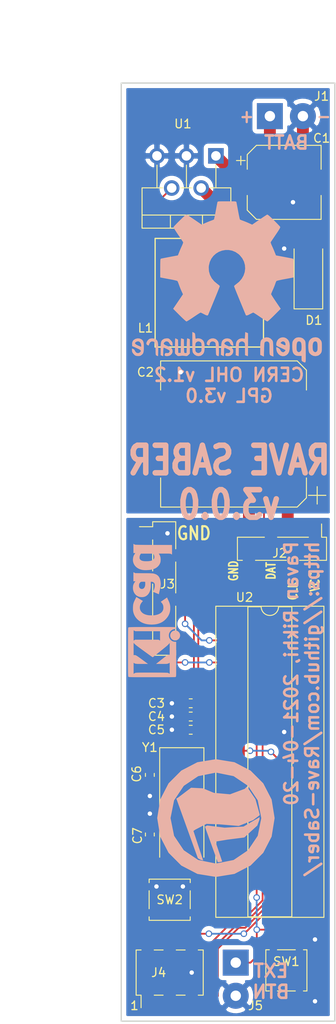
<source format=kicad_pcb>
(kicad_pcb (version 20171130) (host pcbnew 5.1.8)

  (general
    (thickness 1.6002)
    (drawings 21)
    (tracks 200)
    (zones 0)
    (modules 22)
    (nets 32)
  )

  (page USLetter)
  (title_block
    (title "Main Board")
    (date 2018-08-03)
    (rev v2.0.0)
    (company "Rave Saber")
  )

  (layers
    (0 F.Cu signal)
    (31 B.Cu signal)
    (36 B.SilkS user)
    (37 F.SilkS user)
    (38 B.Mask user)
    (39 F.Mask user)
    (40 Dwgs.User user)
    (41 Cmts.User user)
    (42 Eco1.User user)
    (43 Eco2.User user)
    (44 Edge.Cuts user)
    (45 Margin user)
    (46 B.CrtYd user)
    (47 F.CrtYd user hide)
    (48 B.Fab user)
    (49 F.Fab user hide)
  )

  (setup
    (last_trace_width 0.2032)
    (user_trace_width 1.3716)
    (trace_clearance 0.2032)
    (zone_clearance 0.508)
    (zone_45_only no)
    (trace_min 0.2032)
    (via_size 0.762)
    (via_drill 0.508)
    (via_min_size 0.762)
    (via_min_drill 0.508)
    (uvia_size 0.762)
    (uvia_drill 0.508)
    (uvias_allowed no)
    (uvia_min_size 0.2)
    (uvia_min_drill 0.1)
    (edge_width 0.15)
    (segment_width 0.2)
    (pcb_text_width 0.3)
    (pcb_text_size 1.5 1.5)
    (mod_edge_width 0.15)
    (mod_text_size 1 1)
    (mod_text_width 0.15)
    (pad_size 2.99974 2.99974)
    (pad_drill 1.19888)
    (pad_to_mask_clearance 0.0508)
    (aux_axis_origin 0 0)
    (visible_elements FFFFFF7F)
    (pcbplotparams
      (layerselection 0x010fc_ffffffff)
      (usegerberextensions false)
      (usegerberattributes false)
      (usegerberadvancedattributes false)
      (creategerberjobfile false)
      (excludeedgelayer true)
      (linewidth 0.100000)
      (plotframeref false)
      (viasonmask false)
      (mode 1)
      (useauxorigin false)
      (hpglpennumber 1)
      (hpglpenspeed 20)
      (hpglpendiameter 15.000000)
      (psnegative false)
      (psa4output false)
      (plotreference true)
      (plotvalue true)
      (plotinvisibletext false)
      (padsonsilk false)
      (subtractmaskfromsilk false)
      (outputformat 1)
      (mirror false)
      (drillshape 1)
      (scaleselection 1)
      (outputdirectory ""))
  )

  (net 0 "")
  (net 1 +BATT)
  (net 2 "Net-(D1-Pad1)")
  (net 3 GND)
  (net 4 VCC)
  (net 5 /RESET)
  (net 6 "Net-(U2-Pad15)")
  (net 7 "Net-(U2-Pad16)")
  (net 8 /DATA)
  (net 9 /BUTTON)
  (net 10 "Net-(U2-Pad5)")
  (net 11 /CLK)
  (net 12 "Net-(U2-Pad6)")
  (net 13 /XTAL1)
  (net 14 "Net-(U2-Pad23)")
  (net 15 /XTAL2)
  (net 16 "Net-(U2-Pad24)")
  (net 17 "Net-(U2-Pad11)")
  (net 18 "Net-(U2-Pad25)")
  (net 19 "Net-(U2-Pad12)")
  (net 20 "Net-(U2-Pad26)")
  (net 21 "Net-(U2-Pad13)")
  (net 22 "Net-(U2-Pad27)")
  (net 23 "Net-(U2-Pad14)")
  (net 24 "Net-(U2-Pad28)")
  (net 25 /FTDI_TX)
  (net 26 /FTDI_RX)
  (net 27 /MISO)
  (net 28 "Net-(J3-Pad3)")
  (net 29 "Net-(J3-Pad2)")
  (net 30 "Net-(J3-Pad6)")
  (net 31 "Net-(J4-Pad2)")

  (net_class Default "This is the default net class."
    (clearance 0.2032)
    (trace_width 0.2032)
    (via_dia 0.762)
    (via_drill 0.508)
    (uvia_dia 0.762)
    (uvia_drill 0.508)
    (diff_pair_width 0.2032)
    (diff_pair_gap 0.254)
    (add_net +BATT)
    (add_net /BUTTON)
    (add_net /CLK)
    (add_net /DATA)
    (add_net /FTDI_RX)
    (add_net /FTDI_TX)
    (add_net /MISO)
    (add_net /RESET)
    (add_net /XTAL1)
    (add_net /XTAL2)
    (add_net GND)
    (add_net "Net-(D1-Pad1)")
    (add_net "Net-(J3-Pad2)")
    (add_net "Net-(J3-Pad3)")
    (add_net "Net-(J3-Pad6)")
    (add_net "Net-(J4-Pad2)")
    (add_net "Net-(U2-Pad11)")
    (add_net "Net-(U2-Pad12)")
    (add_net "Net-(U2-Pad13)")
    (add_net "Net-(U2-Pad14)")
    (add_net "Net-(U2-Pad15)")
    (add_net "Net-(U2-Pad16)")
    (add_net "Net-(U2-Pad23)")
    (add_net "Net-(U2-Pad24)")
    (add_net "Net-(U2-Pad25)")
    (add_net "Net-(U2-Pad26)")
    (add_net "Net-(U2-Pad27)")
    (add_net "Net-(U2-Pad28)")
    (add_net "Net-(U2-Pad5)")
    (add_net "Net-(U2-Pad6)")
    (add_net VCC)
  )

  (module Logos:AntiFA_Logo (layer B.Cu) (tedit 5B646F82) (tstamp 5B7DCF6A)
    (at 116.332 121.412 180)
    (descr "Imported from AntiFA_Logo.svg")
    (tags svg2mod)
    (attr virtual)
    (fp_text reference svg2mod (at 0 9.821333 180) (layer B.SilkS) hide
      (effects (font (size 1.524 1.524) (thickness 0.3048)) (justify mirror))
    )
    (fp_text value G*** (at 0 -9.821333 180) (layer B.SilkS) hide
      (effects (font (size 1.524 1.524) (thickness 0.3048)) (justify mirror))
    )
    (fp_poly (pts (xy -0.000088 -6.773333) (xy -0.000088 -5.233549) (xy 2.040924 -4.82357) (xy 3.704069 -3.70415)
      (xy 4.823545 -2.041064) (xy 5.233549 -0.000088) (xy 4.823545 2.040923) (xy 3.704068 3.704068)
      (xy 2.040923 4.823545) (xy -0.000088 5.233549) (xy -2.041043 4.823544) (xy -3.704131 3.704068)
      (xy -4.823563 2.040922) (xy -5.233549 -0.000088) (xy -4.823563 -2.041064) (xy -3.704132 -3.70415)
      (xy -2.041044 -4.82357) (xy -0.000088 -5.233549) (xy -0.000088 -6.773333) (xy -2.137455 -6.427157)
      (xy -3.996339 -5.463876) (xy -5.463863 -3.996357) (xy -6.427153 -2.137472) (xy -6.773333 -0.000088)
      (xy -6.427153 2.137319) (xy -5.463864 3.996249) (xy -3.99634 5.463818) (xy -2.137456 6.42714)
      (xy -0.000088 6.773333) (xy 2.137319 6.42714) (xy 3.996249 5.463817) (xy 5.463817 3.996249)
      (xy 6.42714 2.137319) (xy 6.773333 -0.000088) (xy 6.42714 -2.137472) (xy 5.463816 -3.996357)
      (xy 3.996247 -5.463875) (xy 2.137317 -6.427157) (xy -0.000088 -6.773333)) (layer B.SilkS) (width 0))
    (fp_poly (pts (xy 2.085055 -4.622741) (xy 4.564638 2.239455) (xy 4.363929 2.357523) (xy 2.864197 3.49115)
      (xy 1.494131 3.423125) (xy 0.230895 2.9007) (xy -1.625042 2.734156) (xy -3.329584 3.366394)
      (xy -3.577565 3.626221) (xy -4.559975 2.176837) (xy -5.052544 0.416186) (xy -5.040743 0.321755)
      (xy -4.276207 -0.248573) (xy -2.631448 -0.907387) (xy -0.300323 -0.714097) (xy 1.088888 -0.667081)
      (xy 2.368462 -1.328137) (xy 2.592807 -1.481642) (xy 1.47097 -4.882523) (xy 1.766223 -4.79987)
      (xy 2.085055 -4.622741)) (layer B.SilkS) (width 0))
    (fp_poly (pts (xy 1.270261 -0.985657) (xy -0.209349 -5.072672) (xy -0.396738 -5.069526) (xy -0.723449 -4.998674)
      (xy 0.030356 -2.768796) (xy -0.087768 -2.68612) (xy -1.304025 -2.485389) (xy -3.275324 -2.233498)
      (xy -4.771461 -0.862488) (xy -5.017118 -0.190531) (xy -5.040743 0.103135) (xy -3.188772 -0.975537)
      (xy -0.996993 -1.103781) (xy 0.998644 -0.8558) (xy 1.270261 -0.985657)) (layer B.SilkS) (width 0))
    (fp_poly (pts (xy -5.286884 2.507671) (xy -5.0134 2.69489) (xy -4.791215 2.66774) (xy -4.696937 2.852804)
      (xy -5.780746 2.980451) (xy -5.849206 2.846116) (xy -5.11363 2.034949) (xy -5.020576 2.217633)
      (xy -5.170713 2.386147) (xy -5.0134 2.69489) (xy -5.286884 2.507671) (xy -5.558765 2.772373)
      (xy -5.179454 2.718602) (xy -5.286884 2.507671)) (layer B.SilkS) (width 0))
    (fp_poly (pts (xy 5.82285 2.426447) (xy 5.977534 2.495258) (xy 5.7677 2.96645) (xy 4.856717 2.560895)
      (xy 5.066494 2.089703) (xy 5.221178 2.158514) (xy 5.090471 2.452124) (xy 5.336921 2.561859)
      (xy 5.462811 2.279132) (xy 5.617437 2.348) (xy 5.491605 2.630727) (xy 5.692143 2.72)
      (xy 5.82285 2.426447)) (layer B.SilkS) (width 0))
    (fp_poly (pts (xy -4.025421 5.085388) (xy -3.411489 4.299596) (xy -3.25829 4.41925) (xy -3.87223 5.205099)
      (xy -4.025421 5.085388)) (layer B.SilkS) (width 0))
    (fp_poly (pts (xy -4.502905 3.143712) (xy -5.036515 3.560584) (xy -5.034876 3.562682) (xy -4.162403 3.547321)
      (xy -4.076077 3.657793) (xy -4.877518 4.283952) (xy -4.997234 4.130742) (xy -4.468839 3.717932)
      (xy -4.470455 3.715835) (xy -5.342951 3.731195) (xy -5.429254 3.620723) (xy -4.622616 2.986704)
      (xy -4.502905 3.143712)) (layer B.SilkS) (width 0))
    (fp_poly (pts (xy 4.733586 2.764967) (xy 5.579347 3.293388) (xy 5.476301 3.458274) (xy 5.143128 3.250084)
      (xy 4.952508 3.5552) (xy 5.285625 3.763333) (xy 5.182635 3.92822) (xy 4.336949 3.399779)
      (xy 4.439939 3.234893) (xy 4.817947 3.471084) (xy 5.006922 3.168576) (xy 4.630615 2.929834)
      (xy 4.733586 2.764967)) (layer B.SilkS) (width 0))
    (fp_poly (pts (xy -4.26609 4.657368) (xy -4.121485 4.796975) (xy -4.239099 4.918783) (xy -4.668154 4.504442)
      (xy -4.55054 4.382691) (xy -4.405935 4.522297) (xy -3.830817 3.926746) (xy -3.690973 4.061818)
      (xy -4.26609 4.657368)) (layer B.SilkS) (width 0))
    (fp_poly (pts (xy 4.884547 4.218938) (xy 4.775549 4.421121) (xy 4.050198 4.417493) (xy 4.004853 3.707899)
      (xy 4.202614 3.583087) (xy 4.371865 3.740888) (xy 4.143892 3.830274) (xy 4.190201 4.273126)
      (xy 4.641951 4.292907) (xy 4.714277 4.060174) (xy 4.884547 4.218938)) (layer B.SilkS) (width 0))
    (fp_poly (pts (xy -3.193566 5.659948) (xy -3.608434 5.390485) (xy -3.065315 4.554208) (xy -2.902261 4.660089)
      (xy -3.141381 5.028367) (xy -2.905143 5.181728) (xy -2.997335 5.323714) (xy -3.233605 5.170278)
      (xy -3.353169 5.354436) (xy -3.101364 5.517905) (xy -3.193566 5.659948)) (layer B.SilkS) (width 0))
    (fp_poly (pts (xy 1.139988 5.377788) (xy 1.313169 6.35985) (xy 1.121756 6.393632) (xy 0.948594 5.411571)
      (xy 1.139988 5.377788)) (layer B.SilkS) (width 0))
    (fp_poly (pts (xy 2.413052 4.937676) (xy 2.749814 5.694014) (xy 2.933462 5.612279) (xy 3.00233 5.766906)
      (xy 2.457452 6.009502) (xy 2.388584 5.854875) (xy 2.572232 5.773084) (xy 2.235488 5.016804)
      (xy 2.413052 4.937676)) (layer B.SilkS) (width 0))
    (fp_poly (pts (xy 2.903383 4.664586) (xy 3.40199 5.528164) (xy 3.233646 5.625373) (xy 2.735002 4.761776)
      (xy 2.903383 4.664586)) (layer B.SilkS) (width 0))
    (fp_poly (pts (xy -0.374292 6.4625) (xy -0.601924 6.493164) (xy -1.025277 5.904188) (xy -0.477849 5.450397)
      (xy -0.260646 5.537006) (xy -0.288873 5.766736) (xy -0.495193 5.634838) (xy -0.826269 5.932586)
      (xy -0.576701 6.309687) (xy -0.345895 6.23141) (xy -0.374292 6.4625)) (layer B.SilkS) (width 0))
    (fp_poly (pts (xy 0.203858 6.098719) (xy 0.231235 6.490557) (xy 0.037328 6.504104) (xy -0.032277 5.509346)
      (xy 0.161687 5.495799) (xy 0.192805 5.940408) (xy 0.551598 5.915298) (xy 0.520537 5.470689)
      (xy 0.7145 5.457142) (xy 0.784048 6.4519) (xy 0.590141 6.465447) (xy 0.562708 6.073609)
      (xy 0.203858 6.098719)) (layer B.SilkS) (width 0))
    (fp_poly (pts (xy 2.414544 -6.104782) (xy 2.587762 -6.016524) (xy 2.280379 -5.413179) (xy 2.282703 -5.411983)
      (xy 3.066946 -5.794628) (xy 3.191872 -5.730975) (xy 2.730146 -4.824781) (xy 2.556928 -4.913034)
      (xy 2.861363 -5.510512) (xy 2.858983 -5.511708) (xy 2.074739 -5.129064) (xy 1.949814 -5.1927)
      (xy 2.414544 -6.104782)) (layer B.SilkS) (width 0))
    (fp_poly (pts (xy 1.482306 -6.405192) (xy 1.646965 -5.818848) (xy 1.439171 -6.218366) (xy 1.077318 -5.950348)
      (xy 1.289249 -5.568877) (xy 1.646965 -5.818848) (xy 1.482306 -6.405192) (xy 1.844613 -5.781364)
      (xy 1.246115 -5.382027) (xy 0.883241 -6.003306) (xy 1.482306 -6.405192)) (layer B.SilkS) (width 0))
    (fp_poly (pts (xy 0.493443 -5.508563) (xy 0.299083 -5.511952) (xy 0.316484 -6.509034) (xy 0.510844 -6.505624)
      (xy 0.493443 -5.508563)) (layer B.SilkS) (width 0))
    (fp_poly (pts (xy -0.256791 -5.660763) (xy -0.056876 -5.681775) (xy -0.039192 -5.513414) (xy -0.632362 -5.451065)
      (xy -0.650103 -5.619448) (xy -0.450132 -5.64046) (xy -0.536684 -6.463822) (xy -0.343344 -6.484148)
      (xy -0.256791 -5.660763)) (layer B.SilkS) (width 0))
    (fp_poly (pts (xy -1.525791 -5.690408) (xy -1.528381 -5.689813) (xy -1.433774 -5.280023) (xy -1.623215 -5.236271)
      (xy -1.847525 -6.207937) (xy -1.658085 -6.251666) (xy -1.557232 -5.814823) (xy -1.554664 -5.815418)
      (xy -1.344943 -6.323958) (xy -1.101344 -6.380197) (xy -1.369764 -5.767149) (xy -0.897688 -5.40377)
      (xy -1.130931 -5.349923) (xy -1.525791 -5.690408)) (layer B.SilkS) (width 0))
    (fp_poly (pts (xy -2.450717 -5.756413) (xy -2.75759 -5.453718) (xy -2.975479 -5.361214) (xy -2.73286 -5.070523)
      (xy -2.730422 -5.071561) (xy -2.75759 -5.453718) (xy -2.450717 -5.756413) (xy -2.462252 -5.979947)
      (xy -2.271128 -6.061075) (xy -2.219338 -4.970997) (xy -2.358145 -4.912105) (xy -3.115992 -5.702452)
      (xy -2.927305 -5.782538) (xy -2.76968 -5.620996) (xy -2.450717 -5.756413)) (layer B.SilkS) (width 0))
    (fp_poly (pts (xy -2.48394 5.298566) (xy -2.153584 5.271953) (xy -1.998 5.111027) (xy -1.808267 5.195518)
      (xy -2.570214 5.976783) (xy -2.707958 5.915467) (xy -2.646792 4.82216) (xy -2.459507 4.905571)
      (xy -2.470138 5.131015) (xy -2.153584 5.271953) (xy -2.48394 5.298566) (xy -2.52865 5.675378)
      (xy -2.267709 5.394882) (xy -2.48394 5.298566)) (layer B.SilkS) (width 0))
    (fp_poly (pts (xy -1.580712 6.308693) (xy -1.689351 6.295703) (xy -1.886555 5.928455) (xy -1.598425 5.727709)
      (xy -1.387051 5.61907) (xy -1.470892 5.445483) (xy -1.683447 5.535228) (xy -1.740128 5.436036)
      (xy -1.770831 5.382897) (xy -1.422476 5.280162) (xy -1.218187 5.436036) (xy -1.200474 5.698187)
      (xy -1.699979 6.005211) (xy -1.613776 6.146915) (xy -1.447274 6.109127) (xy -1.397678 6.26382)
      (xy -1.580712 6.308693)) (layer B.SilkS) (width 0))
    (fp_poly (pts (xy 2.076252 6.158414) (xy 1.979809 6.210087) (xy 1.607625 6.022366) (xy 1.728504 5.69266)
      (xy 1.839339 5.482428) (xy 1.671094 5.388324) (xy 1.548455 5.583756) (xy 1.445129 5.535013)
      (xy 1.3895 5.509095) (xy 1.61593 5.225131) (xy 1.872679 5.23564) (xy 2.037551 5.440222)
      (xy 1.804485 5.978225) (xy 1.956375 6.044858) (xy 2.071091 5.918403) (xy 2.200446 6.016672)
      (xy 2.076252 6.158414)) (layer B.SilkS) (width 0))
    (fp_poly (pts (xy 3.771822 5.231171) (xy 3.548639 5.111904) (xy 3.513213 5.057585) (xy 3.555724 4.761189)
      (xy 3.592331 4.526197) (xy 3.402212 4.490771) (xy 3.350255 4.716316) (xy 3.175487 4.697422)
      (xy 3.297116 4.354972) (xy 3.765918 4.422281) (xy 3.721045 5.006808) (xy 3.885185 5.019797)
      (xy 3.952494 4.862743) (xy 4.108368 4.91352) (xy 4.05641 5.057585) (xy 3.961941 5.168586)
      (xy 3.771822 5.231171)) (layer B.SilkS) (width 0))
  )

  (module Connector_PinHeader_2.54mm:PinHeader_1x06_P2.54mm_Vertical_SMD_Pin1Left (layer F.Cu) (tedit 59FED5CC) (tstamp 5B7197E9)
    (at 110.367 94.996)
    (descr "surface-mounted straight pin header, 1x06, 2.54mm pitch, single row, style 1 (pin 1 left)")
    (tags "Surface mounted pin header SMD 1x06 2.54mm single row style1 pin1 left")
    (path /5B6C7ED9)
    (attr smd)
    (fp_text reference J3 (at 0.377 -0.508) (layer F.SilkS)
      (effects (font (size 1 1) (thickness 0.15)))
    )
    (fp_text value "FTDI SERIAL" (at -3.687 0 90) (layer F.Fab)
      (effects (font (size 1 1) (thickness 0.15)))
    )
    (fp_line (start 1.27 7.62) (end -1.27 7.62) (layer F.Fab) (width 0.1))
    (fp_line (start -0.32 -7.62) (end 1.27 -7.62) (layer F.Fab) (width 0.1))
    (fp_line (start -1.27 7.62) (end -1.27 -6.67) (layer F.Fab) (width 0.1))
    (fp_line (start -1.27 -6.67) (end -0.32 -7.62) (layer F.Fab) (width 0.1))
    (fp_line (start 1.27 -7.62) (end 1.27 7.62) (layer F.Fab) (width 0.1))
    (fp_line (start -1.27 -6.67) (end -2.54 -6.67) (layer F.Fab) (width 0.1))
    (fp_line (start -2.54 -6.67) (end -2.54 -6.03) (layer F.Fab) (width 0.1))
    (fp_line (start -2.54 -6.03) (end -1.27 -6.03) (layer F.Fab) (width 0.1))
    (fp_line (start -1.27 -1.59) (end -2.54 -1.59) (layer F.Fab) (width 0.1))
    (fp_line (start -2.54 -1.59) (end -2.54 -0.95) (layer F.Fab) (width 0.1))
    (fp_line (start -2.54 -0.95) (end -1.27 -0.95) (layer F.Fab) (width 0.1))
    (fp_line (start -1.27 3.49) (end -2.54 3.49) (layer F.Fab) (width 0.1))
    (fp_line (start -2.54 3.49) (end -2.54 4.13) (layer F.Fab) (width 0.1))
    (fp_line (start -2.54 4.13) (end -1.27 4.13) (layer F.Fab) (width 0.1))
    (fp_line (start 1.27 -4.13) (end 2.54 -4.13) (layer F.Fab) (width 0.1))
    (fp_line (start 2.54 -4.13) (end 2.54 -3.49) (layer F.Fab) (width 0.1))
    (fp_line (start 2.54 -3.49) (end 1.27 -3.49) (layer F.Fab) (width 0.1))
    (fp_line (start 1.27 0.95) (end 2.54 0.95) (layer F.Fab) (width 0.1))
    (fp_line (start 2.54 0.95) (end 2.54 1.59) (layer F.Fab) (width 0.1))
    (fp_line (start 2.54 1.59) (end 1.27 1.59) (layer F.Fab) (width 0.1))
    (fp_line (start 1.27 6.03) (end 2.54 6.03) (layer F.Fab) (width 0.1))
    (fp_line (start 2.54 6.03) (end 2.54 6.67) (layer F.Fab) (width 0.1))
    (fp_line (start 2.54 6.67) (end 1.27 6.67) (layer F.Fab) (width 0.1))
    (fp_line (start -1.33 -7.68) (end 1.33 -7.68) (layer F.SilkS) (width 0.12))
    (fp_line (start -1.33 7.68) (end 1.33 7.68) (layer F.SilkS) (width 0.12))
    (fp_line (start 1.33 -7.68) (end 1.33 -4.57) (layer F.SilkS) (width 0.12))
    (fp_line (start -1.33 -7.11) (end -2.85 -7.11) (layer F.SilkS) (width 0.12))
    (fp_line (start -1.33 -7.68) (end -1.33 -7.11) (layer F.SilkS) (width 0.12))
    (fp_line (start 1.33 7.11) (end 1.33 7.68) (layer F.SilkS) (width 0.12))
    (fp_line (start 1.33 -3.05) (end 1.33 0.51) (layer F.SilkS) (width 0.12))
    (fp_line (start 1.33 2.03) (end 1.33 5.59) (layer F.SilkS) (width 0.12))
    (fp_line (start -1.33 -5.59) (end -1.33 -2.03) (layer F.SilkS) (width 0.12))
    (fp_line (start -1.33 -0.51) (end -1.33 3.05) (layer F.SilkS) (width 0.12))
    (fp_line (start -1.33 4.57) (end -1.33 7.68) (layer F.SilkS) (width 0.12))
    (fp_line (start -3.45 -8.15) (end -3.45 8.15) (layer F.CrtYd) (width 0.05))
    (fp_line (start -3.45 8.15) (end 3.45 8.15) (layer F.CrtYd) (width 0.05))
    (fp_line (start 3.45 8.15) (end 3.45 -8.15) (layer F.CrtYd) (width 0.05))
    (fp_line (start 3.45 -8.15) (end -3.45 -8.15) (layer F.CrtYd) (width 0.05))
    (fp_text user %R (at 0 0 90) (layer F.Fab)
      (effects (font (size 1 1) (thickness 0.15)))
    )
    (pad 6 smd rect (at 1.655 6.35) (size 2.51 1) (layers F.Cu F.Paste F.Mask)
      (net 30 "Net-(J3-Pad6)"))
    (pad 4 smd rect (at 1.655 1.27) (size 2.51 1) (layers F.Cu F.Paste F.Mask)
      (net 25 /FTDI_TX))
    (pad 2 smd rect (at 1.655 -3.81) (size 2.51 1) (layers F.Cu F.Paste F.Mask)
      (net 29 "Net-(J3-Pad2)"))
    (pad 5 smd rect (at -1.655 3.81) (size 2.51 1) (layers F.Cu F.Paste F.Mask)
      (net 26 /FTDI_RX))
    (pad 3 smd rect (at -1.655 -1.27) (size 2.51 1) (layers F.Cu F.Paste F.Mask)
      (net 28 "Net-(J3-Pad3)"))
    (pad 1 smd rect (at -1.655 -6.35) (size 2.51 1) (layers F.Cu F.Paste F.Mask)
      (net 3 GND))
    (model ${KISYS3DMOD}/Connector_PinHeader_2.54mm.3dshapes/PinHeader_1x06_P2.54mm_Vertical_SMD_Pin1Left.wrl
      (at (xyz 0 0 0))
      (scale (xyz 1 1 1))
      (rotate (xyz 0 0 0))
    )
  )

  (module Capacitor_SMD:CP_Elec_16x17.5 (layer F.Cu) (tedit 5A841F9D) (tstamp 5B8F4DCC)
    (at 118.364 77.216 180)
    (descr "SMT capacitor, aluminium electrolytic, 16x17.5, Vishay 1616 http://www.vishay.com/docs/28395/150crz.pdf")
    (tags "Capacitor Electrolytic")
    (path /5B63F075)
    (attr smd)
    (fp_text reference C2 (at 10.16 7.112 180) (layer F.SilkS)
      (effects (font (size 1 1) (thickness 0.15)))
    )
    (fp_text value 1500uF (at -7.366 9.35 180) (layer F.Fab)
      (effects (font (size 1 1) (thickness 0.15)))
    )
    (fp_circle (center 0 0) (end 8 0) (layer F.Fab) (width 0.1))
    (fp_line (start 8.3 -8.3) (end 8.3 8.3) (layer F.Fab) (width 0.1))
    (fp_line (start -7.3 -8.3) (end 8.3 -8.3) (layer F.Fab) (width 0.1))
    (fp_line (start -7.3 8.3) (end 8.3 8.3) (layer F.Fab) (width 0.1))
    (fp_line (start -8.3 -7.3) (end -8.3 7.3) (layer F.Fab) (width 0.1))
    (fp_line (start -8.3 -7.3) (end -7.3 -8.3) (layer F.Fab) (width 0.1))
    (fp_line (start -8.3 7.3) (end -7.3 8.3) (layer F.Fab) (width 0.1))
    (fp_line (start -7.517142 -2.3) (end -5.917142 -2.3) (layer F.Fab) (width 0.1))
    (fp_line (start -6.717142 -3.1) (end -6.717142 -1.5) (layer F.Fab) (width 0.1))
    (fp_line (start 8.41 8.41) (end 8.41 5.06) (layer F.SilkS) (width 0.12))
    (fp_line (start 8.41 -8.41) (end 8.41 -5.06) (layer F.SilkS) (width 0.12))
    (fp_line (start -7.345563 -8.41) (end 8.41 -8.41) (layer F.SilkS) (width 0.12))
    (fp_line (start -7.345563 8.41) (end 8.41 8.41) (layer F.SilkS) (width 0.12))
    (fp_line (start -8.41 7.345563) (end -8.41 5.06) (layer F.SilkS) (width 0.12))
    (fp_line (start -8.41 -7.345563) (end -8.41 -5.06) (layer F.SilkS) (width 0.12))
    (fp_line (start -8.41 -7.345563) (end -7.345563 -8.41) (layer F.SilkS) (width 0.12))
    (fp_line (start -8.41 7.345563) (end -7.345563 8.41) (layer F.SilkS) (width 0.12))
    (fp_line (start -10.65 -7.06) (end -8.65 -7.06) (layer F.SilkS) (width 0.12))
    (fp_line (start -9.65 -8.06) (end -9.65 -6.06) (layer F.SilkS) (width 0.12))
    (fp_line (start 8.55 -8.55) (end 8.55 -5.05) (layer F.CrtYd) (width 0.05))
    (fp_line (start 8.55 -5.05) (end 10.4 -5.05) (layer F.CrtYd) (width 0.05))
    (fp_line (start 10.4 -5.05) (end 10.4 5.05) (layer F.CrtYd) (width 0.05))
    (fp_line (start 10.4 5.05) (end 8.55 5.05) (layer F.CrtYd) (width 0.05))
    (fp_line (start 8.55 5.05) (end 8.55 8.55) (layer F.CrtYd) (width 0.05))
    (fp_line (start -7.4 8.55) (end 8.55 8.55) (layer F.CrtYd) (width 0.05))
    (fp_line (start -7.4 -8.55) (end 8.55 -8.55) (layer F.CrtYd) (width 0.05))
    (fp_line (start -8.55 7.4) (end -7.4 8.55) (layer F.CrtYd) (width 0.05))
    (fp_line (start -8.55 -7.4) (end -7.4 -8.55) (layer F.CrtYd) (width 0.05))
    (fp_line (start -8.55 -7.4) (end -8.55 -5.05) (layer F.CrtYd) (width 0.05))
    (fp_line (start -8.55 5.05) (end -8.55 7.4) (layer F.CrtYd) (width 0.05))
    (fp_line (start -8.55 -5.05) (end -10.4 -5.05) (layer F.CrtYd) (width 0.05))
    (fp_line (start -10.4 -5.05) (end -10.4 5.05) (layer F.CrtYd) (width 0.05))
    (fp_line (start -10.4 5.05) (end -8.55 5.05) (layer F.CrtYd) (width 0.05))
    (fp_text user %R (at 0 0 180) (layer F.Fab)
      (effects (font (size 1 1) (thickness 0.15)))
    )
    (pad 2 smd rect (at 6.25 0 180) (size 7.8 9.6) (layers F.Cu F.Paste F.Mask)
      (net 3 GND))
    (pad 1 smd rect (at -6.25 0 180) (size 7.8 9.6) (layers F.Cu F.Paste F.Mask)
      (net 4 VCC))
    (model ${KISYS3DMOD}/Capacitor_SMD.3dshapes/CP_Elec_16x17.5.wrl
      (at (xyz 0 0 0))
      (scale (xyz 1 1 1))
      (rotate (xyz 0 0 0))
    )
  )

  (module Capacitor_SMD:C_0603_1608Metric_Pad1.05x0.95mm_HandSolder (layer F.Cu) (tedit 5B301BBE) (tstamp 5B8F7898)
    (at 113.425 109.728 180)
    (descr "Capacitor SMD 0603 (1608 Metric), square (rectangular) end terminal, IPC_7351 nominal with elongated pad for handsoldering. (Body size source: http://www.tortai-tech.com/upload/download/2011102023233369053.pdf), generated with kicad-footprint-generator")
    (tags "capacitor handsolder")
    (path /5B6ED486)
    (attr smd)
    (fp_text reference C4 (at 3.951 0 180) (layer F.SilkS)
      (effects (font (size 1 1) (thickness 0.15)))
    )
    (fp_text value 1uF (at 6.237 0 180) (layer F.Fab)
      (effects (font (size 1 0.75) (thickness 0.1875)))
    )
    (fp_line (start -0.8 0.4) (end -0.8 -0.4) (layer F.Fab) (width 0.1))
    (fp_line (start -0.8 -0.4) (end 0.8 -0.4) (layer F.Fab) (width 0.1))
    (fp_line (start 0.8 -0.4) (end 0.8 0.4) (layer F.Fab) (width 0.1))
    (fp_line (start 0.8 0.4) (end -0.8 0.4) (layer F.Fab) (width 0.1))
    (fp_line (start -0.171267 -0.51) (end 0.171267 -0.51) (layer F.SilkS) (width 0.12))
    (fp_line (start -0.171267 0.51) (end 0.171267 0.51) (layer F.SilkS) (width 0.12))
    (fp_line (start -1.65 0.73) (end -1.65 -0.73) (layer F.CrtYd) (width 0.05))
    (fp_line (start -1.65 -0.73) (end 1.65 -0.73) (layer F.CrtYd) (width 0.05))
    (fp_line (start 1.65 -0.73) (end 1.65 0.73) (layer F.CrtYd) (width 0.05))
    (fp_line (start 1.65 0.73) (end -1.65 0.73) (layer F.CrtYd) (width 0.05))
    (fp_text user %R (at 0 0 180) (layer F.Fab)
      (effects (font (size 0.4 0.4) (thickness 0.06)))
    )
    (pad 2 smd roundrect (at 0.875 0 180) (size 1.05 0.95) (layers F.Cu F.Paste F.Mask) (roundrect_rratio 0.25)
      (net 3 GND))
    (pad 1 smd roundrect (at -0.875 0 180) (size 1.05 0.95) (layers F.Cu F.Paste F.Mask) (roundrect_rratio 0.25)
      (net 4 VCC))
    (model ${KISYS3DMOD}/Capacitor_SMD.3dshapes/C_0603_1608Metric.wrl
      (at (xyz 0 0 0))
      (scale (xyz 1 1 1))
      (rotate (xyz 0 0 0))
    )
  )

  (module Package_TO_SOT_THT:TO-220-5_P3.4x3.7mm_StaggerOdd_Lead3.8mm_Vertical (layer F.Cu) (tedit 5AF05A31) (tstamp 5B8F4C18)
    (at 116.332 45.212 180)
    (descr "TO-220-5, Vertical, RM 1.7mm, Pentawatt, Multiwatt-5, staggered type-1, see http://www.analog.com/media/en/package-pcb-resources/package/pkg_pdf/ltc-legacy-to-220/to-220_5_05-08-1421.pdf?domain=www.linear.com, https://www.diodes.com/assets/Package-Files/TO220-5.pdf")
    (tags "TO-220-5 Vertical RM 1.7mm Pentawatt Multiwatt-5 staggered type-1")
    (path /5B65C4CE)
    (fp_text reference U1 (at 3.81 3.683 180) (layer F.SilkS)
      (effects (font (size 1 1) (thickness 0.15)))
    )
    (fp_text value LM2576TV-5G (at 3.4 2.15 180) (layer F.Fab)
      (effects (font (size 1 1) (thickness 0.15)))
    )
    (fp_line (start -1.6 -8.2) (end -1.6 -3.8) (layer F.Fab) (width 0.1))
    (fp_line (start -1.6 -3.8) (end 8.4 -3.8) (layer F.Fab) (width 0.1))
    (fp_line (start 8.4 -3.8) (end 8.4 -8.2) (layer F.Fab) (width 0.1))
    (fp_line (start 8.4 -8.2) (end -1.6 -8.2) (layer F.Fab) (width 0.1))
    (fp_line (start -1.6 -6.93) (end 8.4 -6.93) (layer F.Fab) (width 0.1))
    (fp_line (start 1.55 -8.2) (end 1.55 -6.93) (layer F.Fab) (width 0.1))
    (fp_line (start 5.25 -8.2) (end 5.25 -6.93) (layer F.Fab) (width 0.1))
    (fp_line (start 0 -3.8) (end 0 0) (layer F.Fab) (width 0.1))
    (fp_line (start 1.7 -3.8) (end 1.7 -3.7) (layer F.Fab) (width 0.1))
    (fp_line (start 3.4 -3.8) (end 3.4 0) (layer F.Fab) (width 0.1))
    (fp_line (start 5.1 -3.8) (end 5.1 -3.7) (layer F.Fab) (width 0.1))
    (fp_line (start 6.8 -3.8) (end 6.8 0) (layer F.Fab) (width 0.1))
    (fp_line (start -1.721 -8.32) (end 8.52 -8.32) (layer F.SilkS) (width 0.12))
    (fp_line (start -1.721 -3.679) (end 0.635 -3.679) (layer F.SilkS) (width 0.12))
    (fp_line (start 2.765 -3.679) (end 4.035 -3.679) (layer F.SilkS) (width 0.12))
    (fp_line (start 6.165 -3.679) (end 8.52 -3.679) (layer F.SilkS) (width 0.12))
    (fp_line (start -1.721 -8.32) (end -1.721 -3.679) (layer F.SilkS) (width 0.12))
    (fp_line (start 8.52 -8.32) (end 8.52 -3.679) (layer F.SilkS) (width 0.12))
    (fp_line (start -1.721 -6.811) (end 8.52 -6.811) (layer F.SilkS) (width 0.12))
    (fp_line (start 1.55 -8.32) (end 1.55 -6.811) (layer F.SilkS) (width 0.12))
    (fp_line (start 5.25 -8.32) (end 5.25 -6.811) (layer F.SilkS) (width 0.12))
    (fp_line (start 0 -3.679) (end 0 -1.049) (layer F.SilkS) (width 0.12))
    (fp_line (start 3.4 -3.679) (end 3.4 -1.065) (layer F.SilkS) (width 0.12))
    (fp_line (start 6.8 -3.679) (end 6.8 -1.065) (layer F.SilkS) (width 0.12))
    (fp_line (start -1.85 -8.45) (end -1.85 1.15) (layer F.CrtYd) (width 0.05))
    (fp_line (start -1.85 1.15) (end 8.65 1.15) (layer F.CrtYd) (width 0.05))
    (fp_line (start 8.65 1.15) (end 8.65 -8.45) (layer F.CrtYd) (width 0.05))
    (fp_line (start 8.65 -8.45) (end -1.85 -8.45) (layer F.CrtYd) (width 0.05))
    (fp_text user %R (at 3.4 -9.32 180) (layer F.Fab)
      (effects (font (size 1 1) (thickness 0.15)))
    )
    (pad 5 thru_hole oval (at 6.8 0 180) (size 1.8 1.8) (drill 1.1) (layers *.Cu *.Mask)
      (net 3 GND))
    (pad 4 thru_hole oval (at 5.1 -3.7 180) (size 1.8 1.8) (drill 1.1) (layers *.Cu *.Mask)
      (net 4 VCC))
    (pad 3 thru_hole oval (at 3.4 0 180) (size 1.8 1.8) (drill 1.1) (layers *.Cu *.Mask)
      (net 3 GND))
    (pad 2 thru_hole oval (at 1.7 -3.7 180) (size 1.8 1.8) (drill 1.1) (layers *.Cu *.Mask)
      (net 2 "Net-(D1-Pad1)"))
    (pad 1 thru_hole rect (at 0 0 180) (size 1.8 1.8) (drill 1.1) (layers *.Cu *.Mask)
      (net 1 +BATT))
    (model ${KISYS3DMOD}/Package_TO_SOT_THT.3dshapes/TO-220-5_P3.4x3.7mm_StaggerOdd_Lead3.8mm_Vertical.wrl
      (at (xyz 0 0 0))
      (scale (xyz 1 1 1))
      (rotate (xyz 0 0 0))
    )
  )

  (module "Inductor:Wuerth WE-LHMI SMD" (layer F.Cu) (tedit 5B6DE5FB) (tstamp 5B6F7945)
    (at 115.57 60.96)
    (path /5B63EFA2)
    (fp_text reference L1 (at -7.366 4.064) (layer F.SilkS)
      (effects (font (size 1 1) (thickness 0.15)))
    )
    (fp_text value 47uH (at -7.366 -4.826 90) (layer F.Fab)
      (effects (font (size 1 1) (thickness 0.15)))
    )
    (fp_line (start -6.25 6.25) (end -6.25 -6.25) (layer F.SilkS) (width 0.15))
    (fp_line (start -6.25 -6.25) (end 6.25 -6.25) (layer F.SilkS) (width 0.15))
    (fp_line (start 6.25 -6.25) (end 6.25 6.25) (layer F.SilkS) (width 0.15))
    (fp_line (start 6.25 6.25) (end -6.25 6.25) (layer F.SilkS) (width 0.15))
    (pad 2 smd rect (at 6.25 0 180) (size 4.5 5) (layers F.Cu F.Paste F.Mask)
      (net 2 "Net-(D1-Pad1)"))
    (pad 1 smd rect (at -6.25 0) (size 4.5 5) (layers F.Cu F.Paste F.Mask)
      (net 4 VCC))
  )

  (module Capacitor_SMD:C_0603_1608Metric_Pad1.05x0.95mm_HandSolder (layer F.Cu) (tedit 5B301BBE) (tstamp 5B7DE280)
    (at 113.425 111.252 180)
    (descr "Capacitor SMD 0603 (1608 Metric), square (rectangular) end terminal, IPC_7351 nominal with elongated pad for handsoldering. (Body size source: http://www.tortai-tech.com/upload/download/2011102023233369053.pdf), generated with kicad-footprint-generator")
    (tags "capacitor handsolder")
    (path /5B640786)
    (attr smd)
    (fp_text reference C5 (at 3.951 0 180) (layer F.SilkS)
      (effects (font (size 1 1) (thickness 0.15)))
    )
    (fp_text value 100nF (at 2.681 -1.27 180) (layer F.Fab)
      (effects (font (size 1 1) (thickness 0.15)))
    )
    (fp_line (start -0.8 0.4) (end -0.8 -0.4) (layer F.Fab) (width 0.1))
    (fp_line (start -0.8 -0.4) (end 0.8 -0.4) (layer F.Fab) (width 0.1))
    (fp_line (start 0.8 -0.4) (end 0.8 0.4) (layer F.Fab) (width 0.1))
    (fp_line (start 0.8 0.4) (end -0.8 0.4) (layer F.Fab) (width 0.1))
    (fp_line (start -0.171267 -0.51) (end 0.171267 -0.51) (layer F.SilkS) (width 0.12))
    (fp_line (start -0.171267 0.51) (end 0.171267 0.51) (layer F.SilkS) (width 0.12))
    (fp_line (start -1.65 0.73) (end -1.65 -0.73) (layer F.CrtYd) (width 0.05))
    (fp_line (start -1.65 -0.73) (end 1.65 -0.73) (layer F.CrtYd) (width 0.05))
    (fp_line (start 1.65 -0.73) (end 1.65 0.73) (layer F.CrtYd) (width 0.05))
    (fp_line (start 1.65 0.73) (end -1.65 0.73) (layer F.CrtYd) (width 0.05))
    (fp_text user %R (at 0 0 180) (layer F.Fab)
      (effects (font (size 0.4 0.4) (thickness 0.06)))
    )
    (pad 2 smd roundrect (at 0.875 0 180) (size 1.05 0.95) (layers F.Cu F.Paste F.Mask) (roundrect_rratio 0.25)
      (net 3 GND))
    (pad 1 smd roundrect (at -0.875 0 180) (size 1.05 0.95) (layers F.Cu F.Paste F.Mask) (roundrect_rratio 0.25)
      (net 4 VCC))
    (model ${KISYS3DMOD}/Capacitor_SMD.3dshapes/C_0603_1608Metric.wrl
      (at (xyz 0 0 0))
      (scale (xyz 1 1 1))
      (rotate (xyz 0 0 0))
    )
  )

  (module Button_Switch_SMD:SW_SPST_TL3305A (layer F.Cu) (tedit 5ABC3A97) (tstamp 5B6F7BEC)
    (at 110.998 130.81 180)
    (descr https://www.e-switch.com/system/asset/product_line/data_sheet/213/TL3305.pdf)
    (tags "TL3305 Series Tact Switch")
    (path /5B648D05)
    (attr smd)
    (fp_text reference SW2 (at 0 0 180) (layer F.SilkS)
      (effects (font (size 1 1) (thickness 0.15)))
    )
    (fp_text value Reset (at 0 3.2 180) (layer F.Fab)
      (effects (font (size 1 1) (thickness 0.15)))
    )
    (fp_line (start -3 1.15) (end -3 1.85) (layer F.Fab) (width 0.1))
    (fp_line (start -3 -1.85) (end -3 -1.15) (layer F.Fab) (width 0.1))
    (fp_line (start 3 1.15) (end 3 1.85) (layer F.Fab) (width 0.1))
    (fp_line (start 3 -1.85) (end 3 -1.15) (layer F.Fab) (width 0.1))
    (fp_line (start -3.75 1.85) (end -2.25 1.85) (layer F.Fab) (width 0.1))
    (fp_line (start -3.75 1.15) (end -3.75 1.85) (layer F.Fab) (width 0.1))
    (fp_line (start -2.25 1.15) (end -3.75 1.15) (layer F.Fab) (width 0.1))
    (fp_line (start -3.75 -1.15) (end -2.25 -1.15) (layer F.Fab) (width 0.1))
    (fp_line (start -3.75 -1.85) (end -3.75 -1.15) (layer F.Fab) (width 0.1))
    (fp_line (start -2.25 -1.85) (end -3.75 -1.85) (layer F.Fab) (width 0.1))
    (fp_line (start 3.75 1.85) (end 2.25 1.85) (layer F.Fab) (width 0.1))
    (fp_line (start 3.75 1.15) (end 3.75 1.85) (layer F.Fab) (width 0.1))
    (fp_line (start 2.25 1.15) (end 3.75 1.15) (layer F.Fab) (width 0.1))
    (fp_line (start 3.75 -1.85) (end 2.25 -1.85) (layer F.Fab) (width 0.1))
    (fp_line (start 3.75 -1.15) (end 3.75 -1.85) (layer F.Fab) (width 0.1))
    (fp_line (start 2.25 -1.15) (end 3.75 -1.15) (layer F.Fab) (width 0.1))
    (fp_circle (center 0 0) (end 1.25 0) (layer F.Fab) (width 0.1))
    (fp_line (start -2.25 2.25) (end -2.25 -2.25) (layer F.Fab) (width 0.1))
    (fp_line (start 2.25 2.25) (end -2.25 2.25) (layer F.Fab) (width 0.1))
    (fp_line (start 2.25 -2.25) (end 2.25 2.25) (layer F.Fab) (width 0.1))
    (fp_line (start -2.25 -2.25) (end 2.25 -2.25) (layer F.Fab) (width 0.1))
    (fp_line (start -2.37 -2.37) (end 2.37 -2.37) (layer F.SilkS) (width 0.12))
    (fp_line (start -2.37 -2.37) (end -2.37 -1.97) (layer F.SilkS) (width 0.12))
    (fp_line (start 2.37 -2.37) (end 2.37 -1.97) (layer F.SilkS) (width 0.12))
    (fp_line (start -2.37 2.37) (end -2.37 1.97) (layer F.SilkS) (width 0.12))
    (fp_line (start -2.37 2.37) (end 2.37 2.37) (layer F.SilkS) (width 0.12))
    (fp_line (start 2.37 2.37) (end 2.37 1.97) (layer F.SilkS) (width 0.12))
    (fp_line (start 2.37 1.03) (end 2.37 -1.03) (layer F.SilkS) (width 0.12))
    (fp_line (start -2.37 1.03) (end -2.37 -1.03) (layer F.SilkS) (width 0.12))
    (fp_line (start 4.65 -2.5) (end 4.65 2.5) (layer F.CrtYd) (width 0.05))
    (fp_line (start 4.65 2.5) (end -4.65 2.5) (layer F.CrtYd) (width 0.05))
    (fp_line (start -4.65 2.5) (end -4.65 -2.5) (layer F.CrtYd) (width 0.05))
    (fp_line (start -4.65 -2.5) (end 4.65 -2.5) (layer F.CrtYd) (width 0.05))
    (fp_text user %R (at 0 0 180) (layer F.Fab)
      (effects (font (size 0.5 0.5) (thickness 0.075)))
    )
    (pad 2 smd rect (at -3.6 1.5 180) (size 1.6 1.4) (layers F.Cu F.Paste F.Mask)
      (net 3 GND))
    (pad 2 smd rect (at 3.6 1.5 180) (size 1.6 1.4) (layers F.Cu F.Paste F.Mask)
      (net 3 GND))
    (pad 1 smd rect (at -3.6 -1.5 180) (size 1.6 1.4) (layers F.Cu F.Paste F.Mask)
      (net 5 /RESET))
    (pad 1 smd rect (at 3.6 -1.5 180) (size 1.6 1.4) (layers F.Cu F.Paste F.Mask)
      (net 5 /RESET))
    (model ${KISYS3DMOD}/Button_Switch_SMD.3dshapes/SW_SPST_TL3305A.wrl
      (at (xyz 0 0 0))
      (scale (xyz 1 1 1))
      (rotate (xyz 0 0 0))
    )
  )

  (module Button_Switch_SMD:SW_SPST_TL3305A (layer F.Cu) (tedit 5ABC3A97) (tstamp 5B719DCD)
    (at 124.46 138.938 90)
    (descr https://www.e-switch.com/system/asset/product_line/data_sheet/213/TL3305.pdf)
    (tags "TL3305 Series Tact Switch")
    (path /5B648CBD)
    (attr smd)
    (fp_text reference SW1 (at 1.016 0 180) (layer F.SilkS)
      (effects (font (size 1 1) (thickness 0.15)))
    )
    (fp_text value Button (at 0 3.429 90) (layer F.Fab)
      (effects (font (size 1 1) (thickness 0.15)))
    )
    (fp_line (start -3 1.15) (end -3 1.85) (layer F.Fab) (width 0.1))
    (fp_line (start -3 -1.85) (end -3 -1.15) (layer F.Fab) (width 0.1))
    (fp_line (start 3 1.15) (end 3 1.85) (layer F.Fab) (width 0.1))
    (fp_line (start 3 -1.85) (end 3 -1.15) (layer F.Fab) (width 0.1))
    (fp_line (start -3.75 1.85) (end -2.25 1.85) (layer F.Fab) (width 0.1))
    (fp_line (start -3.75 1.15) (end -3.75 1.85) (layer F.Fab) (width 0.1))
    (fp_line (start -2.25 1.15) (end -3.75 1.15) (layer F.Fab) (width 0.1))
    (fp_line (start -3.75 -1.15) (end -2.25 -1.15) (layer F.Fab) (width 0.1))
    (fp_line (start -3.75 -1.85) (end -3.75 -1.15) (layer F.Fab) (width 0.1))
    (fp_line (start -2.25 -1.85) (end -3.75 -1.85) (layer F.Fab) (width 0.1))
    (fp_line (start 3.75 1.85) (end 2.25 1.85) (layer F.Fab) (width 0.1))
    (fp_line (start 3.75 1.15) (end 3.75 1.85) (layer F.Fab) (width 0.1))
    (fp_line (start 2.25 1.15) (end 3.75 1.15) (layer F.Fab) (width 0.1))
    (fp_line (start 3.75 -1.85) (end 2.25 -1.85) (layer F.Fab) (width 0.1))
    (fp_line (start 3.75 -1.15) (end 3.75 -1.85) (layer F.Fab) (width 0.1))
    (fp_line (start 2.25 -1.15) (end 3.75 -1.15) (layer F.Fab) (width 0.1))
    (fp_circle (center 0 0) (end 1.25 0) (layer F.Fab) (width 0.1))
    (fp_line (start -2.25 2.25) (end -2.25 -2.25) (layer F.Fab) (width 0.1))
    (fp_line (start 2.25 2.25) (end -2.25 2.25) (layer F.Fab) (width 0.1))
    (fp_line (start 2.25 -2.25) (end 2.25 2.25) (layer F.Fab) (width 0.1))
    (fp_line (start -2.25 -2.25) (end 2.25 -2.25) (layer F.Fab) (width 0.1))
    (fp_line (start -2.37 -2.37) (end 2.37 -2.37) (layer F.SilkS) (width 0.12))
    (fp_line (start -2.37 -2.37) (end -2.37 -1.97) (layer F.SilkS) (width 0.12))
    (fp_line (start 2.37 -2.37) (end 2.37 -1.97) (layer F.SilkS) (width 0.12))
    (fp_line (start -2.37 2.37) (end -2.37 1.97) (layer F.SilkS) (width 0.12))
    (fp_line (start -2.37 2.37) (end 2.37 2.37) (layer F.SilkS) (width 0.12))
    (fp_line (start 2.37 2.37) (end 2.37 1.97) (layer F.SilkS) (width 0.12))
    (fp_line (start 2.37 1.03) (end 2.37 -1.03) (layer F.SilkS) (width 0.12))
    (fp_line (start -2.37 1.03) (end -2.37 -1.03) (layer F.SilkS) (width 0.12))
    (fp_line (start 4.65 -2.5) (end 4.65 2.5) (layer F.CrtYd) (width 0.05))
    (fp_line (start 4.65 2.5) (end -4.65 2.5) (layer F.CrtYd) (width 0.05))
    (fp_line (start -4.65 2.5) (end -4.65 -2.5) (layer F.CrtYd) (width 0.05))
    (fp_line (start -4.65 -2.5) (end 4.65 -2.5) (layer F.CrtYd) (width 0.05))
    (fp_text user %R (at 0 0 90) (layer F.Fab)
      (effects (font (size 0.5 0.5) (thickness 0.075)))
    )
    (pad 2 smd rect (at -3.6 1.5 90) (size 1.6 1.4) (layers F.Cu F.Paste F.Mask)
      (net 3 GND))
    (pad 2 smd rect (at 3.6 1.5 90) (size 1.6 1.4) (layers F.Cu F.Paste F.Mask)
      (net 3 GND))
    (pad 1 smd rect (at -3.6 -1.5 90) (size 1.6 1.4) (layers F.Cu F.Paste F.Mask)
      (net 9 /BUTTON))
    (pad 1 smd rect (at 3.6 -1.5 90) (size 1.6 1.4) (layers F.Cu F.Paste F.Mask)
      (net 9 /BUTTON))
    (model ${KISYS3DMOD}/Button_Switch_SMD.3dshapes/SW_SPST_TL3305A.wrl
      (at (xyz 0 0 0))
      (scale (xyz 1 1 1))
      (rotate (xyz 0 0 0))
    )
  )

  (module Capacitor_SMD:CP_Elec_8x10 (layer F.Cu) (tedit 5A841F9D) (tstamp 5B6F5DA4)
    (at 124.206 48.26)
    (descr "SMT capacitor, aluminium electrolytic, 8x10, Nichicon ")
    (tags "Capacitor Electrolytic")
    (path /5B63EBA0)
    (attr smd)
    (fp_text reference C1 (at 4.318 -5.08) (layer F.SilkS)
      (effects (font (size 1 1) (thickness 0.15)))
    )
    (fp_text value 100uF (at 0 5.2) (layer F.Fab)
      (effects (font (size 1 1) (thickness 0.15)))
    )
    (fp_circle (center 0 0) (end 4 0) (layer F.Fab) (width 0.1))
    (fp_line (start 4.15 -4.15) (end 4.15 4.15) (layer F.Fab) (width 0.1))
    (fp_line (start -3.15 -4.15) (end 4.15 -4.15) (layer F.Fab) (width 0.1))
    (fp_line (start -3.15 4.15) (end 4.15 4.15) (layer F.Fab) (width 0.1))
    (fp_line (start -4.15 -3.15) (end -4.15 3.15) (layer F.Fab) (width 0.1))
    (fp_line (start -4.15 -3.15) (end -3.15 -4.15) (layer F.Fab) (width 0.1))
    (fp_line (start -4.15 3.15) (end -3.15 4.15) (layer F.Fab) (width 0.1))
    (fp_line (start -3.562278 -1.5) (end -2.762278 -1.5) (layer F.Fab) (width 0.1))
    (fp_line (start -3.162278 -1.9) (end -3.162278 -1.1) (layer F.Fab) (width 0.1))
    (fp_line (start 4.26 4.26) (end 4.26 1.51) (layer F.SilkS) (width 0.12))
    (fp_line (start 4.26 -4.26) (end 4.26 -1.51) (layer F.SilkS) (width 0.12))
    (fp_line (start -3.195563 -4.26) (end 4.26 -4.26) (layer F.SilkS) (width 0.12))
    (fp_line (start -3.195563 4.26) (end 4.26 4.26) (layer F.SilkS) (width 0.12))
    (fp_line (start -4.26 3.195563) (end -4.26 1.51) (layer F.SilkS) (width 0.12))
    (fp_line (start -4.26 -3.195563) (end -4.26 -1.51) (layer F.SilkS) (width 0.12))
    (fp_line (start -4.26 -3.195563) (end -3.195563 -4.26) (layer F.SilkS) (width 0.12))
    (fp_line (start -4.26 3.195563) (end -3.195563 4.26) (layer F.SilkS) (width 0.12))
    (fp_line (start -5.5 -2.51) (end -4.5 -2.51) (layer F.SilkS) (width 0.12))
    (fp_line (start -5 -3.01) (end -5 -2.01) (layer F.SilkS) (width 0.12))
    (fp_line (start 4.4 -4.4) (end 4.4 -1.5) (layer F.CrtYd) (width 0.05))
    (fp_line (start 4.4 -1.5) (end 5.25 -1.5) (layer F.CrtYd) (width 0.05))
    (fp_line (start 5.25 -1.5) (end 5.25 1.5) (layer F.CrtYd) (width 0.05))
    (fp_line (start 5.25 1.5) (end 4.4 1.5) (layer F.CrtYd) (width 0.05))
    (fp_line (start 4.4 1.5) (end 4.4 4.4) (layer F.CrtYd) (width 0.05))
    (fp_line (start -3.25 4.4) (end 4.4 4.4) (layer F.CrtYd) (width 0.05))
    (fp_line (start -3.25 -4.4) (end 4.4 -4.4) (layer F.CrtYd) (width 0.05))
    (fp_line (start -4.4 3.25) (end -3.25 4.4) (layer F.CrtYd) (width 0.05))
    (fp_line (start -4.4 -3.25) (end -3.25 -4.4) (layer F.CrtYd) (width 0.05))
    (fp_line (start -4.4 -3.25) (end -4.4 -1.5) (layer F.CrtYd) (width 0.05))
    (fp_line (start -4.4 1.5) (end -4.4 3.25) (layer F.CrtYd) (width 0.05))
    (fp_line (start -4.4 -1.5) (end -5.25 -1.5) (layer F.CrtYd) (width 0.05))
    (fp_line (start -5.25 -1.5) (end -5.25 1.5) (layer F.CrtYd) (width 0.05))
    (fp_line (start -5.25 1.5) (end -4.4 1.5) (layer F.CrtYd) (width 0.05))
    (fp_text user %R (at 0 0) (layer F.Fab)
      (effects (font (size 1 1) (thickness 0.15)))
    )
    (pad 2 smd rect (at 3.25 0) (size 3.5 2.5) (layers F.Cu F.Paste F.Mask)
      (net 3 GND))
    (pad 1 smd rect (at -3.25 0) (size 3.5 2.5) (layers F.Cu F.Paste F.Mask)
      (net 1 +BATT))
    (model ${KISYS3DMOD}/Capacitor_SMD.3dshapes/CP_Elec_8x10.wrl
      (at (xyz 0 0 0))
      (scale (xyz 1 1 1))
      (rotate (xyz 0 0 0))
    )
  )

  (module Capacitor_SMD:C_0603_1608Metric_Pad1.05x0.95mm_HandSolder (layer F.Cu) (tedit 5B301BBE) (tstamp 5B6F67B8)
    (at 113.425 108.204 180)
    (descr "Capacitor SMD 0603 (1608 Metric), square (rectangular) end terminal, IPC_7351 nominal with elongated pad for handsoldering. (Body size source: http://www.tortai-tech.com/upload/download/2011102023233369053.pdf), generated with kicad-footprint-generator")
    (tags "capacitor handsolder")
    (path /5B6E61CE)
    (attr smd)
    (fp_text reference C3 (at 3.951 0 180) (layer F.SilkS)
      (effects (font (size 1 1) (thickness 0.15)))
    )
    (fp_text value 10uF (at 1.919 1.524 180) (layer F.Fab)
      (effects (font (size 1 1) (thickness 0.15)))
    )
    (fp_line (start -0.8 0.4) (end -0.8 -0.4) (layer F.Fab) (width 0.1))
    (fp_line (start -0.8 -0.4) (end 0.8 -0.4) (layer F.Fab) (width 0.1))
    (fp_line (start 0.8 -0.4) (end 0.8 0.4) (layer F.Fab) (width 0.1))
    (fp_line (start 0.8 0.4) (end -0.8 0.4) (layer F.Fab) (width 0.1))
    (fp_line (start -0.171267 -0.51) (end 0.171267 -0.51) (layer F.SilkS) (width 0.12))
    (fp_line (start -0.171267 0.51) (end 0.171267 0.51) (layer F.SilkS) (width 0.12))
    (fp_line (start -1.65 0.73) (end -1.65 -0.73) (layer F.CrtYd) (width 0.05))
    (fp_line (start -1.65 -0.73) (end 1.65 -0.73) (layer F.CrtYd) (width 0.05))
    (fp_line (start 1.65 -0.73) (end 1.65 0.73) (layer F.CrtYd) (width 0.05))
    (fp_line (start 1.65 0.73) (end -1.65 0.73) (layer F.CrtYd) (width 0.05))
    (fp_text user %R (at 0 0 180) (layer F.Fab)
      (effects (font (size 0.4 0.4) (thickness 0.06)))
    )
    (pad 2 smd roundrect (at 0.875 0 180) (size 1.05 0.95) (layers F.Cu F.Paste F.Mask) (roundrect_rratio 0.25)
      (net 3 GND))
    (pad 1 smd roundrect (at -0.875 0 180) (size 1.05 0.95) (layers F.Cu F.Paste F.Mask) (roundrect_rratio 0.25)
      (net 4 VCC))
    (model ${KISYS3DMOD}/Capacitor_SMD.3dshapes/C_0603_1608Metric.wrl
      (at (xyz 0 0 0))
      (scale (xyz 1 1 1))
      (rotate (xyz 0 0 0))
    )
  )

  (module Capacitor_SMD:C_0603_1608Metric_Pad1.05x0.95mm_HandSolder (layer F.Cu) (tedit 5B301BBE) (tstamp 5B7BA71D)
    (at 108.712 116.445 270)
    (descr "Capacitor SMD 0603 (1608 Metric), square (rectangular) end terminal, IPC_7351 nominal with elongated pad for handsoldering. (Body size source: http://www.tortai-tech.com/upload/download/2011102023233369053.pdf), generated with kicad-footprint-generator")
    (tags "capacitor handsolder")
    (path /5B64756D)
    (attr smd)
    (fp_text reference C6 (at -0.113 1.524 90) (layer F.SilkS)
      (effects (font (size 1 1) (thickness 0.15)))
    )
    (fp_text value 20pF (at 3.443 1.524 270) (layer F.Fab)
      (effects (font (size 1 1) (thickness 0.15)))
    )
    (fp_line (start -0.8 0.4) (end -0.8 -0.4) (layer F.Fab) (width 0.1))
    (fp_line (start -0.8 -0.4) (end 0.8 -0.4) (layer F.Fab) (width 0.1))
    (fp_line (start 0.8 -0.4) (end 0.8 0.4) (layer F.Fab) (width 0.1))
    (fp_line (start 0.8 0.4) (end -0.8 0.4) (layer F.Fab) (width 0.1))
    (fp_line (start -0.171267 -0.51) (end 0.171267 -0.51) (layer F.SilkS) (width 0.12))
    (fp_line (start -0.171267 0.51) (end 0.171267 0.51) (layer F.SilkS) (width 0.12))
    (fp_line (start -1.65 0.73) (end -1.65 -0.73) (layer F.CrtYd) (width 0.05))
    (fp_line (start -1.65 -0.73) (end 1.65 -0.73) (layer F.CrtYd) (width 0.05))
    (fp_line (start 1.65 -0.73) (end 1.65 0.73) (layer F.CrtYd) (width 0.05))
    (fp_line (start 1.65 0.73) (end -1.65 0.73) (layer F.CrtYd) (width 0.05))
    (fp_text user %R (at 0 0 270) (layer F.Fab)
      (effects (font (size 0.4 0.4) (thickness 0.06)))
    )
    (pad 2 smd roundrect (at 0.875 0 270) (size 1.05 0.95) (layers F.Cu F.Paste F.Mask) (roundrect_rratio 0.25)
      (net 3 GND))
    (pad 1 smd roundrect (at -0.875 0 270) (size 1.05 0.95) (layers F.Cu F.Paste F.Mask) (roundrect_rratio 0.25)
      (net 13 /XTAL1))
    (model ${KISYS3DMOD}/Capacitor_SMD.3dshapes/C_0603_1608Metric.wrl
      (at (xyz 0 0 0))
      (scale (xyz 1 1 1))
      (rotate (xyz 0 0 0))
    )
  )

  (module Capacitor_SMD:C_0603_1608Metric_Pad1.05x0.95mm_HandSolder (layer F.Cu) (tedit 5B301BBE) (tstamp 5B8F625E)
    (at 108.712 123.303 90)
    (descr "Capacitor SMD 0603 (1608 Metric), square (rectangular) end terminal, IPC_7351 nominal with elongated pad for handsoldering. (Body size source: http://www.tortai-tech.com/upload/download/2011102023233369053.pdf), generated with kicad-footprint-generator")
    (tags "capacitor handsolder")
    (path /5B6475AD)
    (attr smd)
    (fp_text reference C7 (at -0.141 -1.43 90) (layer F.SilkS)
      (effects (font (size 1 1) (thickness 0.15)))
    )
    (fp_text value 20pF (at 0 1.43 90) (layer F.Fab)
      (effects (font (size 1 1) (thickness 0.15)))
    )
    (fp_line (start -0.8 0.4) (end -0.8 -0.4) (layer F.Fab) (width 0.1))
    (fp_line (start -0.8 -0.4) (end 0.8 -0.4) (layer F.Fab) (width 0.1))
    (fp_line (start 0.8 -0.4) (end 0.8 0.4) (layer F.Fab) (width 0.1))
    (fp_line (start 0.8 0.4) (end -0.8 0.4) (layer F.Fab) (width 0.1))
    (fp_line (start -0.171267 -0.51) (end 0.171267 -0.51) (layer F.SilkS) (width 0.12))
    (fp_line (start -0.171267 0.51) (end 0.171267 0.51) (layer F.SilkS) (width 0.12))
    (fp_line (start -1.65 0.73) (end -1.65 -0.73) (layer F.CrtYd) (width 0.05))
    (fp_line (start -1.65 -0.73) (end 1.65 -0.73) (layer F.CrtYd) (width 0.05))
    (fp_line (start 1.65 -0.73) (end 1.65 0.73) (layer F.CrtYd) (width 0.05))
    (fp_line (start 1.65 0.73) (end -1.65 0.73) (layer F.CrtYd) (width 0.05))
    (fp_text user %R (at 0 0 90) (layer F.Fab)
      (effects (font (size 0.4 0.4) (thickness 0.06)))
    )
    (pad 2 smd roundrect (at 0.875 0 90) (size 1.05 0.95) (layers F.Cu F.Paste F.Mask) (roundrect_rratio 0.25)
      (net 3 GND))
    (pad 1 smd roundrect (at -0.875 0 90) (size 1.05 0.95) (layers F.Cu F.Paste F.Mask) (roundrect_rratio 0.25)
      (net 15 /XTAL2))
    (model ${KISYS3DMOD}/Capacitor_SMD.3dshapes/C_0603_1608Metric.wrl
      (at (xyz 0 0 0))
      (scale (xyz 1 1 1))
      (rotate (xyz 0 0 0))
    )
  )

  (module Connector_PinHeader_2.54mm:PinHeader_1x04_P2.54mm_Vertical_SMD_Pin1Left (layer F.Cu) (tedit 59FED5CC) (tstamp 5B6F831B)
    (at 123.952 90.424 270)
    (descr "surface-mounted straight pin header, 1x04, 2.54mm pitch, single row, style 1 (pin 1 left)")
    (tags "Surface mounted pin header SMD 1x04 2.54mm single row style1 pin1 left")
    (path /5B63E743)
    (attr smd)
    (fp_text reference J2 (at 0.508 0.254) (layer F.SilkS)
      (effects (font (size 1 1) (thickness 0.15)))
    )
    (fp_text value LED (at 0 6.14 270) (layer F.Fab)
      (effects (font (size 1 1) (thickness 0.15)))
    )
    (fp_line (start 1.27 5.08) (end -1.27 5.08) (layer F.Fab) (width 0.1))
    (fp_line (start -0.32 -5.08) (end 1.27 -5.08) (layer F.Fab) (width 0.1))
    (fp_line (start -1.27 5.08) (end -1.27 -4.13) (layer F.Fab) (width 0.1))
    (fp_line (start -1.27 -4.13) (end -0.32 -5.08) (layer F.Fab) (width 0.1))
    (fp_line (start 1.27 -5.08) (end 1.27 5.08) (layer F.Fab) (width 0.1))
    (fp_line (start -1.27 -4.13) (end -2.54 -4.13) (layer F.Fab) (width 0.1))
    (fp_line (start -2.54 -4.13) (end -2.54 -3.49) (layer F.Fab) (width 0.1))
    (fp_line (start -2.54 -3.49) (end -1.27 -3.49) (layer F.Fab) (width 0.1))
    (fp_line (start -1.27 0.95) (end -2.54 0.95) (layer F.Fab) (width 0.1))
    (fp_line (start -2.54 0.95) (end -2.54 1.59) (layer F.Fab) (width 0.1))
    (fp_line (start -2.54 1.59) (end -1.27 1.59) (layer F.Fab) (width 0.1))
    (fp_line (start 1.27 -1.59) (end 2.54 -1.59) (layer F.Fab) (width 0.1))
    (fp_line (start 2.54 -1.59) (end 2.54 -0.95) (layer F.Fab) (width 0.1))
    (fp_line (start 2.54 -0.95) (end 1.27 -0.95) (layer F.Fab) (width 0.1))
    (fp_line (start 1.27 3.49) (end 2.54 3.49) (layer F.Fab) (width 0.1))
    (fp_line (start 2.54 3.49) (end 2.54 4.13) (layer F.Fab) (width 0.1))
    (fp_line (start 2.54 4.13) (end 1.27 4.13) (layer F.Fab) (width 0.1))
    (fp_line (start -1.33 -5.14) (end 1.33 -5.14) (layer F.SilkS) (width 0.12))
    (fp_line (start -1.33 5.14) (end 1.33 5.14) (layer F.SilkS) (width 0.12))
    (fp_line (start 1.33 -5.14) (end 1.33 -2.03) (layer F.SilkS) (width 0.12))
    (fp_line (start -1.33 -4.57) (end -2.85 -4.57) (layer F.SilkS) (width 0.12))
    (fp_line (start -1.33 -5.14) (end -1.33 -4.57) (layer F.SilkS) (width 0.12))
    (fp_line (start 1.33 4.57) (end 1.33 5.14) (layer F.SilkS) (width 0.12))
    (fp_line (start 1.33 -0.51) (end 1.33 3.05) (layer F.SilkS) (width 0.12))
    (fp_line (start -1.33 -3.05) (end -1.33 0.51) (layer F.SilkS) (width 0.12))
    (fp_line (start -1.33 2.03) (end -1.33 5.14) (layer F.SilkS) (width 0.12))
    (fp_line (start -3.45 -5.6) (end -3.45 5.6) (layer F.CrtYd) (width 0.05))
    (fp_line (start -3.45 5.6) (end 3.45 5.6) (layer F.CrtYd) (width 0.05))
    (fp_line (start 3.45 5.6) (end 3.45 -5.6) (layer F.CrtYd) (width 0.05))
    (fp_line (start 3.45 -5.6) (end -3.45 -5.6) (layer F.CrtYd) (width 0.05))
    (fp_text user %R (at 0 0) (layer F.Fab)
      (effects (font (size 1 1) (thickness 0.15)))
    )
    (pad 4 smd rect (at 1.655 3.81 270) (size 2.51 1) (layers F.Cu F.Paste F.Mask)
      (net 3 GND))
    (pad 2 smd rect (at 1.655 -1.27 270) (size 2.51 1) (layers F.Cu F.Paste F.Mask)
      (net 11 /CLK))
    (pad 3 smd rect (at -1.655 1.27 270) (size 2.51 1) (layers F.Cu F.Paste F.Mask)
      (net 8 /DATA))
    (pad 1 smd rect (at -1.655 -3.81 270) (size 2.51 1) (layers F.Cu F.Paste F.Mask)
      (net 4 VCC))
    (model ${KISYS3DMOD}/Connector_PinHeader_2.54mm.3dshapes/PinHeader_1x04_P2.54mm_Vertical_SMD_Pin1Left.wrl
      (at (xyz 0 0 0))
      (scale (xyz 1 1 1))
      (rotate (xyz 0 0 0))
    )
  )

  (module Connector_PinHeader_2.54mm:PinHeader_2x03_P2.54mm_Vertical_SMD (layer F.Cu) (tedit 59FED5CC) (tstamp 5B7DE3FD)
    (at 110.998 139.192 90)
    (descr "surface-mounted straight pin header, 2x03, 2.54mm pitch, double rows")
    (tags "Surface mounted pin header SMD 2x03 2.54mm double row")
    (path /5B6D6209)
    (attr smd)
    (fp_text reference J4 (at 0 -1.27 180) (layer F.SilkS)
      (effects (font (size 1 1) (thickness 0.15)))
    )
    (fp_text value ISP (at 0 -4.445 90) (layer F.Fab)
      (effects (font (size 0.89408 1) (thickness 0.15)))
    )
    (fp_line (start 2.54 3.81) (end -2.54 3.81) (layer F.Fab) (width 0.1))
    (fp_line (start -1.59 -3.81) (end 2.54 -3.81) (layer F.Fab) (width 0.1))
    (fp_line (start -2.54 3.81) (end -2.54 -2.86) (layer F.Fab) (width 0.1))
    (fp_line (start -2.54 -2.86) (end -1.59 -3.81) (layer F.Fab) (width 0.1))
    (fp_line (start 2.54 -3.81) (end 2.54 3.81) (layer F.Fab) (width 0.1))
    (fp_line (start -2.54 -2.86) (end -3.6 -2.86) (layer F.Fab) (width 0.1))
    (fp_line (start -3.6 -2.86) (end -3.6 -2.22) (layer F.Fab) (width 0.1))
    (fp_line (start -3.6 -2.22) (end -2.54 -2.22) (layer F.Fab) (width 0.1))
    (fp_line (start 2.54 -2.86) (end 3.6 -2.86) (layer F.Fab) (width 0.1))
    (fp_line (start 3.6 -2.86) (end 3.6 -2.22) (layer F.Fab) (width 0.1))
    (fp_line (start 3.6 -2.22) (end 2.54 -2.22) (layer F.Fab) (width 0.1))
    (fp_line (start -2.54 -0.32) (end -3.6 -0.32) (layer F.Fab) (width 0.1))
    (fp_line (start -3.6 -0.32) (end -3.6 0.32) (layer F.Fab) (width 0.1))
    (fp_line (start -3.6 0.32) (end -2.54 0.32) (layer F.Fab) (width 0.1))
    (fp_line (start 2.54 -0.32) (end 3.6 -0.32) (layer F.Fab) (width 0.1))
    (fp_line (start 3.6 -0.32) (end 3.6 0.32) (layer F.Fab) (width 0.1))
    (fp_line (start 3.6 0.32) (end 2.54 0.32) (layer F.Fab) (width 0.1))
    (fp_line (start -2.54 2.22) (end -3.6 2.22) (layer F.Fab) (width 0.1))
    (fp_line (start -3.6 2.22) (end -3.6 2.86) (layer F.Fab) (width 0.1))
    (fp_line (start -3.6 2.86) (end -2.54 2.86) (layer F.Fab) (width 0.1))
    (fp_line (start 2.54 2.22) (end 3.6 2.22) (layer F.Fab) (width 0.1))
    (fp_line (start 3.6 2.22) (end 3.6 2.86) (layer F.Fab) (width 0.1))
    (fp_line (start 3.6 2.86) (end 2.54 2.86) (layer F.Fab) (width 0.1))
    (fp_line (start -2.6 -3.87) (end 2.6 -3.87) (layer F.SilkS) (width 0.12))
    (fp_line (start -2.6 3.87) (end 2.6 3.87) (layer F.SilkS) (width 0.12))
    (fp_line (start -4.04 -3.3) (end -2.6 -3.3) (layer F.SilkS) (width 0.12))
    (fp_line (start -2.6 -3.87) (end -2.6 -3.3) (layer F.SilkS) (width 0.12))
    (fp_line (start 2.6 -3.87) (end 2.6 -3.3) (layer F.SilkS) (width 0.12))
    (fp_line (start -2.6 3.3) (end -2.6 3.87) (layer F.SilkS) (width 0.12))
    (fp_line (start 2.6 3.3) (end 2.6 3.87) (layer F.SilkS) (width 0.12))
    (fp_line (start -2.6 -1.78) (end -2.6 -0.76) (layer F.SilkS) (width 0.12))
    (fp_line (start 2.6 -1.78) (end 2.6 -0.76) (layer F.SilkS) (width 0.12))
    (fp_line (start -2.6 0.76) (end -2.6 1.78) (layer F.SilkS) (width 0.12))
    (fp_line (start 2.6 0.76) (end 2.6 1.78) (layer F.SilkS) (width 0.12))
    (fp_line (start -5.9 -4.35) (end -5.9 4.35) (layer F.CrtYd) (width 0.05))
    (fp_line (start -5.9 4.35) (end 5.9 4.35) (layer F.CrtYd) (width 0.05))
    (fp_line (start 5.9 4.35) (end 5.9 -4.35) (layer F.CrtYd) (width 0.05))
    (fp_line (start 5.9 -4.35) (end -5.9 -4.35) (layer F.CrtYd) (width 0.05))
    (fp_text user %R (at 0 0 180) (layer F.Fab)
      (effects (font (size 1 1) (thickness 0.15)))
    )
    (pad 6 smd rect (at 2.525 2.54 90) (size 3.15 1) (layers F.Cu F.Paste F.Mask)
      (net 3 GND))
    (pad 5 smd rect (at -2.525 2.54 90) (size 3.15 1) (layers F.Cu F.Paste F.Mask)
      (net 5 /RESET))
    (pad 4 smd rect (at 2.525 0 90) (size 3.15 1) (layers F.Cu F.Paste F.Mask)
      (net 8 /DATA))
    (pad 3 smd rect (at -2.525 0 90) (size 3.15 1) (layers F.Cu F.Paste F.Mask)
      (net 11 /CLK))
    (pad 2 smd rect (at 2.525 -2.54 90) (size 3.15 1) (layers F.Cu F.Paste F.Mask)
      (net 31 "Net-(J4-Pad2)"))
    (pad 1 smd rect (at -2.525 -2.54 90) (size 3.15 1) (layers F.Cu F.Paste F.Mask)
      (net 27 /MISO))
    (model ${KISYS3DMOD}/Connector_PinHeader_2.54mm.3dshapes/PinHeader_2x03_P2.54mm_Vertical_SMD.wrl
      (at (xyz 0 0 0))
      (scale (xyz 1 1 1))
      (rotate (xyz 0 0 0))
    )
  )

  (module Connector_Wire:SolderWirePad_1x02_P3.81mm_Drill1.2mm (layer F.Cu) (tedit 5AEE5EF3) (tstamp 5B8F505C)
    (at 122.555 40.64)
    (descr "Wire solder connection")
    (tags connector)
    (path /5B63E3C5)
    (attr virtual)
    (fp_text reference J1 (at 5.969 -2.286) (layer F.SilkS)
      (effects (font (size 1 1) (thickness 0.15)))
    )
    (fp_text value BATT (at 0 -2.54 180) (layer F.Fab)
      (effects (font (size 1 1) (thickness 0.15)))
    )
    (fp_line (start -1.99 -2) (end 5.81 -2) (layer F.CrtYd) (width 0.05))
    (fp_line (start -1.99 -2) (end -1.99 2) (layer F.CrtYd) (width 0.05))
    (fp_line (start 5.81 2) (end 5.81 -2) (layer F.CrtYd) (width 0.05))
    (fp_line (start 5.81 2) (end -1.99 2) (layer F.CrtYd) (width 0.05))
    (fp_text user %R (at 1.905 0) (layer F.Fab)
      (effects (font (size 1 1) (thickness 0.15)))
    )
    (pad 2 thru_hole circle (at 3.81 0) (size 2.99974 2.99974) (drill 1.19888) (layers *.Cu *.Mask)
      (net 3 GND))
    (pad 1 thru_hole rect (at 0 0) (size 2.99974 2.99974) (drill 1.19888) (layers *.Cu *.Mask)
      (net 1 +BATT))
  )

  (module Connector_Wire:SolderWirePad_1x02_P3.81mm_Drill1.2mm (layer F.Cu) (tedit 5AEE5EF3) (tstamp 5B8F6611)
    (at 118.618 138.049 270)
    (descr "Wire solder connection")
    (tags connector)
    (path /5B64D915)
    (attr virtual)
    (fp_text reference J5 (at 4.953 -2.286) (layer F.SilkS)
      (effects (font (size 1 1) (thickness 0.15)))
    )
    (fp_text value "External Button" (at 7.62 0.127) (layer F.Fab)
      (effects (font (size 1 1) (thickness 0.15)))
    )
    (fp_line (start -1.99 -2) (end 5.81 -2) (layer F.CrtYd) (width 0.05))
    (fp_line (start -1.99 -2) (end -1.99 2) (layer F.CrtYd) (width 0.05))
    (fp_line (start 5.81 2) (end 5.81 -2) (layer F.CrtYd) (width 0.05))
    (fp_line (start 5.81 2) (end -1.99 2) (layer F.CrtYd) (width 0.05))
    (fp_text user %R (at 1.905 0 270) (layer F.Fab)
      (effects (font (size 1 1) (thickness 0.15)))
    )
    (pad 2 thru_hole circle (at 3.81 0 270) (size 2.99974 2.99974) (drill 1.19888) (layers *.Cu *.Mask)
      (net 3 GND))
    (pad 1 thru_hole rect (at 0 0 270) (size 2.99974 2.99974) (drill 1.19888) (layers *.Cu *.Mask)
      (net 9 /BUTTON))
  )

  (module Crystal:Crystal_SMD_HC49-SD (layer F.Cu) (tedit 5A1AD52C) (tstamp 5B8F6398)
    (at 112.395 120.015 270)
    (descr "SMD Crystal HC-49-SD http://cdn-reichelt.de/documents/datenblatt/B400/xxx-HC49-SMD.pdf, 11.4x4.7mm^2 package")
    (tags "SMD SMT crystal")
    (path /5B644E53)
    (attr smd)
    (fp_text reference Y1 (at -6.731 3.683) (layer F.SilkS)
      (effects (font (size 1 1) (thickness 0.15)))
    )
    (fp_text value 16Mhz (at 0.127 -0.127) (layer F.Fab)
      (effects (font (size 1 1) (thickness 0.15)))
    )
    (fp_line (start -5.7 -2.35) (end -5.7 2.35) (layer F.Fab) (width 0.1))
    (fp_line (start -5.7 2.35) (end 5.7 2.35) (layer F.Fab) (width 0.1))
    (fp_line (start 5.7 2.35) (end 5.7 -2.35) (layer F.Fab) (width 0.1))
    (fp_line (start 5.7 -2.35) (end -5.7 -2.35) (layer F.Fab) (width 0.1))
    (fp_line (start -3.015 -2.115) (end 3.015 -2.115) (layer F.Fab) (width 0.1))
    (fp_line (start -3.015 2.115) (end 3.015 2.115) (layer F.Fab) (width 0.1))
    (fp_line (start 5.9 -2.55) (end -6.7 -2.55) (layer F.SilkS) (width 0.12))
    (fp_line (start -6.7 -2.55) (end -6.7 2.55) (layer F.SilkS) (width 0.12))
    (fp_line (start -6.7 2.55) (end 5.9 2.55) (layer F.SilkS) (width 0.12))
    (fp_line (start -6.8 -2.6) (end -6.8 2.6) (layer F.CrtYd) (width 0.05))
    (fp_line (start -6.8 2.6) (end 6.8 2.6) (layer F.CrtYd) (width 0.05))
    (fp_line (start 6.8 2.6) (end 6.8 -2.6) (layer F.CrtYd) (width 0.05))
    (fp_line (start 6.8 -2.6) (end -6.8 -2.6) (layer F.CrtYd) (width 0.05))
    (fp_arc (start 3.015 0) (end 3.015 -2.115) (angle 180) (layer F.Fab) (width 0.1))
    (fp_arc (start -3.015 0) (end -3.015 -2.115) (angle -180) (layer F.Fab) (width 0.1))
    (fp_text user %R (at 0 0 270) (layer F.Fab)
      (effects (font (size 1 1) (thickness 0.15)))
    )
    (pad 2 smd rect (at 4.25 0 270) (size 4.5 2) (layers F.Cu F.Paste F.Mask)
      (net 15 /XTAL2))
    (pad 1 smd rect (at -4.25 0 270) (size 4.5 2) (layers F.Cu F.Paste F.Mask)
      (net 13 /XTAL1))
    (model ${KISYS3DMOD}/Crystal.3dshapes/Crystal_SMD_HC49-SD.wrl
      (at (xyz 0 0 0))
      (scale (xyz 1 1 1))
      (rotate (xyz 0 0 0))
    )
  )

  (module Diode_SMD:D_SMA_Handsoldering (layer F.Cu) (tedit 58643398) (tstamp 5B6F78FB)
    (at 127 58.42 90)
    (descr "Diode SMA (DO-214AC) Handsoldering")
    (tags "Diode SMA (DO-214AC) Handsoldering")
    (path /5B63FA67)
    (attr smd)
    (fp_text reference D1 (at -5.715 0.635 180) (layer F.SilkS)
      (effects (font (size 1 1) (thickness 0.15)))
    )
    (fp_text value 3A (at 0 2.6 90) (layer F.Fab)
      (effects (font (size 1 1) (thickness 0.15)))
    )
    (fp_line (start -4.4 -1.65) (end -4.4 1.65) (layer F.SilkS) (width 0.12))
    (fp_line (start 2.3 1.5) (end -2.3 1.5) (layer F.Fab) (width 0.1))
    (fp_line (start -2.3 1.5) (end -2.3 -1.5) (layer F.Fab) (width 0.1))
    (fp_line (start 2.3 -1.5) (end 2.3 1.5) (layer F.Fab) (width 0.1))
    (fp_line (start 2.3 -1.5) (end -2.3 -1.5) (layer F.Fab) (width 0.1))
    (fp_line (start -4.5 -1.75) (end 4.5 -1.75) (layer F.CrtYd) (width 0.05))
    (fp_line (start 4.5 -1.75) (end 4.5 1.75) (layer F.CrtYd) (width 0.05))
    (fp_line (start 4.5 1.75) (end -4.5 1.75) (layer F.CrtYd) (width 0.05))
    (fp_line (start -4.5 1.75) (end -4.5 -1.75) (layer F.CrtYd) (width 0.05))
    (fp_line (start -0.64944 0.00102) (end -1.55114 0.00102) (layer F.Fab) (width 0.1))
    (fp_line (start 0.50118 0.00102) (end 1.4994 0.00102) (layer F.Fab) (width 0.1))
    (fp_line (start -0.64944 -0.79908) (end -0.64944 0.80112) (layer F.Fab) (width 0.1))
    (fp_line (start 0.50118 0.75032) (end 0.50118 -0.79908) (layer F.Fab) (width 0.1))
    (fp_line (start -0.64944 0.00102) (end 0.50118 0.75032) (layer F.Fab) (width 0.1))
    (fp_line (start -0.64944 0.00102) (end 0.50118 -0.79908) (layer F.Fab) (width 0.1))
    (fp_line (start -4.4 1.65) (end 2.5 1.65) (layer F.SilkS) (width 0.12))
    (fp_line (start -4.4 -1.65) (end 2.5 -1.65) (layer F.SilkS) (width 0.12))
    (fp_text user %R (at 0 -2.5 90) (layer F.Fab)
      (effects (font (size 1 1) (thickness 0.15)))
    )
    (pad 2 smd rect (at 2.5 0 90) (size 3.5 1.8) (layers F.Cu F.Paste F.Mask)
      (net 3 GND))
    (pad 1 smd rect (at -2.5 0 90) (size 3.5 1.8) (layers F.Cu F.Paste F.Mask)
      (net 2 "Net-(D1-Pad1)"))
    (model ${KISYS3DMOD}/Diode_SMD.3dshapes/D_SMA.wrl
      (at (xyz 0 0 0))
      (scale (xyz 1 1 1))
      (rotate (xyz 0 0 0))
    )
  )

  (module Package_DIP:DIP-28_W8.89mm_SMDSocket_LongPads (layer F.Cu) (tedit 5A02E8C5) (tstamp 5B8F6315)
    (at 122.555 114.935)
    (descr "28-lead though-hole mounted DIP package, row spacing 8.89 mm (350 mils), SMDSocket, LongPads")
    (tags "THT DIP DIL PDIP 2.54mm 8.89mm 350mil SMDSocket LongPads")
    (path /5B63FE81)
    (attr smd)
    (fp_text reference U2 (at -2.921 -18.923) (layer F.SilkS)
      (effects (font (size 1 1) (thickness 0.15)))
    )
    (fp_text value ATmega168A-PU (at 1.651 -10.795 90) (layer F.Fab)
      (effects (font (size 1 1) (thickness 0.15)))
    )
    (fp_line (start -2.175 -17.78) (end 3.175 -17.78) (layer F.Fab) (width 0.1))
    (fp_line (start 3.175 -17.78) (end 3.175 17.78) (layer F.Fab) (width 0.1))
    (fp_line (start 3.175 17.78) (end -3.175 17.78) (layer F.Fab) (width 0.1))
    (fp_line (start -3.175 17.78) (end -3.175 -16.78) (layer F.Fab) (width 0.1))
    (fp_line (start -3.175 -16.78) (end -2.175 -17.78) (layer F.Fab) (width 0.1))
    (fp_line (start -5.08 -17.84) (end -5.08 17.84) (layer F.Fab) (width 0.1))
    (fp_line (start -5.08 17.84) (end 5.08 17.84) (layer F.Fab) (width 0.1))
    (fp_line (start 5.08 17.84) (end 5.08 -17.84) (layer F.Fab) (width 0.1))
    (fp_line (start 5.08 -17.84) (end -5.08 -17.84) (layer F.Fab) (width 0.1))
    (fp_line (start -1 -17.84) (end -2.535 -17.84) (layer F.SilkS) (width 0.12))
    (fp_line (start -2.535 -17.84) (end -2.535 17.84) (layer F.SilkS) (width 0.12))
    (fp_line (start -2.535 17.84) (end 2.535 17.84) (layer F.SilkS) (width 0.12))
    (fp_line (start 2.535 17.84) (end 2.535 -17.84) (layer F.SilkS) (width 0.12))
    (fp_line (start 2.535 -17.84) (end 1 -17.84) (layer F.SilkS) (width 0.12))
    (fp_line (start -6.235 -17.9) (end -6.235 17.9) (layer F.SilkS) (width 0.12))
    (fp_line (start -6.235 17.9) (end 6.235 17.9) (layer F.SilkS) (width 0.12))
    (fp_line (start 6.235 17.9) (end 6.235 -17.9) (layer F.SilkS) (width 0.12))
    (fp_line (start 6.235 -17.9) (end -6.235 -17.9) (layer F.SilkS) (width 0.12))
    (fp_line (start -6.25 -18.1) (end -6.25 18.1) (layer F.CrtYd) (width 0.05))
    (fp_line (start -6.25 18.1) (end 6.25 18.1) (layer F.CrtYd) (width 0.05))
    (fp_line (start 6.25 18.1) (end 6.25 -18.1) (layer F.CrtYd) (width 0.05))
    (fp_line (start 6.25 -18.1) (end -6.25 -18.1) (layer F.CrtYd) (width 0.05))
    (fp_text user %R (at 0 0) (layer F.Fab)
      (effects (font (size 1 1) (thickness 0.15)))
    )
    (fp_arc (start 0 -17.84) (end -1 -17.84) (angle -180) (layer F.SilkS) (width 0.12))
    (pad 28 smd rect (at 4.445 -16.51) (size 3.1 1.6) (layers F.Cu F.Paste F.Mask)
      (net 24 "Net-(U2-Pad28)"))
    (pad 14 smd rect (at -4.445 16.51) (size 3.1 1.6) (layers F.Cu F.Paste F.Mask)
      (net 23 "Net-(U2-Pad14)"))
    (pad 27 smd rect (at 4.445 -13.97) (size 3.1 1.6) (layers F.Cu F.Paste F.Mask)
      (net 22 "Net-(U2-Pad27)"))
    (pad 13 smd rect (at -4.445 13.97) (size 3.1 1.6) (layers F.Cu F.Paste F.Mask)
      (net 21 "Net-(U2-Pad13)"))
    (pad 26 smd rect (at 4.445 -11.43) (size 3.1 1.6) (layers F.Cu F.Paste F.Mask)
      (net 20 "Net-(U2-Pad26)"))
    (pad 12 smd rect (at -4.445 11.43) (size 3.1 1.6) (layers F.Cu F.Paste F.Mask)
      (net 19 "Net-(U2-Pad12)"))
    (pad 25 smd rect (at 4.445 -8.89) (size 3.1 1.6) (layers F.Cu F.Paste F.Mask)
      (net 18 "Net-(U2-Pad25)"))
    (pad 11 smd rect (at -4.445 8.89) (size 3.1 1.6) (layers F.Cu F.Paste F.Mask)
      (net 17 "Net-(U2-Pad11)"))
    (pad 24 smd rect (at 4.445 -6.35) (size 3.1 1.6) (layers F.Cu F.Paste F.Mask)
      (net 16 "Net-(U2-Pad24)"))
    (pad 10 smd rect (at -4.445 6.35) (size 3.1 1.6) (layers F.Cu F.Paste F.Mask)
      (net 15 /XTAL2))
    (pad 23 smd rect (at 4.445 -3.81) (size 3.1 1.6) (layers F.Cu F.Paste F.Mask)
      (net 14 "Net-(U2-Pad23)"))
    (pad 9 smd rect (at -4.445 3.81) (size 3.1 1.6) (layers F.Cu F.Paste F.Mask)
      (net 13 /XTAL1))
    (pad 22 smd rect (at 4.445 -1.27) (size 3.1 1.6) (layers F.Cu F.Paste F.Mask)
      (net 3 GND))
    (pad 8 smd rect (at -4.445 1.27) (size 3.1 1.6) (layers F.Cu F.Paste F.Mask)
      (net 3 GND))
    (pad 21 smd rect (at 4.445 1.27) (size 3.1 1.6) (layers F.Cu F.Paste F.Mask)
      (net 4 VCC))
    (pad 7 smd rect (at -4.445 -1.27) (size 3.1 1.6) (layers F.Cu F.Paste F.Mask)
      (net 4 VCC))
    (pad 20 smd rect (at 4.445 3.81) (size 3.1 1.6) (layers F.Cu F.Paste F.Mask)
      (net 4 VCC))
    (pad 6 smd rect (at -4.445 -3.81) (size 3.1 1.6) (layers F.Cu F.Paste F.Mask)
      (net 12 "Net-(U2-Pad6)"))
    (pad 19 smd rect (at 4.445 6.35) (size 3.1 1.6) (layers F.Cu F.Paste F.Mask)
      (net 11 /CLK))
    (pad 5 smd rect (at -4.445 -6.35) (size 3.1 1.6) (layers F.Cu F.Paste F.Mask)
      (net 10 "Net-(U2-Pad5)"))
    (pad 18 smd rect (at 4.445 8.89) (size 3.1 1.6) (layers F.Cu F.Paste F.Mask)
      (net 27 /MISO))
    (pad 4 smd rect (at -4.445 -8.89) (size 3.1 1.6) (layers F.Cu F.Paste F.Mask)
      (net 9 /BUTTON))
    (pad 17 smd rect (at 4.445 11.43) (size 3.1 1.6) (layers F.Cu F.Paste F.Mask)
      (net 8 /DATA))
    (pad 3 smd rect (at -4.445 -11.43) (size 3.1 1.6) (layers F.Cu F.Paste F.Mask)
      (net 26 /FTDI_RX))
    (pad 16 smd rect (at 4.445 13.97) (size 3.1 1.6) (layers F.Cu F.Paste F.Mask)
      (net 7 "Net-(U2-Pad16)"))
    (pad 2 smd rect (at -4.445 -13.97) (size 3.1 1.6) (layers F.Cu F.Paste F.Mask)
      (net 25 /FTDI_TX))
    (pad 15 smd rect (at 4.445 16.51) (size 3.1 1.6) (layers F.Cu F.Paste F.Mask)
      (net 6 "Net-(U2-Pad15)"))
    (pad 1 smd rect (at -4.445 -16.51) (size 3.1 1.6) (layers F.Cu F.Paste F.Mask)
      (net 5 /RESET))
    (model ${KISYS3DMOD}/Package_DIP.3dshapes/DIP-28_W8.89mm_SMDSocket.wrl
      (at (xyz 0 0 0))
      (scale (xyz 1 1 1))
      (rotate (xyz 0 0 0))
    )
  )

  (module Symbol:OSHW-Logo2_24.3x20mm_SilkScreen (layer B.Cu) (tedit 0) (tstamp 5B7DCEC3)
    (at 117.602 59.69 180)
    (descr "Open Source Hardware Symbol")
    (tags "Logo Symbol OSHW")
    (attr virtual)
    (fp_text reference REF** (at 0 0 180) (layer B.SilkS) hide
      (effects (font (size 1 1) (thickness 0.15)) (justify mirror))
    )
    (fp_text value OSHW-Logo2_24.3x20mm_SilkScreen (at 0.75 0 180) (layer B.Fab) hide
      (effects (font (size 1 1) (thickness 0.15)) (justify mirror))
    )
    (fp_poly (pts (xy -8.046834 -6.436506) (xy -7.860916 -6.529204) (xy -7.69682 -6.699885) (xy -7.651628 -6.763107)
      (xy -7.602396 -6.845834) (xy -7.570453 -6.935687) (xy -7.552178 -7.055608) (xy -7.543952 -7.228537)
      (xy -7.542145 -7.456835) (xy -7.550303 -7.769693) (xy -7.578659 -8.004598) (xy -7.633038 -8.179847)
      (xy -7.719263 -8.313738) (xy -7.843159 -8.424569) (xy -7.852263 -8.431131) (xy -7.974366 -8.498256)
      (xy -8.1214 -8.531467) (xy -8.308396 -8.539655) (xy -8.612387 -8.539655) (xy -8.612515 -8.834762)
      (xy -8.615344 -8.999117) (xy -8.632582 -9.095523) (xy -8.67763 -9.153343) (xy -8.763886 -9.201941)
      (xy -8.784601 -9.211869) (xy -8.881538 -9.258398) (xy -8.956593 -9.287786) (xy -9.012402 -9.290324)
      (xy -9.051603 -9.256302) (xy -9.076832 -9.176012) (xy -9.090728 -9.039743) (xy -9.095927 -8.837787)
      (xy -9.095066 -8.560434) (xy -9.090784 -8.197976) (xy -9.089447 -8.08956) (xy -9.084629 -7.715837)
      (xy -9.080313 -7.471369) (xy -8.612643 -7.471369) (xy -8.610015 -7.678877) (xy -8.598333 -7.814645)
      (xy -8.571903 -7.904192) (xy -8.525031 -7.973039) (xy -8.493207 -8.006618) (xy -8.363108 -8.104869)
      (xy -8.247921 -8.112866) (xy -8.129066 -8.03173) (xy -8.126053 -8.028736) (xy -8.077695 -7.96603)
      (xy -8.048278 -7.880808) (xy -8.03344 -7.749564) (xy -8.028819 -7.548793) (xy -8.028735 -7.504314)
      (xy -8.039902 -7.227639) (xy -8.076253 -7.035842) (xy -8.142059 -6.918757) (xy -8.241593 -6.866215)
      (xy -8.299119 -6.86092) (xy -8.435649 -6.885767) (xy -8.529298 -6.967581) (xy -8.58567 -7.11727)
      (xy -8.610367 -7.345743) (xy -8.612643 -7.471369) (xy -9.080313 -7.471369) (xy -9.079522 -7.426587)
      (xy -9.072922 -7.20897) (xy -9.063623 -7.050146) (xy -9.050423 -6.937274) (xy -9.032115 -6.857513)
      (xy -9.007497 -6.798023) (xy -8.975363 -6.745963) (xy -8.961585 -6.726373) (xy -8.778812 -6.541328)
      (xy -8.547724 -6.436412) (xy -8.28041 -6.407163) (xy -8.046834 -6.436506)) (layer B.SilkS) (width 0.01))
    (fp_poly (pts (xy -4.304284 -6.462865) (xy -4.148128 -6.55319) (xy -4.039559 -6.642845) (xy -3.960155 -6.736776)
      (xy -3.905454 -6.851646) (xy -3.87099 -7.004114) (xy -3.852299 -7.210844) (xy -3.844919 -7.488496)
      (xy -3.844061 -7.688086) (xy -3.844061 -8.422766) (xy -4.050862 -8.515472) (xy -4.257662 -8.608179)
      (xy -4.281992 -7.803492) (xy -4.292045 -7.502966) (xy -4.302591 -7.284835) (xy -4.315657 -7.134186)
      (xy -4.333271 -7.036107) (xy -4.357461 -6.975688) (xy -4.390254 -6.938016) (xy -4.400775 -6.929862)
      (xy -4.560187 -6.866178) (xy -4.721321 -6.891378) (xy -4.817241 -6.958238) (xy -4.856259 -7.005616)
      (xy -4.883267 -7.067787) (xy -4.900432 -7.162039) (xy -4.909918 -7.305657) (xy -4.913893 -7.515931)
      (xy -4.914559 -7.73507) (xy -4.91469 -8.009999) (xy -4.919397 -8.204602) (xy -4.935154 -8.335851)
      (xy -4.968433 -8.420718) (xy -5.025707 -8.476177) (xy -5.113447 -8.519201) (xy -5.230638 -8.563907)
      (xy -5.358632 -8.612571) (xy -5.343396 -7.74891) (xy -5.337261 -7.437565) (xy -5.330082 -7.207483)
      (xy -5.319795 -7.042614) (xy -5.30433 -6.926909) (xy -5.281621 -6.844316) (xy -5.249601 -6.778788)
      (xy -5.210997 -6.720974) (xy -5.024747 -6.536283) (xy -4.797479 -6.429481) (xy -4.550291 -6.403898)
      (xy -4.304284 -6.462865)) (layer B.SilkS) (width 0.01))
    (fp_poly (pts (xy -9.919632 -6.443358) (xy -9.691564 -6.56328) (xy -9.523248 -6.756278) (xy -9.463459 -6.880355)
      (xy -9.416934 -7.066653) (xy -9.393118 -7.302045) (xy -9.39086 -7.558952) (xy -9.409008 -7.809799)
      (xy -9.446411 -8.027009) (xy -9.501916 -8.183005) (xy -9.518975 -8.209871) (xy -9.72103 -8.410415)
      (xy -9.961022 -8.530529) (xy -10.221434 -8.56568) (xy -10.484753 -8.511337) (xy -10.558033 -8.478756)
      (xy -10.700739 -8.378353) (xy -10.825986 -8.245225) (xy -10.837823 -8.228341) (xy -10.885935 -8.146969)
      (xy -10.917738 -8.059984) (xy -10.936526 -7.945475) (xy -10.945592 -7.78153) (xy -10.948229 -7.54624)
      (xy -10.948275 -7.493487) (xy -10.948154 -7.476699) (xy -10.461685 -7.476699) (xy -10.458854 -7.698761)
      (xy -10.447712 -7.846123) (xy -10.424291 -7.941308) (xy -10.384619 -8.006837) (xy -10.364367 -8.028736)
      (xy -10.24794 -8.111953) (xy -10.134902 -8.108158) (xy -10.020609 -8.035973) (xy -9.952441 -7.958911)
      (xy -9.91207 -7.846429) (xy -9.889398 -7.669055) (xy -9.887843 -7.648367) (xy -9.883973 -7.326911)
      (xy -9.924417 -7.088167) (xy -10.008626 -6.9336) (xy -10.136053 -6.864678) (xy -10.18154 -6.86092)
      (xy -10.300981 -6.879821) (xy -10.382683 -6.945306) (xy -10.432637 -7.070544) (xy -10.456834 -7.268704)
      (xy -10.461685 -7.476699) (xy -10.948154 -7.476699) (xy -10.946463 -7.242765) (xy -10.938853 -7.067582)
      (xy -10.922186 -6.946191) (xy -10.893201 -6.856847) (xy -10.84864 -6.777803) (xy -10.838793 -6.763107)
      (xy -10.67328 -6.565011) (xy -10.49293 -6.450014) (xy -10.273365 -6.404365) (xy -10.198805 -6.402135)
      (xy -9.919632 -6.443358)) (layer B.SilkS) (width 0.01))
    (fp_poly (pts (xy -6.140747 -6.474461) (xy -5.948903 -6.603519) (xy -5.800648 -6.789915) (xy -5.712084 -7.027109)
      (xy -5.694172 -7.201691) (xy -5.696206 -7.274544) (xy -5.71324 -7.330324) (xy -5.760064 -7.380298)
      (xy -5.851473 -7.435733) (xy -6.002258 -7.507896) (xy -6.227213 -7.608055) (xy -6.228352 -7.608558)
      (xy -6.435415 -7.703396) (xy -6.605212 -7.787609) (xy -6.720388 -7.852133) (xy -6.76359 -7.8879)
      (xy -6.763601 -7.888188) (xy -6.725525 -7.966074) (xy -6.636484 -8.051924) (xy -6.534263 -8.113769)
      (xy -6.482474 -8.126054) (xy -6.341184 -8.083564) (xy -6.219512 -7.977152) (xy -6.160145 -7.860156)
      (xy -6.103033 -7.773905) (xy -5.991161 -7.675681) (xy -5.859654 -7.590827) (xy -5.743632 -7.544681)
      (xy -5.719371 -7.542146) (xy -5.692062 -7.583868) (xy -5.690416 -7.690519) (xy -5.710486 -7.834321)
      (xy -5.748322 -7.987501) (xy -5.799977 -8.122283) (xy -5.802586 -8.127516) (xy -5.958031 -8.344557)
      (xy -6.159493 -8.492185) (xy -6.388288 -8.564644) (xy -6.625733 -8.556177) (xy -6.853146 -8.461027)
      (xy -6.863257 -8.454337) (xy -7.04215 -8.292211) (xy -7.15978 -8.080682) (xy -7.224877 -7.802543)
      (xy -7.233613 -7.724398) (xy -7.249086 -7.355549) (xy -7.230537 -7.183541) (xy -6.763601 -7.183541)
      (xy -6.757534 -7.290838) (xy -6.724351 -7.322152) (xy -6.641623 -7.298725) (xy -6.511221 -7.243348)
      (xy -6.365457 -7.173932) (xy -6.361834 -7.172094) (xy -6.238283 -7.107108) (xy -6.188697 -7.06374)
      (xy -6.200925 -7.018275) (xy -6.252412 -6.958536) (xy -6.383399 -6.872085) (xy -6.524462 -6.865733)
      (xy -6.650995 -6.928649) (xy -6.738392 -7.050003) (xy -6.763601 -7.183541) (xy -7.230537 -7.183541)
      (xy -7.21726 -7.060435) (xy -7.135609 -6.826382) (xy -7.021939 -6.662413) (xy -6.816775 -6.496716)
      (xy -6.590786 -6.414519) (xy -6.360075 -6.409281) (xy -6.140747 -6.474461)) (layer B.SilkS) (width 0.01))
    (fp_poly (pts (xy -2.092337 -6.206429) (xy -2.078077 -6.405313) (xy -2.061698 -6.522511) (xy -2.039002 -6.573632)
      (xy -2.005788 -6.574286) (xy -1.995019 -6.568183) (xy -1.851767 -6.523997) (xy -1.665425 -6.526577)
      (xy -1.475976 -6.571999) (xy -1.357483 -6.630759) (xy -1.235991 -6.724631) (xy -1.147177 -6.830865)
      (xy -1.086208 -6.96585) (xy -1.04825 -7.145976) (xy -1.028468 -7.387633) (xy -1.02203 -7.707211)
      (xy -1.021914 -7.768516) (xy -1.021839 -8.457147) (xy -1.175077 -8.510566) (xy -1.283913 -8.546908)
      (xy -1.343626 -8.563828) (xy -1.345383 -8.563985) (xy -1.351264 -8.5181) (xy -1.356268 -8.391539)
      (xy -1.360016 -8.200941) (xy -1.362127 -7.962948) (xy -1.362452 -7.818252) (xy -1.363129 -7.532955)
      (xy -1.366614 -7.32848) (xy -1.375088 -7.188334) (xy -1.390734 -7.096023) (xy -1.415731 -7.035053)
      (xy -1.452262 -6.988931) (xy -1.475071 -6.96672) (xy -1.631751 -6.877214) (xy -1.802726 -6.870511)
      (xy -1.95785 -6.946208) (xy -1.986537 -6.973539) (xy -2.028613 -7.024929) (xy -2.057799 -7.085886)
      (xy -2.076429 -7.174025) (xy -2.086839 -7.306961) (xy -2.091363 -7.502309) (xy -2.092337 -7.771652)
      (xy -2.092337 -8.457147) (xy -2.245575 -8.510566) (xy -2.354411 -8.546908) (xy -2.414124 -8.563828)
      (xy -2.415881 -8.563985) (xy -2.420375 -8.517414) (xy -2.424425 -8.386051) (xy -2.42787 -8.182422)
      (xy -2.430547 -7.919054) (xy -2.432294 -7.608471) (xy -2.432949 -7.263201) (xy -2.43295 -7.247843)
      (xy -2.43295 -5.931701) (xy -2.116666 -5.798289) (xy -2.092337 -6.206429)) (layer B.SilkS) (width 0.01))
    (fp_poly (pts (xy 0.133241 -6.540601) (xy 0.323905 -6.611403) (xy 0.326086 -6.612764) (xy 0.444006 -6.69955)
      (xy 0.53106 -6.800973) (xy 0.592286 -6.933145) (xy 0.632723 -7.112182) (xy 0.657409 -7.354195)
      (xy 0.671382 -7.675299) (xy 0.672607 -7.721048) (xy 0.6902 -8.410869) (xy 0.542152 -8.487427)
      (xy 0.43503 -8.539163) (xy 0.370351 -8.563678) (xy 0.367359 -8.563985) (xy 0.356166 -8.518751)
      (xy 0.347275 -8.396736) (xy 0.341806 -8.218468) (xy 0.340613 -8.074116) (xy 0.340586 -7.840271)
      (xy 0.329896 -7.693419) (xy 0.292633 -7.623376) (xy 0.212888 -7.619958) (xy 0.074749 -7.672983)
      (xy -0.133812 -7.770454) (xy -0.287171 -7.851409) (xy -0.366048 -7.921644) (xy -0.389236 -7.998194)
      (xy -0.389272 -8.001982) (xy -0.351007 -8.133852) (xy -0.237717 -8.205091) (xy -0.064336 -8.21541)
      (xy 0.06055 -8.21362) (xy 0.126399 -8.249589) (xy 0.167464 -8.335985) (xy 0.191099 -8.446054)
      (xy 0.157039 -8.508508) (xy 0.144214 -8.517446) (xy 0.023472 -8.553343) (xy -0.145612 -8.558426)
      (xy -0.319739 -8.534631) (xy -0.443124 -8.491147) (xy -0.613713 -8.346309) (xy -0.710681 -8.144694)
      (xy -0.729885 -7.98718) (xy -0.71523 -7.845104) (xy -0.662199 -7.729127) (xy -0.557194 -7.626121)
      (xy -0.386614 -7.522954) (xy -0.136862 -7.406496) (xy -0.121647 -7.399914) (xy 0.103329 -7.295981)
      (xy 0.242157 -7.210743) (xy 0.301662 -7.134147) (xy 0.288672 -7.056139) (xy 0.210012 -6.966664)
      (xy 0.18649 -6.946073) (xy 0.028933 -6.866236) (xy -0.134323 -6.869597) (xy -0.276505 -6.947874)
      (xy -0.37084 -7.092781) (xy -0.379605 -7.121224) (xy -0.464962 -7.259174) (xy -0.573271 -7.32562)
      (xy -0.729885 -7.391471) (xy -0.729885 -7.221097) (xy -0.682244 -6.973454) (xy -0.540841 -6.746307)
      (xy -0.467258 -6.670318) (xy -0.299991 -6.57279) (xy -0.087274 -6.52864) (xy 0.133241 -6.540601)) (layer B.SilkS) (width 0.01))
    (fp_poly (pts (xy 1.776572 -6.536534) (xy 1.997609 -6.618099) (xy 2.176683 -6.762366) (xy 2.24672 -6.86392)
      (xy 2.323071 -7.050268) (xy 2.321485 -7.18501) (xy 2.241347 -7.275631) (xy 2.211696 -7.29104)
      (xy 2.083674 -7.339084) (xy 2.018294 -7.326776) (xy 1.996148 -7.246098) (xy 1.99502 -7.201533)
      (xy 1.954477 -7.037581) (xy 1.848802 -6.922891) (xy 1.701924 -6.867497) (xy 1.537773 -6.881435)
      (xy 1.404337 -6.953827) (xy 1.359269 -6.99512) (xy 1.327323 -7.045216) (xy 1.305744 -7.120942)
      (xy 1.291773 -7.239128) (xy 1.282655 -7.4166) (xy 1.275631 -7.670186) (xy 1.273812 -7.750479)
      (xy 1.267178 -8.025158) (xy 1.259636 -8.218481) (xy 1.248325 -8.346388) (xy 1.230385 -8.424822)
      (xy 1.202955 -8.469725) (xy 1.163177 -8.497038) (xy 1.13771 -8.509105) (xy 1.029556 -8.550367)
      (xy 0.96589 -8.563985) (xy 0.944854 -8.518505) (xy 0.932013 -8.381006) (xy 0.9273 -8.149902)
      (xy 0.930644 -7.823604) (xy 0.931686 -7.773276) (xy 0.939035 -7.475581) (xy 0.947726 -7.258205)
      (xy 0.960092 -7.104153) (xy 0.97847 -6.99643) (xy 1.005195 -6.918042) (xy 1.042602 -6.851994)
      (xy 1.06217 -6.823691) (xy 1.174366 -6.698467) (xy 1.29985 -6.601063) (xy 1.315213 -6.592561)
      (xy 1.540223 -6.525433) (xy 1.776572 -6.536534)) (layer B.SilkS) (width 0.01))
    (fp_poly (pts (xy 3.989857 -6.924093) (xy 3.989239 -7.287769) (xy 3.986847 -7.567532) (xy 3.981671 -7.776784)
      (xy 3.972704 -7.928926) (xy 3.958936 -8.037359) (xy 3.939361 -8.115485) (xy 3.912968 -8.176707)
      (xy 3.892984 -8.211652) (xy 3.727483 -8.401157) (xy 3.517648 -8.519942) (xy 3.285486 -8.562564)
      (xy 3.053008 -8.523583) (xy 2.914572 -8.453532) (xy 2.769242 -8.332353) (xy 2.670195 -8.184354)
      (xy 2.610435 -7.990534) (xy 2.582969 -7.731892) (xy 2.579079 -7.542146) (xy 2.579603 -7.52851)
      (xy 2.919541 -7.52851) (xy 2.921617 -7.746096) (xy 2.93113 -7.890134) (xy 2.953008 -7.984364)
      (xy 2.992176 -8.052523) (xy 3.038976 -8.103936) (xy 3.196146 -8.203175) (xy 3.3649 -8.211653)
      (xy 3.524393 -8.128799) (xy 3.536807 -8.117572) (xy 3.589791 -8.059171) (xy 3.623014 -7.989686)
      (xy 3.641 -7.88627) (xy 3.648275 -7.726073) (xy 3.649426 -7.548965) (xy 3.646932 -7.326467)
      (xy 3.636608 -7.178037) (xy 3.614191 -7.080489) (xy 3.575418 -7.010637) (xy 3.543626 -6.973539)
      (xy 3.395939 -6.879975) (xy 3.225846 -6.868725) (xy 3.063492 -6.94019) (xy 3.03216 -6.96672)
      (xy 2.978822 -7.025636) (xy 2.945531 -7.095837) (xy 2.927656 -7.200418) (xy 2.920566 -7.362479)
      (xy 2.919541 -7.52851) (xy 2.579603 -7.52851) (xy 2.59084 -7.236579) (xy 2.630787 -7.006993)
      (xy 2.705913 -6.834387) (xy 2.823214 -6.69976) (xy 2.914572 -6.630759) (xy 3.080627 -6.556214)
      (xy 3.273092 -6.521613) (xy 3.451999 -6.530875) (xy 3.552108 -6.568238) (xy 3.591393 -6.578872)
      (xy 3.617461 -6.539225) (xy 3.635658 -6.432981) (xy 3.649426 -6.271145) (xy 3.664499 -6.090902)
      (xy 3.685436 -5.982458) (xy 3.723532 -5.920446) (xy 3.790085 -5.879499) (xy 3.831897 -5.861366)
      (xy 3.990039 -5.79512) (xy 3.989857 -6.924093)) (layer B.SilkS) (width 0.01))
    (fp_poly (pts (xy 5.966873 -6.5664) (xy 5.974299 -6.694422) (xy 5.980118 -6.888985) (xy 5.983859 -7.134702)
      (xy 5.985058 -7.392426) (xy 5.985058 -8.264545) (xy 5.831075 -8.418528) (xy 5.724963 -8.513412)
      (xy 5.631816 -8.551845) (xy 5.504504 -8.549413) (xy 5.453968 -8.543223) (xy 5.296017 -8.52521)
      (xy 5.165371 -8.514888) (xy 5.133525 -8.513935) (xy 5.026166 -8.520171) (xy 4.872619 -8.535824)
      (xy 4.813083 -8.543223) (xy 4.666857 -8.554668) (xy 4.568589 -8.529808) (xy 4.47115 -8.453058)
      (xy 4.435976 -8.418528) (xy 4.281993 -8.264545) (xy 4.281993 -6.633246) (xy 4.40593 -6.576776)
      (xy 4.51265 -6.53495) (xy 4.575087 -6.520307) (xy 4.591096 -6.566583) (xy 4.606058 -6.695884)
      (xy 4.618978 -6.893914) (xy 4.628857 -7.14638) (xy 4.633622 -7.359675) (xy 4.646935 -8.199042)
      (xy 4.76308 -8.215464) (xy 4.868716 -8.203982) (xy 4.920477 -8.166805) (xy 4.934945 -8.097298)
      (xy 4.947298 -7.94924) (xy 4.956552 -7.741391) (xy 4.961728 -7.492512) (xy 4.962474 -7.364435)
      (xy 4.963219 -6.627145) (xy 5.116457 -6.573726) (xy 5.224916 -6.537406) (xy 5.283913 -6.520468)
      (xy 5.285614 -6.520307) (xy 5.291533 -6.566349) (xy 5.298039 -6.694018) (xy 5.304586 -6.887632)
      (xy 5.310627 -7.131507) (xy 5.314848 -7.359675) (xy 5.328161 -8.199042) (xy 5.620115 -8.199042)
      (xy 5.633513 -7.433275) (xy 5.64691 -6.667508) (xy 5.789238 -6.593908) (xy 5.894322 -6.543366)
      (xy 5.956517 -6.520431) (xy 5.958312 -6.520307) (xy 5.966873 -6.5664)) (layer B.SilkS) (width 0.01))
    (fp_poly (pts (xy 7.190678 -6.558594) (xy 7.330782 -6.622323) (xy 7.44075 -6.699543) (xy 7.521324 -6.785887)
      (xy 7.576954 -6.897272) (xy 7.612089 -7.049616) (xy 7.631179 -7.258835) (xy 7.638672 -7.540846)
      (xy 7.639464 -7.726555) (xy 7.639464 -8.451046) (xy 7.515527 -8.507515) (xy 7.41791 -8.548787)
      (xy 7.36955 -8.563985) (xy 7.360298 -8.518762) (xy 7.352958 -8.396824) (xy 7.348464 -8.218772)
      (xy 7.34751 -8.077395) (xy 7.34341 -7.873146) (xy 7.332354 -7.711113) (xy 7.316211 -7.611891)
      (xy 7.303387 -7.590805) (xy 7.217186 -7.612338) (xy 7.081862 -7.667566) (xy 6.92517 -7.742436)
      (xy 6.774863 -7.822892) (xy 6.658693 -7.89488) (xy 6.604413 -7.944346) (xy 6.604198 -7.944881)
      (xy 6.608867 -8.036428) (xy 6.650732 -8.12382) (xy 6.724235 -8.194802) (xy 6.831516 -8.218543)
      (xy 6.923202 -8.215777) (xy 7.053058 -8.213741) (xy 7.121221 -8.244164) (xy 7.162159 -8.324543)
      (xy 7.167321 -8.3397) (xy 7.185067 -8.454331) (xy 7.137609 -8.523934) (xy 7.013907 -8.557105)
      (xy 6.880281 -8.56324) (xy 6.639817 -8.517763) (xy 6.515338 -8.452817) (xy 6.361605 -8.300246)
      (xy 6.280073 -8.112971) (xy 6.272756 -7.915085) (xy 6.341669 -7.730685) (xy 6.445328 -7.615134)
      (xy 6.548823 -7.550442) (xy 6.711492 -7.468542) (xy 6.901054 -7.385486) (xy 6.93265 -7.372795)
      (xy 7.140869 -7.280908) (xy 7.260898 -7.199923) (xy 7.299501 -7.119413) (xy 7.26344 -7.02895)
      (xy 7.201533 -6.958238) (xy 7.055213 -6.87117) (xy 6.894217 -6.86464) (xy 6.746573 -6.931735)
      (xy 6.64031 -7.065544) (xy 6.626362 -7.100067) (xy 6.54516 -7.227042) (xy 6.426608 -7.321309)
      (xy 6.277012 -7.398668) (xy 6.277012 -7.179307) (xy 6.285817 -7.04528) (xy 6.32357 -6.939644)
      (xy 6.407279 -6.826939) (xy 6.487636 -6.740127) (xy 6.612591 -6.617204) (xy 6.709677 -6.551171)
      (xy 6.813954 -6.524684) (xy 6.931989 -6.520307) (xy 7.190678 -6.558594)) (layer B.SilkS) (width 0.01))
    (fp_poly (pts (xy 8.892816 -6.566697) (xy 8.950976 -6.592116) (xy 9.089795 -6.702059) (xy 9.208505 -6.86103)
      (xy 9.281921 -7.030677) (xy 9.29387 -7.114313) (xy 9.253809 -7.231078) (xy 9.165935 -7.292862)
      (xy 9.071718 -7.330273) (xy 9.028577 -7.337167) (xy 9.007571 -7.287138) (xy 8.96609 -7.178269)
      (xy 8.947892 -7.129076) (xy 8.845848 -6.958913) (xy 8.698103 -6.874038) (xy 8.508655 -6.876648)
      (xy 8.494623 -6.879991) (xy 8.393481 -6.927945) (xy 8.319124 -7.021432) (xy 8.268338 -7.171939)
      (xy 8.237908 -7.390951) (xy 8.224618 -7.689956) (xy 8.223372 -7.849056) (xy 8.222754 -8.099855)
      (xy 8.218705 -8.270825) (xy 8.207933 -8.379454) (xy 8.187147 -8.44323) (xy 8.153055 -8.479643)
      (xy 8.102365 -8.506179) (xy 8.099435 -8.507515) (xy 8.001818 -8.548787) (xy 7.953458 -8.563985)
      (xy 7.946027 -8.518037) (xy 7.939666 -8.391034) (xy 7.934832 -8.199235) (xy 7.931985 -7.958902)
      (xy 7.931418 -7.783024) (xy 7.934313 -7.442688) (xy 7.945637 -7.184495) (xy 7.969346 -6.993374)
      (xy 8.009397 -6.854253) (xy 8.069747 -6.75206) (xy 8.154353 -6.671724) (xy 8.237899 -6.615655)
      (xy 8.438791 -6.541032) (xy 8.672596 -6.524202) (xy 8.892816 -6.566697)) (layer B.SilkS) (width 0.01))
    (fp_poly (pts (xy 10.572399 -6.594233) (xy 10.764917 -6.720057) (xy 10.857774 -6.832696) (xy 10.93134 -7.037092)
      (xy 10.937183 -7.19883) (xy 10.923947 -7.415094) (xy 10.425192 -7.633398) (xy 10.182685 -7.74493)
      (xy 10.024229 -7.83465) (xy 9.941836 -7.912361) (xy 9.927518 -7.987867) (xy 9.973287 -8.070971)
      (xy 10.023755 -8.126054) (xy 10.170605 -8.214389) (xy 10.330328 -8.220579) (xy 10.47702 -8.151735)
      (xy 10.584781 -8.014972) (xy 10.604055 -7.96668) (xy 10.696376 -7.815848) (xy 10.802588 -7.751567)
      (xy 10.948276 -7.696576) (xy 10.948276 -7.905057) (xy 10.935396 -8.046926) (xy 10.884943 -8.166563)
      (xy 10.779197 -8.303927) (xy 10.76348 -8.321777) (xy 10.645855 -8.443986) (xy 10.544746 -8.50957)
      (xy 10.41825 -8.539742) (xy 10.313384 -8.549623) (xy 10.125811 -8.552085) (xy 9.992284 -8.520892)
      (xy 9.908983 -8.474579) (xy 9.778063 -8.372735) (xy 9.687439 -8.262591) (xy 9.630087 -8.124069)
      (xy 9.59898 -7.93709) (xy 9.587094 -7.681577) (xy 9.586145 -7.551894) (xy 9.589371 -7.396421)
      (xy 9.883166 -7.396421) (xy 9.886573 -7.479827) (xy 9.895066 -7.493487) (xy 9.95111 -7.474931)
      (xy 10.071718 -7.425822) (xy 10.232913 -7.356002) (xy 10.266622 -7.340995) (xy 10.470339 -7.237404)
      (xy 10.582579 -7.146359) (xy 10.607247 -7.061081) (xy 10.548245 -6.974794) (xy 10.499518 -6.936667)
      (xy 10.323694 -6.860417) (xy 10.159127 -6.873014) (xy 10.021354 -6.966086) (xy 9.925913 -7.131256)
      (xy 9.895314 -7.262357) (xy 9.883166 -7.396421) (xy 9.589371 -7.396421) (xy 9.592432 -7.248919)
      (xy 9.615599 -7.024756) (xy 9.66149 -6.861526) (xy 9.735954 -6.741352) (xy 9.844836 -6.646355)
      (xy 9.892305 -6.615655) (xy 10.107938 -6.535703) (xy 10.344021 -6.530672) (xy 10.572399 -6.594233)) (layer B.SilkS) (width 0.01))
    (fp_poly (pts (xy 0.348357 9.245003) (xy 0.611677 9.243561) (xy 0.802246 9.239658) (xy 0.932345 9.232063)
      (xy 1.014257 9.21955) (xy 1.060266 9.200889) (xy 1.082653 9.174852) (xy 1.093702 9.140212)
      (xy 1.094776 9.135728) (xy 1.111559 9.054811) (xy 1.142625 8.895158) (xy 1.184742 8.673762)
      (xy 1.234679 8.407615) (xy 1.289203 8.11371) (xy 1.291107 8.103388) (xy 1.345723 7.815364)
      (xy 1.396822 7.560885) (xy 1.441106 7.355215) (xy 1.475279 7.213615) (xy 1.496043 7.15135)
      (xy 1.497033 7.150247) (xy 1.558199 7.119841) (xy 1.68431 7.069172) (xy 1.848131 7.009178)
      (xy 1.849043 7.008858) (xy 2.055388 6.931296) (xy 2.29866 6.832493) (xy 2.527969 6.733152)
      (xy 2.538822 6.72824) (xy 2.912317 6.558724) (xy 3.739365 7.123505) (xy 3.993077 7.29568)
      (xy 4.222902 7.449605) (xy 4.415525 7.576526) (xy 4.557632 7.667691) (xy 4.635907 7.714345)
      (xy 4.64334 7.717805) (xy 4.700224 7.7024) (xy 4.806469 7.628073) (xy 4.966219 7.491319)
      (xy 5.183616 7.288632) (xy 5.405548 7.072992) (xy 5.619491 6.860497) (xy 5.810969 6.66659)
      (xy 5.968455 6.503246) (xy 6.080422 6.382439) (xy 6.135343 6.316145) (xy 6.137386 6.312732)
      (xy 6.143458 6.267239) (xy 6.120584 6.192944) (xy 6.063115 6.079814) (xy 5.965399 5.917815)
      (xy 5.821784 5.696914) (xy 5.630333 5.41254) (xy 5.460423 5.162241) (xy 5.308538 4.93775)
      (xy 5.183455 4.7521) (xy 5.093949 4.618325) (xy 5.0488 4.549458) (xy 5.045958 4.544782)
      (xy 5.05147 4.478799) (xy 5.093255 4.350552) (xy 5.162997 4.18428) (xy 5.187854 4.131181)
      (xy 5.296311 3.894623) (xy 5.41202 3.626211) (xy 5.506015 3.393965) (xy 5.573745 3.221593)
      (xy 5.627543 3.090597) (xy 5.658631 3.022133) (xy 5.662496 3.016858) (xy 5.719671 3.00812)
      (xy 5.854448 2.984177) (xy 6.048906 2.948438) (xy 6.285125 2.904311) (xy 6.545184 2.855205)
      (xy 6.811163 2.804528) (xy 7.065143 2.755687) (xy 7.289201 2.712091) (xy 7.46542 2.677149)
      (xy 7.575877 2.654268) (xy 7.60297 2.647799) (xy 7.630956 2.631833) (xy 7.652081 2.595773)
      (xy 7.667297 2.527448) (xy 7.677553 2.414685) (xy 7.6838 2.245314) (xy 7.686988 2.007162)
      (xy 7.688067 1.688058) (xy 7.688123 1.557259) (xy 7.688123 0.493489) (xy 7.432663 0.443067)
      (xy 7.290537 0.415727) (xy 7.07845 0.375818) (xy 6.822193 0.328155) (xy 6.547558 0.277554)
      (xy 6.471648 0.263656) (xy 6.218221 0.214383) (xy 5.997447 0.16593) (xy 5.827857 0.122785)
      (xy 5.72798 0.089437) (xy 5.711343 0.079498) (xy 5.670489 0.009109) (xy 5.611913 -0.127283)
      (xy 5.546955 -0.302805) (xy 5.534071 -0.340613) (xy 5.448934 -0.57503) (xy 5.343256 -0.839524)
      (xy 5.23984 -1.077041) (xy 5.23933 -1.078144) (xy 5.067112 -1.450733) (xy 5.633524 -2.283893)
      (xy 6.199935 -3.117053) (xy 5.472702 -3.8455) (xy 5.252748 -4.062302) (xy 5.052132 -4.253414)
      (xy 4.882122 -4.408636) (xy 4.753985 -4.517764) (xy 4.678989 -4.570595) (xy 4.668231 -4.573947)
      (xy 4.605067 -4.547549) (xy 4.47618 -4.47416) (xy 4.295649 -4.362484) (xy 4.077554 -4.221224)
      (xy 3.841754 -4.063027) (xy 3.602436 -3.901664) (xy 3.389059 -3.761252) (xy 3.215175 -3.650431)
      (xy 3.094334 -3.577838) (xy 3.040263 -3.552108) (xy 2.974294 -3.57388) (xy 2.849198 -3.631251)
      (xy 2.69078 -3.7123) (xy 2.673987 -3.721309) (xy 2.460652 -3.8283) (xy 2.314364 -3.880772)
      (xy 2.22338 -3.88133) (xy 2.175959 -3.83258) (xy 2.175683 -3.831897) (xy 2.15198 -3.774164)
      (xy 2.095449 -3.637115) (xy 2.010474 -3.431357) (xy 1.901438 -3.167498) (xy 1.772724 -2.856144)
      (xy 1.628715 -2.507904) (xy 1.489251 -2.170744) (xy 1.33598 -1.798666) (xy 1.195251 -1.453987)
      (xy 1.071282 -1.147271) (xy 0.968291 -0.889085) (xy 0.890496 -0.689994) (xy 0.842114 -0.560565)
      (xy 0.827204 -0.512261) (xy 0.864594 -0.45685) (xy 0.962398 -0.368538) (xy 1.092815 -0.271174)
      (xy 1.464223 0.036747) (xy 1.75453 0.389696) (xy 1.960256 0.780239) (xy 2.077923 1.200943)
      (xy 2.104051 1.644371) (xy 2.08506 1.849042) (xy 1.981583 2.273677) (xy 1.803373 2.648664)
      (xy 1.561482 2.970304) (xy 1.266963 3.234899) (xy 0.930871 3.43875) (xy 0.564258 3.578158)
      (xy 0.178177 3.649426) (xy -0.216319 3.648855) (xy -0.608175 3.572746) (xy -0.98634 3.417401)
      (xy -1.33976 3.179121) (xy -1.487273 3.044361) (xy -1.770184 2.698321) (xy -1.967168 2.320174)
      (xy -2.079536 1.920945) (xy -2.108599 1.511655) (xy -2.055669 1.103328) (xy -1.922057 0.706987)
      (xy -1.709075 0.333655) (xy -1.418034 -0.005645) (xy -1.092814 -0.271174) (xy -0.957348 -0.372671)
      (xy -0.861651 -0.460025) (xy -0.827203 -0.512343) (xy -0.84524 -0.569398) (xy -0.896538 -0.705698)
      (xy -0.976876 -0.910678) (xy -1.082036 -1.173772) (xy -1.207796 -1.484416) (xy -1.349937 -1.832043)
      (xy -1.489635 -2.170826) (xy -1.643759 -2.543222) (xy -1.786518 -2.888307) (xy -1.913529 -3.195477)
      (xy -2.020411 -3.454125) (xy -2.10278 -3.653647) (xy -2.156253 -3.783435) (xy -2.176067 -3.831897)
      (xy -2.222876 -3.881129) (xy -2.313417 -3.880985) (xy -2.459342 -3.828877) (xy -2.672302 -3.722216)
      (xy -2.673986 -3.721309) (xy -2.83433 -3.638536) (xy -2.963948 -3.578242) (xy -3.037037 -3.552346)
      (xy -3.040263 -3.552108) (xy -3.095284 -3.578374) (xy -3.216757 -3.651416) (xy -3.391129 -3.762595)
      (xy -3.60485 -3.903273) (xy -3.841753 -4.063027) (xy -4.082945 -4.224779) (xy -4.300326 -4.36545)
      (xy -4.479816 -4.476335) (xy -4.607336 -4.54873) (xy -4.66823 -4.573947) (xy -4.724303 -4.540803)
      (xy -4.83704 -4.448173) (xy -4.995177 -4.306257) (xy -5.187449 -4.125255) (xy -5.402591 -3.915369)
      (xy -5.472952 -3.845249) (xy -6.200434 -3.116552) (xy -5.646705 -2.3039) (xy -5.478423 -2.054342)
      (xy -5.330729 -1.830366) (xy -5.21191 -1.644949) (xy -5.13025 -1.511065) (xy -5.094036 -1.44169)
      (xy -5.092975 -1.436755) (xy -5.112067 -1.371364) (xy -5.163418 -1.239825) (xy -5.23814 -1.064181)
      (xy -5.290588 -0.946591) (xy -5.388654 -0.721461) (xy -5.481007 -0.494015) (xy -5.552606 -0.301839)
      (xy -5.572056 -0.243295) (xy -5.627314 -0.086956) (xy -5.681331 0.033842) (xy -5.711001 0.079498)
      (xy -5.776476 0.107439) (xy -5.919376 0.147049) (xy -6.121161 0.193838) (xy -6.363288 0.243317)
      (xy -6.471647 0.263656) (xy -6.746811 0.314219) (xy -7.010746 0.363178) (xy -7.237659 0.405719)
      (xy -7.401761 0.437025) (xy -7.432662 0.443067) (xy -7.688122 0.493489) (xy -7.688122 1.557259)
      (xy -7.687548 1.90705) (xy -7.685193 2.1717) (xy -7.680107 2.363378) (xy -7.671339 2.494256)
      (xy -7.657938 2.576507) (xy -7.638954 2.622302) (xy -7.613438 2.643812) (xy -7.602969 2.647799)
      (xy -7.539826 2.661944) (xy -7.400325 2.690166) (xy -7.202389 2.729057) (xy -6.963935 2.775208)
      (xy -6.702886 2.825212) (xy -6.437161 2.875659) (xy -6.184681 2.923142) (xy -5.963365 2.964252)
      (xy -5.791134 2.995581) (xy -5.685908 3.013722) (xy -5.662495 3.016858) (xy -5.641284 3.058827)
      (xy -5.594332 3.17063) (xy -5.530419 3.331112) (xy -5.506014 3.393965) (xy -5.40758 3.636797)
      (xy -5.291666 3.905082) (xy -5.187853 4.131181) (xy -5.111465 4.304065) (xy -5.060644 4.446123)
      (xy -5.043679 4.533122) (xy -5.046384 4.544782) (xy -5.082239 4.59983) (xy -5.164108 4.722261)
      (xy -5.283205 4.899038) (xy -5.430742 5.117123) (xy -5.597931 5.36348) (xy -5.63099 5.412109)
      (xy -5.82498 5.700227) (xy -5.967579 5.919623) (xy -6.064473 6.080398) (xy -6.121346 6.192654)
      (xy -6.143884 6.26649) (xy -6.137772 6.31201) (xy -6.137616 6.3123) (xy -6.089511 6.37209)
      (xy -5.983111 6.487681) (xy -5.829948 6.647091) (xy -5.641555 6.838335) (xy -5.429465 7.049432)
      (xy -5.405547 7.072992) (xy -5.138262 7.331828) (xy -4.931992 7.521883) (xy -4.782592 7.646663)
      (xy -4.68592 7.709673) (xy -4.643339 7.717805) (xy -4.581196 7.682328) (xy -4.452237 7.600377)
      (xy -4.269778 7.480708) (xy -4.047133 7.332074) (xy -3.797616 7.163228) (xy -3.739364 7.123505)
      (xy -2.912316 6.558724) (xy -2.538821 6.72824) (xy -2.311684 6.827029) (xy -2.067872 6.926383)
      (xy -1.858275 7.005599) (xy -1.849042 7.008858) (xy -1.685095 7.068871) (xy -1.558715 7.119618)
      (xy -1.497137 7.150159) (xy -1.497032 7.150247) (xy -1.477493 7.205452) (xy -1.444279 7.341221)
      (xy -1.400687 7.542291) (xy -1.350016 7.793401) (xy -1.295561 8.079287) (xy -1.291106 8.103388)
      (xy -1.236482 8.397941) (xy -1.186336 8.665316) (xy -1.143898 8.88852) (xy -1.112402 9.050561)
      (xy -1.095077 9.134447) (xy -1.094775 9.135728) (xy -1.084232 9.171412) (xy -1.063731 9.198354)
      (xy -1.020989 9.217782) (xy -0.943724 9.230925) (xy -0.819652 9.239011) (xy -0.636491 9.243268)
      (xy -0.381958 9.244925) (xy -0.043769 9.24521) (xy 0 9.24521) (xy 0.348357 9.245003)) (layer B.SilkS) (width 0.01))
  )

  (module Symbol:KiCad-Logo_6mm_SilkScreen (layer B.Cu) (tedit 0) (tstamp 5B7DE238)
    (at 109.22 97.536 90)
    (descr "KiCad Logo")
    (tags "Logo KiCad")
    (attr virtual)
    (fp_text reference REF** (at 0 0 90) (layer B.SilkS) hide
      (effects (font (size 1 1) (thickness 0.15)) (justify mirror))
    )
    (fp_text value KiCad-Logo_6mm_SilkScreen (at 0.75 0 90) (layer B.Fab) hide
      (effects (font (size 1 1) (thickness 0.15)) (justify mirror))
    )
    (fp_poly (pts (xy -5.955743 2.526311) (xy -5.69122 2.526275) (xy -5.568088 2.52627) (xy -3.597189 2.52627)
      (xy -3.597189 2.41009) (xy -3.584789 2.268709) (xy -3.547364 2.138316) (xy -3.484577 2.018138)
      (xy -3.396094 1.907398) (xy -3.366157 1.877489) (xy -3.258466 1.792652) (xy -3.139725 1.730779)
      (xy -3.01346 1.691841) (xy -2.883197 1.67581) (xy -2.752465 1.682658) (xy -2.624788 1.712357)
      (xy -2.503695 1.76488) (xy -2.392712 1.840197) (xy -2.342868 1.885637) (xy -2.249983 1.997048)
      (xy -2.181873 2.119565) (xy -2.139129 2.251785) (xy -2.122347 2.392308) (xy -2.122124 2.406133)
      (xy -2.121244 2.526266) (xy -2.068443 2.526268) (xy -2.021604 2.519911) (xy -1.978817 2.504444)
      (xy -1.975989 2.502846) (xy -1.966325 2.497832) (xy -1.957451 2.493927) (xy -1.949335 2.489993)
      (xy -1.941943 2.484894) (xy -1.935245 2.477492) (xy -1.929208 2.466649) (xy -1.923801 2.451228)
      (xy -1.91899 2.430091) (xy -1.914745 2.402101) (xy -1.911032 2.366121) (xy -1.907821 2.321013)
      (xy -1.905078 2.26564) (xy -1.902772 2.198863) (xy -1.900871 2.119547) (xy -1.899342 2.026553)
      (xy -1.898154 1.918743) (xy -1.897274 1.794981) (xy -1.89667 1.654129) (xy -1.896311 1.49505)
      (xy -1.896165 1.316605) (xy -1.896198 1.117658) (xy -1.89638 0.897071) (xy -1.896677 0.653707)
      (xy -1.897059 0.386428) (xy -1.897492 0.094097) (xy -1.897945 -0.224424) (xy -1.897998 -0.26323)
      (xy -1.898404 -0.583782) (xy -1.898749 -0.878012) (xy -1.899069 -1.147056) (xy -1.8994 -1.392052)
      (xy -1.899779 -1.614137) (xy -1.900243 -1.814447) (xy -1.900828 -1.994119) (xy -1.90157 -2.15429)
      (xy -1.902506 -2.296098) (xy -1.903673 -2.420679) (xy -1.905107 -2.52917) (xy -1.906844 -2.622707)
      (xy -1.908922 -2.702429) (xy -1.911376 -2.769472) (xy -1.914244 -2.824973) (xy -1.917561 -2.870068)
      (xy -1.921364 -2.905895) (xy -1.92569 -2.933591) (xy -1.930575 -2.954293) (xy -1.936055 -2.969137)
      (xy -1.942168 -2.97926) (xy -1.94895 -2.9858) (xy -1.956437 -2.989893) (xy -1.964666 -2.992676)
      (xy -1.973673 -2.995287) (xy -1.983495 -2.998862) (xy -1.985894 -2.99995) (xy -1.993435 -3.002396)
      (xy -2.006056 -3.004642) (xy -2.024859 -3.006698) (xy -2.050947 -3.008572) (xy -2.085422 -3.010271)
      (xy -2.129385 -3.011803) (xy -2.183939 -3.013177) (xy -2.250185 -3.0144) (xy -2.329226 -3.015481)
      (xy -2.422163 -3.016427) (xy -2.530099 -3.017247) (xy -2.654136 -3.017947) (xy -2.795376 -3.018538)
      (xy -2.954921 -3.019025) (xy -3.133872 -3.019419) (xy -3.333332 -3.019725) (xy -3.554404 -3.019953)
      (xy -3.798188 -3.02011) (xy -4.065787 -3.020205) (xy -4.358303 -3.020245) (xy -4.676839 -3.020238)
      (xy -4.780021 -3.020228) (xy -5.105623 -3.020176) (xy -5.404881 -3.020091) (xy -5.678909 -3.019963)
      (xy -5.928824 -3.019785) (xy -6.15574 -3.019548) (xy -6.360773 -3.019242) (xy -6.545038 -3.01886)
      (xy -6.70965 -3.018392) (xy -6.855725 -3.01783) (xy -6.984376 -3.017165) (xy -7.096721 -3.016388)
      (xy -7.193874 -3.015491) (xy -7.27695 -3.014465) (xy -7.347064 -3.013301) (xy -7.405332 -3.011991)
      (xy -7.452869 -3.010525) (xy -7.49079 -3.008896) (xy -7.52021 -3.007093) (xy -7.542245 -3.00511)
      (xy -7.55801 -3.002936) (xy -7.56862 -3.000563) (xy -7.574404 -2.998391) (xy -7.584684 -2.994056)
      (xy -7.594122 -2.990859) (xy -7.602755 -2.987665) (xy -7.610619 -2.983338) (xy -7.617748 -2.976744)
      (xy -7.624179 -2.966747) (xy -7.629947 -2.952212) (xy -7.635089 -2.932003) (xy -7.63964 -2.904985)
      (xy -7.643635 -2.870023) (xy -7.647111 -2.825981) (xy -7.650102 -2.771724) (xy -7.652646 -2.706117)
      (xy -7.654777 -2.628024) (xy -7.656532 -2.53631) (xy -7.657945 -2.42984) (xy -7.658315 -2.388973)
      (xy -7.291884 -2.388973) (xy -5.996734 -2.388973) (xy -6.021655 -2.351217) (xy -6.046447 -2.312417)
      (xy -6.06744 -2.275469) (xy -6.084935 -2.237788) (xy -6.09923 -2.196788) (xy -6.110623 -2.149883)
      (xy -6.119413 -2.094487) (xy -6.125898 -2.028016) (xy -6.130377 -1.947883) (xy -6.13315 -1.851502)
      (xy -6.134513 -1.736289) (xy -6.134767 -1.599657) (xy -6.134209 -1.43902) (xy -6.133893 -1.379382)
      (xy -6.130325 -0.740041) (xy -5.725298 -1.291449) (xy -5.610554 -1.447876) (xy -5.511143 -1.584088)
      (xy -5.42599 -1.70189) (xy -5.354022 -1.803084) (xy -5.294166 -1.889477) (xy -5.245348 -1.962874)
      (xy -5.206495 -2.025077) (xy -5.176534 -2.077893) (xy -5.154391 -2.123125) (xy -5.138993 -2.162578)
      (xy -5.129266 -2.198058) (xy -5.124137 -2.231368) (xy -5.122532 -2.264313) (xy -5.123379 -2.298697)
      (xy -5.123595 -2.303019) (xy -5.128054 -2.389031) (xy -3.708692 -2.388973) (xy -3.814265 -2.282522)
      (xy -3.842913 -2.253406) (xy -3.87009 -2.225076) (xy -3.896989 -2.195968) (xy -3.924803 -2.16452)
      (xy -3.954725 -2.129169) (xy -3.987946 -2.088354) (xy -4.025661 -2.040511) (xy -4.06906 -1.984079)
      (xy -4.119338 -1.917494) (xy -4.177688 -1.839195) (xy -4.2453 -1.747619) (xy -4.323369 -1.641204)
      (xy -4.413088 -1.518387) (xy -4.515648 -1.377605) (xy -4.632242 -1.217297) (xy -4.727809 -1.085798)
      (xy -4.847749 -0.920596) (xy -4.95238 -0.776152) (xy -5.042648 -0.651094) (xy -5.119503 -0.544052)
      (xy -5.183891 -0.453654) (xy -5.236761 -0.378529) (xy -5.27906 -0.317304) (xy -5.311736 -0.26861)
      (xy -5.335738 -0.231074) (xy -5.352013 -0.203325) (xy -5.361508 -0.183992) (xy -5.365173 -0.171703)
      (xy -5.364071 -0.165242) (xy -5.350724 -0.148048) (xy -5.321866 -0.111655) (xy -5.27924 -0.058224)
      (xy -5.224585 0.010081) (xy -5.159644 0.091097) (xy -5.086158 0.18266) (xy -5.005868 0.282608)
      (xy -4.920515 0.388776) (xy -4.83184 0.499003) (xy -4.741586 0.611124) (xy -4.691944 0.672756)
      (xy -3.459373 0.672756) (xy -3.408146 0.580081) (xy -3.356919 0.487405) (xy -3.356919 -2.203622)
      (xy -3.408146 -2.296298) (xy -3.459373 -2.388973) (xy -2.853396 -2.388973) (xy -2.708734 -2.388931)
      (xy -2.589244 -2.388741) (xy -2.492642 -2.388308) (xy -2.416642 -2.387536) (xy -2.358957 -2.38633)
      (xy -2.317301 -2.384594) (xy -2.289389 -2.382232) (xy -2.272935 -2.37915) (xy -2.265652 -2.375251)
      (xy -2.265255 -2.37044) (xy -2.269458 -2.364622) (xy -2.269501 -2.364574) (xy -2.286813 -2.339532)
      (xy -2.309736 -2.298815) (xy -2.329981 -2.258168) (xy -2.368379 -2.176162) (xy -2.376211 0.672756)
      (xy -3.459373 0.672756) (xy -4.691944 0.672756) (xy -4.651493 0.722976) (xy -4.563302 0.832396)
      (xy -4.478754 0.937222) (xy -4.399592 1.035289) (xy -4.327556 1.124434) (xy -4.264387 1.202495)
      (xy -4.211827 1.267308) (xy -4.171617 1.31671) (xy -4.148 1.345513) (xy -4.05629 1.453222)
      (xy -3.96806 1.55042) (xy -3.886403 1.633924) (xy -3.81441 1.700552) (xy -3.763319 1.741401)
      (xy -3.702907 1.784865) (xy -5.092298 1.784865) (xy -5.091908 1.703334) (xy -5.095791 1.643394)
      (xy -5.11039 1.587823) (xy -5.132988 1.535145) (xy -5.147678 1.505385) (xy -5.163472 1.475897)
      (xy -5.181814 1.444724) (xy -5.204145 1.409907) (xy -5.231909 1.36949) (xy -5.266549 1.321514)
      (xy -5.309507 1.264022) (xy -5.362227 1.195057) (xy -5.426151 1.112661) (xy -5.502721 1.014876)
      (xy -5.593381 0.899745) (xy -5.699574 0.76531) (xy -5.711568 0.750141) (xy -6.130325 0.220588)
      (xy -6.134378 0.807078) (xy -6.135195 0.982749) (xy -6.135021 1.131468) (xy -6.133849 1.253725)
      (xy -6.131669 1.350011) (xy -6.128474 1.420817) (xy -6.124256 1.466631) (xy -6.122838 1.475321)
      (xy -6.100591 1.566865) (xy -6.071443 1.649392) (xy -6.038182 1.715747) (xy -6.0182 1.74389)
      (xy -5.983722 1.784865) (xy -6.637914 1.784865) (xy -6.793969 1.784731) (xy -6.924467 1.784297)
      (xy -7.03131 1.783511) (xy -7.116398 1.782324) (xy -7.181635 1.780683) (xy -7.228921 1.778539)
      (xy -7.260157 1.775841) (xy -7.277246 1.772538) (xy -7.282088 1.768579) (xy -7.281753 1.767702)
      (xy -7.267885 1.746769) (xy -7.244732 1.713588) (xy -7.232754 1.696807) (xy -7.220369 1.68006)
      (xy -7.209237 1.665085) (xy -7.199288 1.650406) (xy -7.190451 1.634551) (xy -7.182657 1.616045)
      (xy -7.175835 1.593415) (xy -7.169916 1.565187) (xy -7.164829 1.529887) (xy -7.160504 1.486042)
      (xy -7.156871 1.432178) (xy -7.15386 1.36682) (xy -7.151401 1.288496) (xy -7.149423 1.195732)
      (xy -7.147858 1.087053) (xy -7.146634 0.960987) (xy -7.145681 0.816058) (xy -7.14493 0.650794)
      (xy -7.144311 0.463721) (xy -7.143752 0.253365) (xy -7.143185 0.018252) (xy -7.142655 -0.197741)
      (xy -7.142155 -0.438535) (xy -7.141895 -0.668274) (xy -7.141868 -0.885493) (xy -7.142067 -1.088722)
      (xy -7.142486 -1.276496) (xy -7.143118 -1.447345) (xy -7.143956 -1.599803) (xy -7.144992 -1.732403)
      (xy -7.14622 -1.843676) (xy -7.147633 -1.932156) (xy -7.149225 -1.996375) (xy -7.150987 -2.034865)
      (xy -7.151321 -2.038933) (xy -7.163466 -2.132248) (xy -7.182427 -2.20719) (xy -7.211302 -2.272594)
      (xy -7.25319 -2.337293) (xy -7.258429 -2.344352) (xy -7.291884 -2.388973) (xy -7.658315 -2.388973)
      (xy -7.659054 -2.307479) (xy -7.659893 -2.16809) (xy -7.660498 -2.010539) (xy -7.660905 -1.833691)
      (xy -7.66115 -1.63641) (xy -7.661267 -1.41756) (xy -7.661295 -1.176007) (xy -7.661267 -0.910615)
      (xy -7.66122 -0.620249) (xy -7.66119 -0.303773) (xy -7.661189 -0.240946) (xy -7.661172 0.078863)
      (xy -7.661112 0.372339) (xy -7.661002 0.64061) (xy -7.660833 0.884802) (xy -7.660597 1.106043)
      (xy -7.660284 1.30546) (xy -7.659885 1.48418) (xy -7.659393 1.643329) (xy -7.658797 1.784034)
      (xy -7.65809 1.907424) (xy -7.657263 2.014624) (xy -7.656307 2.106762) (xy -7.655213 2.184965)
      (xy -7.653973 2.250359) (xy -7.652578 2.304072) (xy -7.651018 2.347231) (xy -7.649286 2.380963)
      (xy -7.647372 2.406395) (xy -7.645268 2.424653) (xy -7.642966 2.436866) (xy -7.640455 2.444159)
      (xy -7.640363 2.444341) (xy -7.635192 2.455482) (xy -7.630885 2.465569) (xy -7.626121 2.474654)
      (xy -7.619578 2.482788) (xy -7.609935 2.490024) (xy -7.595871 2.496414) (xy -7.576063 2.502011)
      (xy -7.549191 2.506867) (xy -7.513933 2.511034) (xy -7.468968 2.514564) (xy -7.412974 2.517509)
      (xy -7.344629 2.519923) (xy -7.262614 2.521856) (xy -7.165605 2.523362) (xy -7.052282 2.524492)
      (xy -6.921323 2.525298) (xy -6.771407 2.525834) (xy -6.601213 2.526151) (xy -6.409418 2.526301)
      (xy -6.194702 2.526337) (xy -5.955743 2.526311)) (layer B.SilkS) (width 0.01))
    (fp_poly (pts (xy 0.439962 1.839501) (xy 0.588014 1.823293) (xy 0.731452 1.794282) (xy 0.87611 1.750955)
      (xy 1.027824 1.691799) (xy 1.192428 1.6153) (xy 1.222071 1.600483) (xy 1.290098 1.566969)
      (xy 1.354256 1.536792) (xy 1.408215 1.512834) (xy 1.44564 1.497976) (xy 1.451389 1.496105)
      (xy 1.506486 1.479598) (xy 1.259851 1.120799) (xy 1.199552 1.033107) (xy 1.144422 0.952988)
      (xy 1.096336 0.883164) (xy 1.057168 0.826353) (xy 1.028794 0.785277) (xy 1.013087 0.762654)
      (xy 1.010536 0.759072) (xy 1.000171 0.766562) (xy 0.97466 0.789082) (xy 0.938563 0.822539)
      (xy 0.918642 0.84145) (xy 0.805773 0.931222) (xy 0.679014 0.999439) (xy 0.569783 1.036805)
      (xy 0.504214 1.04854) (xy 0.422116 1.055692) (xy 0.333144 1.058126) (xy 0.246956 1.055712)
      (xy 0.173205 1.048317) (xy 0.143776 1.042653) (xy 0.011133 0.997018) (xy -0.108394 0.927337)
      (xy -0.214717 0.83374) (xy -0.307747 0.716351) (xy -0.387395 0.5753) (xy -0.453574 0.410714)
      (xy -0.506194 0.22272) (xy -0.537467 0.061783) (xy -0.545626 -0.009263) (xy -0.551185 -0.101046)
      (xy -0.554198 -0.206968) (xy -0.554719 -0.320434) (xy -0.5528 -0.434849) (xy -0.548497 -0.543617)
      (xy -0.541863 -0.640143) (xy -0.532951 -0.717831) (xy -0.531021 -0.729817) (xy -0.488501 -0.922892)
      (xy -0.430567 -1.093773) (xy -0.356867 -1.243224) (xy -0.267049 -1.372011) (xy -0.203293 -1.441639)
      (xy -0.088714 -1.536173) (xy 0.036942 -1.606246) (xy 0.171557 -1.651477) (xy 0.313011 -1.671484)
      (xy 0.459183 -1.665885) (xy 0.607955 -1.6343) (xy 0.695911 -1.603394) (xy 0.817629 -1.541506)
      (xy 0.94308 -1.452729) (xy 1.013353 -1.392694) (xy 1.052811 -1.357947) (xy 1.083812 -1.332454)
      (xy 1.101458 -1.32017) (xy 1.103648 -1.319795) (xy 1.111524 -1.332347) (xy 1.131932 -1.365516)
      (xy 1.163132 -1.416458) (xy 1.203386 -1.482331) (xy 1.250957 -1.560289) (xy 1.304104 -1.64749)
      (xy 1.333687 -1.696067) (xy 1.559648 -2.067215) (xy 1.277527 -2.206639) (xy 1.175522 -2.256719)
      (xy 1.092889 -2.29621) (xy 1.024578 -2.327073) (xy 0.965537 -2.351268) (xy 0.910714 -2.370758)
      (xy 0.85506 -2.387503) (xy 0.793523 -2.403465) (xy 0.73454 -2.417482) (xy 0.682115 -2.428329)
      (xy 0.627288 -2.436526) (xy 0.564572 -2.442528) (xy 0.488477 -2.44679) (xy 0.393516 -2.449767)
      (xy 0.329513 -2.451052) (xy 0.238192 -2.45193) (xy 0.150627 -2.451487) (xy 0.072612 -2.449852)
      (xy 0.009942 -2.447149) (xy -0.031587 -2.443505) (xy -0.034048 -2.443142) (xy -0.249697 -2.396487)
      (xy -0.452207 -2.325729) (xy -0.641505 -2.230914) (xy -0.817521 -2.112089) (xy -0.980184 -1.9693)
      (xy -1.129422 -1.802594) (xy -1.237504 -1.654433) (xy -1.352566 -1.460502) (xy -1.445577 -1.255699)
      (xy -1.516987 -1.038383) (xy -1.567244 -0.806912) (xy -1.596799 -0.559643) (xy -1.606111 -0.308559)
      (xy -1.598452 -0.06567) (xy -1.574387 0.15843) (xy -1.533148 0.367523) (xy -1.473973 0.565387)
      (xy -1.396096 0.755804) (xy -1.386797 0.775532) (xy -1.284352 0.959941) (xy -1.158528 1.135424)
      (xy -1.012888 1.29835) (xy -0.850999 1.445086) (xy -0.676424 1.571999) (xy -0.513756 1.665095)
      (xy -0.349427 1.738009) (xy -0.184749 1.790826) (xy -0.013348 1.824985) (xy 0.171153 1.841922)
      (xy 0.281459 1.84442) (xy 0.439962 1.839501)) (layer B.SilkS) (width 0.01))
    (fp_poly (pts (xy 3.167505 0.735771) (xy 3.235531 0.730622) (xy 3.430163 0.704727) (xy 3.602529 0.663425)
      (xy 3.75347 0.606147) (xy 3.883825 0.532326) (xy 3.994434 0.441392) (xy 4.086135 0.332778)
      (xy 4.15977 0.205915) (xy 4.213539 0.068648) (xy 4.227187 0.024863) (xy 4.239073 -0.016141)
      (xy 4.249334 -0.056569) (xy 4.258113 -0.09863) (xy 4.265548 -0.144531) (xy 4.27178 -0.19648)
      (xy 4.27695 -0.256685) (xy 4.281196 -0.327352) (xy 4.28466 -0.410689) (xy 4.287481 -0.508905)
      (xy 4.2898 -0.624205) (xy 4.291757 -0.758799) (xy 4.293491 -0.914893) (xy 4.295143 -1.094695)
      (xy 4.296324 -1.235676) (xy 4.30427 -2.203622) (xy 4.355756 -2.29677) (xy 4.380137 -2.341645)
      (xy 4.39828 -2.376501) (xy 4.406935 -2.395054) (xy 4.407243 -2.396311) (xy 4.394014 -2.397749)
      (xy 4.356326 -2.399074) (xy 4.297183 -2.400249) (xy 4.219586 -2.401237) (xy 4.126536 -2.401999)
      (xy 4.021035 -2.4025) (xy 3.906084 -2.402701) (xy 3.892378 -2.402703) (xy 3.377513 -2.402703)
      (xy 3.377513 -2.286) (xy 3.376635 -2.23326) (xy 3.374292 -2.192926) (xy 3.370921 -2.1713)
      (xy 3.369431 -2.169298) (xy 3.355804 -2.177683) (xy 3.327757 -2.199692) (xy 3.291303 -2.230601)
      (xy 3.290485 -2.231316) (xy 3.223962 -2.280843) (xy 3.139948 -2.330575) (xy 3.047937 -2.375626)
      (xy 2.957421 -2.41111) (xy 2.917567 -2.423236) (xy 2.838255 -2.438637) (xy 2.740935 -2.448465)
      (xy 2.634516 -2.45258) (xy 2.527907 -2.450841) (xy 2.430017 -2.443108) (xy 2.361513 -2.431981)
      (xy 2.19352 -2.382648) (xy 2.042281 -2.312342) (xy 1.908782 -2.221933) (xy 1.794006 -2.112295)
      (xy 1.698937 -1.984299) (xy 1.62456 -1.838818) (xy 1.592474 -1.750541) (xy 1.572365 -1.664739)
      (xy 1.559038 -1.561736) (xy 1.552872 -1.451034) (xy 1.553074 -1.434925) (xy 2.481648 -1.434925)
      (xy 2.489348 -1.517184) (xy 2.514989 -1.585546) (xy 2.562378 -1.64897) (xy 2.580579 -1.667567)
      (xy 2.645282 -1.717846) (xy 2.720066 -1.750056) (xy 2.809662 -1.765648) (xy 2.904012 -1.766796)
      (xy 2.993501 -1.759216) (xy 3.062018 -1.744389) (xy 3.091775 -1.733253) (xy 3.145408 -1.702904)
      (xy 3.202235 -1.660221) (xy 3.254082 -1.612317) (xy 3.292778 -1.566301) (xy 3.303054 -1.549421)
      (xy 3.311042 -1.525782) (xy 3.316721 -1.488168) (xy 3.320356 -1.432985) (xy 3.322211 -1.35664)
      (xy 3.322594 -1.283981) (xy 3.322335 -1.19927) (xy 3.321287 -1.138018) (xy 3.319045 -1.096227)
      (xy 3.315206 -1.069899) (xy 3.309365 -1.055035) (xy 3.301118 -1.047639) (xy 3.298567 -1.046461)
      (xy 3.2764 -1.042833) (xy 3.23268 -1.039866) (xy 3.173311 -1.037827) (xy 3.104196 -1.036983)
      (xy 3.089189 -1.036982) (xy 2.996805 -1.038457) (xy 2.925432 -1.042842) (xy 2.868719 -1.050738)
      (xy 2.821872 -1.06227) (xy 2.705669 -1.106215) (xy 2.614543 -1.160243) (xy 2.547705 -1.225219)
      (xy 2.504365 -1.302005) (xy 2.483734 -1.391467) (xy 2.481648 -1.434925) (xy 1.553074 -1.434925)
      (xy 1.554244 -1.342133) (xy 1.563532 -1.244536) (xy 1.570777 -1.205105) (xy 1.617039 -1.058701)
      (xy 1.687384 -0.923995) (xy 1.780484 -0.80228) (xy 1.895012 -0.694847) (xy 2.02964 -0.602988)
      (xy 2.18304 -0.527996) (xy 2.313459 -0.482458) (xy 2.400623 -0.458533) (xy 2.483996 -0.439943)
      (xy 2.568976 -0.426084) (xy 2.660965 -0.416351) (xy 2.765362 -0.410141) (xy 2.887568 -0.406851)
      (xy 2.998055 -0.405924) (xy 3.325677 -0.405027) (xy 3.319401 -0.306547) (xy 3.301579 -0.199695)
      (xy 3.263667 -0.107852) (xy 3.20728 -0.03331) (xy 3.134031 0.021636) (xy 3.069535 0.048448)
      (xy 2.977123 0.065346) (xy 2.867111 0.067773) (xy 2.744656 0.056622) (xy 2.614914 0.03279)
      (xy 2.483042 -0.00283) (xy 2.354198 -0.049343) (xy 2.260566 -0.091883) (xy 2.215517 -0.113728)
      (xy 2.181156 -0.128984) (xy 2.163681 -0.134937) (xy 2.162733 -0.134746) (xy 2.156703 -0.121412)
      (xy 2.141645 -0.086068) (xy 2.118977 -0.032101) (xy 2.090115 0.037104) (xy 2.056477 0.11816)
      (xy 2.022284 0.200882) (xy 1.885586 0.532197) (xy 1.98282 0.548167) (xy 2.024964 0.55618)
      (xy 2.088319 0.569639) (xy 2.167457 0.587321) (xy 2.256951 0.608004) (xy 2.351373 0.630468)
      (xy 2.388973 0.639597) (xy 2.551637 0.677326) (xy 2.69405 0.705612) (xy 2.821527 0.725028)
      (xy 2.939384 0.736146) (xy 3.052938 0.739536) (xy 3.167505 0.735771)) (layer B.SilkS) (width 0.01))
    (fp_poly (pts (xy 6.84227 2.043175) (xy 6.959041 2.042696) (xy 6.998729 2.042455) (xy 7.544486 2.038865)
      (xy 7.551351 -0.054919) (xy 7.552258 -0.338842) (xy 7.553062 -0.59664) (xy 7.553815 -0.829646)
      (xy 7.554569 -1.039194) (xy 7.555375 -1.226618) (xy 7.556285 -1.39325) (xy 7.557351 -1.540425)
      (xy 7.558624 -1.669477) (xy 7.560156 -1.781739) (xy 7.561998 -1.878544) (xy 7.564203 -1.961226)
      (xy 7.566822 -2.031119) (xy 7.569906 -2.089557) (xy 7.573508 -2.137872) (xy 7.577678 -2.1774)
      (xy 7.582469 -2.209473) (xy 7.587931 -2.235424) (xy 7.594118 -2.256589) (xy 7.60108 -2.274299)
      (xy 7.608869 -2.289889) (xy 7.617537 -2.304693) (xy 7.627135 -2.320044) (xy 7.637715 -2.337276)
      (xy 7.639884 -2.340946) (xy 7.676268 -2.403031) (xy 7.150431 -2.399434) (xy 6.624594 -2.395838)
      (xy 6.617729 -2.280331) (xy 6.613992 -2.224899) (xy 6.610097 -2.192851) (xy 6.604811 -2.180135)
      (xy 6.596903 -2.182696) (xy 6.59027 -2.190024) (xy 6.561374 -2.216714) (xy 6.514279 -2.251021)
      (xy 6.45562 -2.288846) (xy 6.392031 -2.32609) (xy 6.330149 -2.358653) (xy 6.282634 -2.380077)
      (xy 6.171316 -2.415283) (xy 6.043596 -2.440222) (xy 5.908901 -2.453941) (xy 5.776663 -2.455486)
      (xy 5.656308 -2.443906) (xy 5.654326 -2.443574) (xy 5.489641 -2.40225) (xy 5.335479 -2.336412)
      (xy 5.193328 -2.247474) (xy 5.064675 -2.136852) (xy 4.951007 -2.005961) (xy 4.85381 -1.856216)
      (xy 4.774572 -1.689033) (xy 4.73143 -1.56519) (xy 4.702979 -1.461581) (xy 4.68188 -1.361252)
      (xy 4.667488 -1.258109) (xy 4.659158 -1.146057) (xy 4.656245 -1.019001) (xy 4.657535 -0.915252)
      (xy 5.67065 -0.915252) (xy 5.675444 -1.089222) (xy 5.690568 -1.238895) (xy 5.716485 -1.365597)
      (xy 5.753663 -1.470658) (xy 5.802565 -1.555406) (xy 5.863658 -1.621169) (xy 5.934177 -1.667659)
      (xy 5.970871 -1.685014) (xy 6.002696 -1.695419) (xy 6.038177 -1.700179) (xy 6.085841 -1.700601)
      (xy 6.137189 -1.698748) (xy 6.238169 -1.689841) (xy 6.318035 -1.672398) (xy 6.343135 -1.663661)
      (xy 6.400448 -1.637857) (xy 6.460897 -1.605453) (xy 6.487297 -1.589233) (xy 6.555946 -1.544205)
      (xy 6.555946 -0.116982) (xy 6.480432 -0.071718) (xy 6.375121 -0.020572) (xy 6.267525 0.009676)
      (xy 6.161581 0.019205) (xy 6.061224 0.008193) (xy 5.970387 -0.023181) (xy 5.893007 -0.07474)
      (xy 5.868039 -0.099488) (xy 5.807856 -0.180577) (xy 5.759145 -0.278734) (xy 5.721499 -0.395643)
      (xy 5.694512 -0.532985) (xy 5.677775 -0.692444) (xy 5.670883 -0.8757) (xy 5.67065 -0.915252)
      (xy 4.657535 -0.915252) (xy 4.658073 -0.872067) (xy 4.669647 -0.646053) (xy 4.69292 -0.442192)
      (xy 4.728504 -0.257513) (xy 4.777013 -0.089048) (xy 4.83906 0.066174) (xy 4.861201 0.112192)
      (xy 4.950385 0.262261) (xy 5.058159 0.395623) (xy 5.18199 0.510123) (xy 5.319342 0.603611)
      (xy 5.467683 0.673932) (xy 5.556604 0.70294) (xy 5.643933 0.72016) (xy 5.749011 0.730406)
      (xy 5.863029 0.733682) (xy 5.977177 0.729991) (xy 6.082648 0.71934) (xy 6.167334 0.70263)
      (xy 6.268128 0.66986) (xy 6.365822 0.627721) (xy 6.451296 0.580481) (xy 6.496789 0.548419)
      (xy 6.528169 0.524578) (xy 6.550142 0.510061) (xy 6.555141 0.508) (xy 6.55669 0.521282)
      (xy 6.558135 0.559337) (xy 6.559443 0.619481) (xy 6.560583 0.699027) (xy 6.561521 0.795289)
      (xy 6.562226 0.905581) (xy 6.562667 1.027219) (xy 6.562811 1.151115) (xy 6.56273 1.309804)
      (xy 6.562335 1.443592) (xy 6.561395 1.55504) (xy 6.55968 1.646705) (xy 6.556957 1.721147)
      (xy 6.552997 1.780925) (xy 6.547569 1.828598) (xy 6.540441 1.866726) (xy 6.531384 1.897866)
      (xy 6.520167 1.924579) (xy 6.506558 1.949423) (xy 6.490328 1.974957) (xy 6.48824 1.978119)
      (xy 6.467306 2.01119) (xy 6.454667 2.033931) (xy 6.452973 2.038728) (xy 6.466216 2.040241)
      (xy 6.504002 2.041472) (xy 6.563416 2.042401) (xy 6.641542 2.043008) (xy 6.735465 2.043273)
      (xy 6.84227 2.043175)) (layer B.SilkS) (width 0.01))
    (fp_poly (pts (xy -2.726079 2.96351) (xy -2.622973 2.927762) (xy -2.526978 2.871493) (xy -2.441247 2.794712)
      (xy -2.36893 2.697427) (xy -2.336445 2.636108) (xy -2.308332 2.55034) (xy -2.294705 2.451323)
      (xy -2.296214 2.349529) (xy -2.312969 2.257286) (xy -2.358763 2.144568) (xy -2.425168 2.046793)
      (xy -2.508809 1.965885) (xy -2.606312 1.903768) (xy -2.7143 1.862366) (xy -2.829399 1.843603)
      (xy -2.948234 1.849402) (xy -3.006811 1.861794) (xy -3.120972 1.906203) (xy -3.222365 1.973967)
      (xy -3.308545 2.062999) (xy -3.377066 2.171209) (xy -3.382864 2.183027) (xy -3.402904 2.227372)
      (xy -3.415487 2.26472) (xy -3.422319 2.30412) (xy -3.425105 2.354619) (xy -3.425568 2.409567)
      (xy -3.424803 2.475585) (xy -3.421352 2.523311) (xy -3.413477 2.561897) (xy -3.399443 2.600494)
      (xy -3.38212 2.638574) (xy -3.317505 2.746672) (xy -3.237934 2.834197) (xy -3.14656 2.901159)
      (xy -3.046536 2.947564) (xy -2.941012 2.973419) (xy -2.833142 2.978732) (xy -2.726079 2.96351)) (layer B.SilkS) (width 0.01))
  )

  (gr_text VCC (at 127.762 94.234 90) (layer F.SilkS) (tstamp 5B7DE4F2)
    (effects (font (size 1.016 0.762) (thickness 0.1905)))
  )
  (gr_text CLK (at 125.222 95.25 90) (layer F.SilkS) (tstamp 5B7DE4EA)
    (effects (font (size 1.016 0.762) (thickness 0.1905)))
  )
  (gr_text DAT (at 122.682 92.964 90) (layer F.SilkS) (tstamp 5B7DE4C0)
    (effects (font (size 1.016 0.762) (thickness 0.1905)))
  )
  (gr_text GND (at 118.364 92.964 90) (layer F.SilkS)
    (effects (font (size 1.016 0.762) (thickness 0.1905)))
  )
  (gr_text GND (at 113.792 88.646) (layer F.SilkS) (tstamp 5B7DE45F)
    (effects (font (size 1.5 1.27) (thickness 0.254)))
  )
  (gr_text "RAVE SABER\nv3.0.0" (at 117.856 82.804) (layer B.SilkS)
    (effects (font (size 3.175 2.54) (thickness 0.635)) (justify mirror))
  )
  (gr_text BATT (at 124.46 43.688) (layer B.SilkS)
    (effects (font (size 1.5 1.5) (thickness 0.3)) (justify mirror))
  )
  (gr_text "EXT\nBTN" (at 122.682 140.208) (layer B.SilkS)
    (effects (font (size 1.5 1.5) (thickness 0.3)) (justify mirror))
  )
  (gr_text "CERN OHL v1.2\nGPL v3.0" (at 117.856 71.628) (layer B.SilkS)
    (effects (font (size 1.5 1.5) (thickness 0.3)) (justify mirror))
  )
  (gr_text "Pavan Rikhi, 2021-04-20\nhttps://github.com/Rave-Saber/" (at 126.238 89.408 90) (layer B.SilkS)
    (effects (font (size 1.5 1.5) (thickness 0.3)) (justify left mirror))
  )
  (gr_text 1 (at 106.934 143.002) (layer F.SilkS)
    (effects (font (size 0.9906 0.9906) (thickness 0.1524)))
  )
  (gr_text - (at 128.778 40.64) (layer B.SilkS) (tstamp 5B7BA5D7)
    (effects (font (size 1.5 1.27) (thickness 0.254)) (justify mirror))
  )
  (gr_text + (at 119.888 40.64) (layer B.SilkS) (tstamp 5B7BA5D3)
    (effects (font (size 1.5 1.27) (thickness 0.254)) (justify mirror))
  )
  (gr_text - (at 128.778 40.64) (layer F.SilkS) (tstamp 5B7BA5C8)
    (effects (font (size 1.5 1.27) (thickness 0.254)))
  )
  (gr_text + (at 119.888 40.64) (layer F.SilkS)
    (effects (font (size 1.5 1.27) (thickness 0.254)))
  )
  (dimension 107.95 (width 0.3) (layer Cmts.User) (tstamp 5B6F6DA6)
    (gr_text "4.2500 in" (at 96.96 90.805 90) (layer Cmts.User) (tstamp 5B6F6DA6)
      (effects (font (size 1.5 1.5) (thickness 0.3)))
    )
    (feature1 (pts (xy 105.41 36.83) (xy 98.473579 36.83)))
    (feature2 (pts (xy 105.41 144.78) (xy 98.473579 144.78)))
    (crossbar (pts (xy 99.06 144.78) (xy 99.06 36.83)))
    (arrow1a (pts (xy 99.06 36.83) (xy 99.646421 37.956504)))
    (arrow1b (pts (xy 99.06 36.83) (xy 98.473579 37.956504)))
    (arrow2a (pts (xy 99.06 144.78) (xy 99.646421 143.653496)))
    (arrow2b (pts (xy 99.06 144.78) (xy 98.473579 143.653496)))
  )
  (dimension 24.639245 (width 0.3) (layer Cmts.User)
    (gr_text "0.9700 in" (at 117.729622 28.38) (layer Cmts.User)
      (effects (font (size 1.5 1.5) (thickness 0.3)))
    )
    (feature1 (pts (xy 130.049245 36.83) (xy 130.049245 29.893579)))
    (feature2 (pts (xy 105.41 36.83) (xy 105.41 29.893579)))
    (crossbar (pts (xy 105.41 30.48) (xy 130.049245 30.48)))
    (arrow1a (pts (xy 130.049245 30.48) (xy 128.922741 31.066421)))
    (arrow1b (pts (xy 130.049245 30.48) (xy 128.922741 29.893579)))
    (arrow2a (pts (xy 105.41 30.48) (xy 106.536504 31.066421)))
    (arrow2b (pts (xy 105.41 30.48) (xy 106.536504 29.893579)))
  )
  (gr_line (start 105.41 36.83) (end 130.048 36.83) (layer Edge.Cuts) (width 0.15) (tstamp 5B8F713D))
  (gr_line (start 105.41 144.78) (end 105.41 36.83) (layer Edge.Cuts) (width 0.15))
  (gr_line (start 130.048 144.78) (end 130.048 36.83) (layer Edge.Cuts) (width 0.15))
  (gr_line (start 130.048 144.78) (end 105.41 144.78) (layer Edge.Cuts) (width 0.15))

  (segment (start 122.555 46.661) (end 120.956 48.26) (width 1.3716) (layer F.Cu) (net 1))
  (segment (start 122.555 40.64) (end 122.555 46.661) (width 1.3716) (layer F.Cu) (net 1))
  (segment (start 119.38 48.26) (end 116.332 45.212) (width 1.3716) (layer F.Cu) (net 1))
  (segment (start 120.956 48.26) (end 119.38 48.26) (width 1.3716) (layer F.Cu) (net 1))
  (segment (start 121.86 60.92) (end 121.82 60.96) (width 1.3716) (layer F.Cu) (net 2))
  (segment (start 127 60.92) (end 121.86 60.92) (width 1.3716) (layer F.Cu) (net 2))
  (segment (start 121.82 56.1) (end 114.632 48.912) (width 1.3716) (layer F.Cu) (net 2))
  (segment (start 121.82 60.96) (end 121.82 56.1) (width 1.3716) (layer F.Cu) (net 2))
  (segment (start 112.55 111.395) (end 112.55 111.252) (width 0.2032) (layer F.Cu) (net 3) (status 30))
  (segment (start 117.36 116.205) (end 112.55 111.395) (width 0.2032) (layer F.Cu) (net 3) (status 30))
  (segment (start 118.11 116.205) (end 117.36 116.205) (width 0.2032) (layer F.Cu) (net 3) (status 30))
  (segment (start 112.55 111.252) (end 112.55 109.728) (width 0.2032) (layer F.Cu) (net 3) (status 30))
  (segment (start 112.55 108.204) (end 112.55 109.728) (width 0.2032) (layer F.Cu) (net 3) (status 30))
  (via (at 111.252 111.252) (size 0.762) (drill 0.508) (layers F.Cu B.Cu) (net 3))
  (segment (start 112.55 111.252) (end 111.252 111.252) (width 0.2032) (layer F.Cu) (net 3) (status 10))
  (via (at 111.252 109.728) (size 0.762) (drill 0.508) (layers F.Cu B.Cu) (net 3))
  (segment (start 112.55 109.728) (end 111.252 109.728) (width 0.2032) (layer F.Cu) (net 3) (status 10))
  (via (at 111.252 108.204) (size 0.762) (drill 0.508) (layers F.Cu B.Cu) (net 3))
  (segment (start 112.55 108.204) (end 111.252 108.204) (width 0.2032) (layer F.Cu) (net 3) (status 10))
  (via (at 127.762 135.382) (size 0.762) (drill 0.508) (layers F.Cu B.Cu) (net 3))
  (segment (start 125.96 135.338) (end 127.718 135.338) (width 0.2032) (layer F.Cu) (net 3))
  (segment (start 127.718 135.338) (end 127.762 135.382) (width 0.2032) (layer F.Cu) (net 3))
  (via (at 127.762 142.494) (size 0.762) (drill 0.508) (layers F.Cu B.Cu) (net 3))
  (segment (start 125.96 142.538) (end 127.718 142.538) (width 0.2032) (layer F.Cu) (net 3))
  (segment (start 127.718 142.538) (end 127.762 142.494) (width 0.2032) (layer F.Cu) (net 3))
  (segment (start 120.142 85.244) (end 118.2856 83.3876) (width 1.3716) (layer F.Cu) (net 3))
  (segment (start 120.142 92.079) (end 120.142 85.244) (width 1.3716) (layer F.Cu) (net 3))
  (segment (start 118.2856 83.3876) (end 112.114 77.216) (width 1.3716) (layer F.Cu) (net 3))
  (segment (start 113.049072 107.704928) (end 112.55 108.204) (width 0.2032) (layer F.Cu) (net 3))
  (segment (start 113.792 106.962) (end 113.049072 107.704928) (width 0.2032) (layer F.Cu) (net 3))
  (segment (start 113.792 83.8972) (end 113.792 106.962) (width 0.2032) (layer F.Cu) (net 3))
  (segment (start 112.114 77.216) (end 112.114 82.2192) (width 0.2032) (layer F.Cu) (net 3))
  (segment (start 112.114 82.2192) (end 113.792 83.8972) (width 0.2032) (layer F.Cu) (net 3))
  (via (at 108.712 118.872) (size 0.762) (drill 0.508) (layers F.Cu B.Cu) (net 3))
  (segment (start 108.712 117.32) (end 108.712 118.872) (width 0.2032) (layer F.Cu) (net 3))
  (via (at 108.712 120.904) (size 0.762) (drill 0.508) (layers F.Cu B.Cu) (net 3))
  (segment (start 108.712 122.428) (end 108.712 120.904) (width 0.2032) (layer F.Cu) (net 3))
  (via (at 112.522 129.286) (size 0.762) (drill 0.508) (layers F.Cu B.Cu) (net 3))
  (segment (start 114.598 129.31) (end 112.546 129.31) (width 0.2032) (layer F.Cu) (net 3))
  (segment (start 112.546 129.31) (end 112.522 129.286) (width 0.2032) (layer F.Cu) (net 3))
  (via (at 109.474 129.286) (size 0.762) (drill 0.508) (layers F.Cu B.Cu) (net 3))
  (segment (start 107.398 129.31) (end 109.45 129.31) (width 0.2032) (layer F.Cu) (net 3))
  (segment (start 109.45 129.31) (end 109.474 129.286) (width 0.2032) (layer F.Cu) (net 3))
  (segment (start 126.365 47.169) (end 127.456 48.26) (width 1.3716) (layer F.Cu) (net 3))
  (segment (start 126.365 40.64) (end 126.365 47.169) (width 1.3716) (layer F.Cu) (net 3))
  (via (at 125.222 50.546) (size 0.762) (drill 0.508) (layers F.Cu B.Cu) (net 3))
  (segment (start 127.456 48.26) (end 127.456 48.312) (width 1.3716) (layer F.Cu) (net 3))
  (segment (start 127.456 48.312) (end 125.222 50.546) (width 1.3716) (layer F.Cu) (net 3))
  (via (at 124.206 55.88) (size 0.762) (drill 0.508) (layers F.Cu B.Cu) (net 3))
  (segment (start 127 55.92) (end 124.246 55.92) (width 1.3716) (layer F.Cu) (net 3))
  (segment (start 124.246 55.92) (end 124.206 55.88) (width 1.3716) (layer F.Cu) (net 3))
  (via (at 112.268 70.104) (size 0.762) (drill 0.508) (layers F.Cu B.Cu) (net 3))
  (segment (start 112.114 77.216) (end 112.114 70.258) (width 1.3716) (layer F.Cu) (net 3))
  (segment (start 112.114 70.258) (end 112.268 70.104) (width 1.3716) (layer F.Cu) (net 3))
  (via (at 124.206 111.506006) (size 0.762) (drill 0.508) (layers F.Cu B.Cu) (net 3))
  (segment (start 124.206 111.621) (end 124.206 111.506006) (width 0.2032) (layer F.Cu) (net 3))
  (segment (start 127 113.665) (end 126.25 113.665) (width 0.2032) (layer F.Cu) (net 3))
  (segment (start 126.25 113.665) (end 124.206 111.621) (width 0.2032) (layer F.Cu) (net 3))
  (via (at 113.538 139.192) (size 0.762) (drill 0.508) (layers F.Cu B.Cu) (net 3))
  (segment (start 113.538 136.667) (end 113.538 139.192) (width 0.2032) (layer F.Cu) (net 3))
  (via (at 110.744 88.646) (size 0.762) (drill 0.508) (layers F.Cu B.Cu) (net 3))
  (segment (start 108.712 88.646) (end 110.744 88.646) (width 0.2032) (layer F.Cu) (net 3))
  (segment (start 114.3 111.252) (end 114.3 109.728) (width 0.2032) (layer F.Cu) (net 4) (status 30))
  (segment (start 114.3 109.728) (end 114.3 108.204) (width 0.2032) (layer F.Cu) (net 4) (status 30))
  (segment (start 116.713 113.665) (end 118.11 113.665) (width 0.2032) (layer F.Cu) (net 4) (status 30))
  (segment (start 114.3 111.252) (end 116.713 113.665) (width 0.2032) (layer F.Cu) (net 4) (status 30))
  (via (at 120.269 113.665) (size 0.762) (drill 0.508) (layers F.Cu B.Cu) (net 4))
  (segment (start 118.11 113.665) (end 120.269 113.665) (width 0.2032) (layer F.Cu) (net 4) (status 10))
  (segment (start 127 116.205) (end 127 118.745) (width 0.2032) (layer F.Cu) (net 4) (status 30))
  (segment (start 127.762 80.364) (end 124.614 77.216) (width 1.3716) (layer F.Cu) (net 4))
  (segment (start 124.614 76.504) (end 124.614 77.216) (width 1.3716) (layer F.Cu) (net 4))
  (segment (start 109.32 61.21) (end 124.614 76.504) (width 1.3716) (layer F.Cu) (net 4))
  (segment (start 109.32 60.96) (end 109.32 61.21) (width 1.3716) (layer F.Cu) (net 4))
  (segment (start 109.32 50.824) (end 111.232 48.912) (width 0.2032) (layer F.Cu) (net 4))
  (segment (start 109.32 60.96) (end 109.32 50.824) (width 0.2032) (layer F.Cu) (net 4))
  (segment (start 124.614 83.3876) (end 124.614 77.216) (width 1.3716) (layer F.Cu) (net 4))
  (segment (start 124.614 87.4926) (end 124.614 83.3876) (width 1.3716) (layer F.Cu) (net 4))
  (segment (start 125.8904 88.769) (end 124.614 87.4926) (width 1.3716) (layer F.Cu) (net 4))
  (segment (start 127.762 88.769) (end 125.8904 88.769) (width 1.3716) (layer F.Cu) (net 4))
  (via (at 122.682002 113.792) (size 0.762) (drill 0.508) (layers F.Cu B.Cu) (net 4))
  (segment (start 123.063001 114.172999) (end 122.682002 113.792) (width 0.2032) (layer F.Cu) (net 4))
  (segment (start 120.269 113.665) (end 122.555002 113.665) (width 0.2032) (layer B.Cu) (net 4))
  (segment (start 125.095002 116.205) (end 123.063001 114.172999) (width 0.2032) (layer F.Cu) (net 4))
  (segment (start 122.555002 113.665) (end 122.682002 113.792) (width 0.2032) (layer B.Cu) (net 4))
  (segment (start 127 116.205) (end 125.095002 116.205) (width 0.2032) (layer F.Cu) (net 4))
  (segment (start 121.877199 84.956001) (end 121.877199 77.216) (width 0.2032) (layer F.Cu) (net 4))
  (segment (start 114.3 108.204) (end 114.3 99.336358) (width 0.2032) (layer F.Cu) (net 4))
  (segment (start 121.877199 92.647443) (end 121.877199 84.956001) (width 0.2032) (layer F.Cu) (net 4))
  (segment (start 120.885841 93.638801) (end 121.877199 92.647443) (width 0.2032) (layer F.Cu) (net 4))
  (segment (start 119.997557 93.638801) (end 120.885841 93.638801) (width 0.2032) (layer F.Cu) (net 4))
  (segment (start 114.3 99.336358) (end 119.997557 93.638801) (width 0.2032) (layer F.Cu) (net 4))
  (segment (start 116.698 133.223) (end 116.833 133.223) (width 0.2032) (layer F.Cu) (net 5))
  (segment (start 116.698 133.223) (end 116.5178 133.223) (width 0.2032) (layer F.Cu) (net 5))
  (segment (start 107.398 132.31) (end 114.598 132.31) (width 0.2032) (layer F.Cu) (net 5))
  (segment (start 115.6012 132.31) (end 114.598 132.31) (width 0.2032) (layer F.Cu) (net 5))
  (segment (start 116.5142 133.223) (end 115.6012 132.31) (width 0.2032) (layer F.Cu) (net 5))
  (segment (start 118.11 98.425) (end 118.86 98.425) (width 0.2032) (layer F.Cu) (net 5) (status 30))
  (segment (start 121.716801 130.885185) (end 119.378986 133.223) (width 0.2032) (layer F.Cu) (net 5))
  (segment (start 118.86 98.425) (end 121.716801 101.281801) (width 0.2032) (layer F.Cu) (net 5) (status 10))
  (segment (start 121.716801 101.281801) (end 121.716801 130.885185) (width 0.2032) (layer F.Cu) (net 5))
  (segment (start 119.378986 133.223) (end 116.5142 133.223) (width 0.2032) (layer F.Cu) (net 5))
  (segment (start 114.342801 139.837199) (end 113.538 140.642) (width 0.2032) (layer F.Cu) (net 5))
  (segment (start 113.538 140.642) (end 113.538 141.717) (width 0.2032) (layer F.Cu) (net 5))
  (segment (start 114.342801 137.2108) (end 114.342801 139.837199) (width 0.2032) (layer F.Cu) (net 5))
  (segment (start 118.330601 133.223) (end 114.342801 137.2108) (width 0.2032) (layer F.Cu) (net 5))
  (segment (start 119.378986 133.223) (end 118.330601 133.223) (width 0.2032) (layer F.Cu) (net 5))
  (segment (start 122.936028 129.678972) (end 122.936028 131.390208) (width 0.2032) (layer F.Cu) (net 8))
  (segment (start 127 126.365) (end 126.25 126.365) (width 0.2032) (layer F.Cu) (net 8) (status 30))
  (segment (start 126.25 126.365) (end 122.936028 129.678972) (width 0.2032) (layer F.Cu) (net 8) (status 10))
  (segment (start 119.830395 134.442228) (end 119.551004 134.721619) (width 0.2032) (layer F.Cu) (net 8))
  (via (at 119.551004 134.721619) (size 0.762) (drill 0.508) (layers F.Cu B.Cu) (net 8))
  (segment (start 122.936028 131.390208) (end 119.884008 134.442228) (width 0.2032) (layer F.Cu) (net 8))
  (segment (start 119.884008 134.442228) (end 119.830395 134.442228) (width 0.2032) (layer F.Cu) (net 8))
  (segment (start 119.551004 134.721619) (end 116.725381 134.721619) (width 0.2032) (layer B.Cu) (net 8))
  (segment (start 116.725381 134.721619) (end 116.7192 134.7278) (width 0.2032) (layer B.Cu) (net 8))
  (segment (start 123.3852 88.769) (end 122.682 88.769) (width 0.2032) (layer F.Cu) (net 8))
  (segment (start 129.286 93.839358) (end 124.215642 88.769) (width 0.2032) (layer F.Cu) (net 8))
  (segment (start 124.215642 88.769) (end 123.3852 88.769) (width 0.2032) (layer F.Cu) (net 8))
  (segment (start 129.286 124.829) (end 129.286 93.839358) (width 0.2032) (layer F.Cu) (net 8))
  (segment (start 127.75 126.365) (end 129.286 124.829) (width 0.2032) (layer F.Cu) (net 8))
  (segment (start 127 126.365) (end 127.75 126.365) (width 0.2032) (layer F.Cu) (net 8))
  (segment (start 110.998 135.592) (end 110.998 136.667) (width 0.2032) (layer F.Cu) (net 8))
  (segment (start 116.725381 134.721619) (end 115.519219 134.721619) (width 0.2032) (layer B.Cu) (net 8))
  (via (at 115.5192 134.7216) (size 0.762) (drill 0.508) (layers F.Cu B.Cu) (net 8))
  (segment (start 115.519219 134.721619) (end 115.5192 134.7216) (width 0.2032) (layer B.Cu) (net 8))
  (segment (start 115.5192 134.7216) (end 111.8684 134.7216) (width 0.2032) (layer F.Cu) (net 8))
  (segment (start 111.8622 134.7278) (end 111.6906 134.8994) (width 0.2032) (layer F.Cu) (net 8))
  (segment (start 111.6906 134.8994) (end 110.998 135.592) (width 0.2032) (layer F.Cu) (net 8))
  (via (at 121.031 130.556) (size 0.762) (drill 0.508) (layers F.Cu B.Cu) (net 9))
  (segment (start 121.031 108.216) (end 121.031 130.556) (width 0.2032) (layer F.Cu) (net 9))
  (segment (start 118.11 106.045) (end 118.86 106.045) (width 0.2032) (layer F.Cu) (net 9) (status 30))
  (segment (start 118.86 106.045) (end 121.031 108.216) (width 0.2032) (layer F.Cu) (net 9) (status 10))
  (segment (start 121.031 130.556) (end 121.031 134.239) (width 0.2032) (layer B.Cu) (net 9))
  (via (at 121.044052 134.252052) (size 0.762) (drill 0.508) (layers F.Cu B.Cu) (net 9))
  (segment (start 121.031 134.239) (end 121.044052 134.252052) (width 0.2032) (layer B.Cu) (net 9))
  (segment (start 122.96 139.114966) (end 122.96 142.538) (width 0.2032) (layer F.Cu) (net 9))
  (segment (start 121.044052 137.199018) (end 122.96 139.114966) (width 0.2032) (layer F.Cu) (net 9))
  (segment (start 122.96 135.238) (end 122.96 135.338) (width 0.2032) (layer F.Cu) (net 9))
  (segment (start 121.974052 134.252052) (end 122.96 135.238) (width 0.2032) (layer F.Cu) (net 9))
  (segment (start 121.044052 134.252052) (end 121.974052 134.252052) (width 0.2032) (layer F.Cu) (net 9))
  (segment (start 121.044052 136.906) (end 121.044052 137.326018) (width 0.2032) (layer F.Cu) (net 9))
  (segment (start 120.32107 138.049) (end 118.618 138.049) (width 0.2032) (layer F.Cu) (net 9))
  (segment (start 121.044052 137.326018) (end 120.32107 138.049) (width 0.2032) (layer F.Cu) (net 9))
  (segment (start 121.044052 136.906) (end 121.044052 134.252052) (width 0.2032) (layer F.Cu) (net 9))
  (segment (start 121.044052 137.199018) (end 121.044052 136.906) (width 0.2032) (layer F.Cu) (net 9))
  (segment (start 128.879589 120.155411) (end 127.75 121.285) (width 0.2032) (layer F.Cu) (net 11))
  (segment (start 127.75 121.285) (end 127 121.285) (width 0.2032) (layer F.Cu) (net 11))
  (segment (start 125.222 93.5372) (end 125.222 92.079) (width 0.2032) (layer F.Cu) (net 11))
  (segment (start 128.879589 97.536) (end 128.879589 120.155411) (width 0.2032) (layer F.Cu) (net 11))
  (segment (start 128.879589 97.194789) (end 125.222 93.5372) (width 0.2032) (layer F.Cu) (net 11))
  (segment (start 128.879589 97.536) (end 128.879589 97.194789) (width 0.2032) (layer F.Cu) (net 11))
  (segment (start 128.879589 97.405947) (end 128.879589 97.536) (width 0.2032) (layer F.Cu) (net 11))
  (segment (start 125.2468 121.285) (end 122.123211 124.408589) (width 0.2032) (layer F.Cu) (net 11))
  (segment (start 122.123211 124.408589) (end 122.12321 131.053526) (width 0.2032) (layer F.Cu) (net 11))
  (segment (start 119.547326 133.62941) (end 118.787458 133.62941) (width 0.2032) (layer F.Cu) (net 11))
  (segment (start 127 121.285) (end 125.2468 121.285) (width 0.2032) (layer F.Cu) (net 11))
  (segment (start 122.12321 131.053526) (end 119.547326 133.62941) (width 0.2032) (layer F.Cu) (net 11))
  (segment (start 118.787458 133.62941) (end 116.0272 136.389668) (width 0.2032) (layer F.Cu) (net 11))
  (segment (start 110.998 142.792) (end 110.998 141.717) (width 0.2032) (layer F.Cu) (net 11))
  (segment (start 111.802801 143.596801) (end 110.998 142.792) (width 0.2032) (layer F.Cu) (net 11))
  (segment (start 116.0272 141.851442) (end 114.281841 143.596801) (width 0.2032) (layer F.Cu) (net 11))
  (segment (start 114.281841 143.596801) (end 111.802801 143.596801) (width 0.2032) (layer F.Cu) (net 11))
  (segment (start 116.0272 136.389668) (end 116.0272 141.851442) (width 0.2032) (layer F.Cu) (net 11))
  (segment (start 114.125 118.745) (end 118.11 118.745) (width 0.2032) (layer F.Cu) (net 13) (status 20))
  (segment (start 112.395 117.015) (end 114.125 118.745) (width 0.2032) (layer F.Cu) (net 13) (status 10))
  (segment (start 112.395 115.765) (end 112.395 117.015) (width 0.2032) (layer F.Cu) (net 13) (status 30))
  (segment (start 112.2 115.57) (end 112.395 115.765) (width 0.2032) (layer F.Cu) (net 13))
  (segment (start 108.712 115.57) (end 112.2 115.57) (width 0.2032) (layer F.Cu) (net 13))
  (segment (start 114.125 121.285) (end 118.11 121.285) (width 0.2032) (layer F.Cu) (net 15) (status 20))
  (segment (start 112.395 123.015) (end 114.125 121.285) (width 0.2032) (layer F.Cu) (net 15) (status 10))
  (segment (start 112.395 124.265) (end 112.395 123.015) (width 0.2032) (layer F.Cu) (net 15) (status 30))
  (segment (start 112.308 124.178) (end 112.395 124.265) (width 0.2032) (layer F.Cu) (net 15))
  (segment (start 108.712 124.178) (end 112.308 124.178) (width 0.2032) (layer F.Cu) (net 15))
  (via (at 115.57 100.965) (size 0.762) (drill 0.508) (layers F.Cu B.Cu) (net 25))
  (segment (start 118.11 100.965) (end 115.57 100.965) (width 0.2032) (layer F.Cu) (net 25) (status 10))
  (via (at 112.776 99.06) (size 0.762) (drill 0.508) (layers F.Cu B.Cu) (net 25))
  (segment (start 114.681 100.965) (end 113.156999 99.440999) (width 0.2032) (layer B.Cu) (net 25))
  (segment (start 113.156999 99.440999) (end 112.776 99.06) (width 0.2032) (layer B.Cu) (net 25))
  (segment (start 115.57 100.965) (end 114.681 100.965) (width 0.2032) (layer B.Cu) (net 25))
  (segment (start 112.776 99.06) (end 112.776 96.266) (width 0.2032) (layer F.Cu) (net 25))
  (segment (start 118.11 103.505) (end 115.57 103.505) (width 0.2032) (layer F.Cu) (net 26) (status 10))
  (via (at 115.57 103.505) (size 0.762) (drill 0.508) (layers F.Cu B.Cu) (net 26))
  (segment (start 115.57 103.505) (end 112.776006 103.505) (width 0.2032) (layer B.Cu) (net 26))
  (via (at 112.776 103.504994) (size 0.762) (drill 0.508) (layers F.Cu B.Cu) (net 26))
  (segment (start 112.776006 103.505) (end 112.776 103.504994) (width 0.2032) (layer B.Cu) (net 26))
  (segment (start 108.712 99.5092) (end 108.712 98.806) (width 0.2032) (layer F.Cu) (net 26))
  (segment (start 108.712 100.339642) (end 108.712 99.5092) (width 0.2032) (layer F.Cu) (net 26))
  (segment (start 111.877352 103.504994) (end 108.712 100.339642) (width 0.2032) (layer F.Cu) (net 26))
  (segment (start 112.776 103.504994) (end 111.877352 103.504994) (width 0.2032) (layer F.Cu) (net 26))
  (segment (start 125.2468 123.825) (end 122.52962 126.54218) (width 0.2032) (layer F.Cu) (net 27))
  (segment (start 122.529619 131.221867) (end 119.715667 134.035819) (width 0.2032) (layer F.Cu) (net 27))
  (segment (start 127 123.825) (end 125.2468 123.825) (width 0.2032) (layer F.Cu) (net 27))
  (segment (start 122.52962 126.54218) (end 122.529619 131.221867) (width 0.2032) (layer F.Cu) (net 27))
  (segment (start 119.715667 134.035819) (end 118.955799 134.035819) (width 0.2032) (layer F.Cu) (net 27))
  (segment (start 118.955799 134.035819) (end 116.559329 136.432289) (width 0.2032) (layer F.Cu) (net 27))
  (segment (start 108.458 142.792) (end 108.458 141.717) (width 0.2032) (layer F.Cu) (net 27))
  (segment (start 114.450181 144.003211) (end 109.669211 144.003211) (width 0.2032) (layer F.Cu) (net 27))
  (segment (start 116.559329 141.894063) (end 114.450181 144.003211) (width 0.2032) (layer F.Cu) (net 27))
  (segment (start 109.669211 144.003211) (end 108.458 142.792) (width 0.2032) (layer F.Cu) (net 27))
  (segment (start 116.559329 136.432289) (end 116.559329 141.894063) (width 0.2032) (layer F.Cu) (net 27))

  (zone (net 3) (net_name GND) (layer B.Cu) (tstamp 5B719CF7) (hatch edge 0.508)
    (connect_pads (clearance 0.508))
    (min_thickness 0.254)
    (fill yes (arc_segments 16) (thermal_gap 0.508) (thermal_bridge_width 0.635))
    (polygon
      (pts
        (xy 130.048 36.83) (xy 105.41 36.83) (xy 105.41 86.36) (xy 130.048 86.36)
      )
    )
    (filled_polygon
      (pts
        (xy 129.338001 86.233) (xy 106.12 86.233) (xy 106.12 48.760816) (xy 109.697 48.760816) (xy 109.697 49.063184)
        (xy 109.755989 49.359743) (xy 109.871701 49.639095) (xy 110.039688 49.890505) (xy 110.253495 50.104312) (xy 110.504905 50.272299)
        (xy 110.784257 50.388011) (xy 111.080816 50.447) (xy 111.383184 50.447) (xy 111.679743 50.388011) (xy 111.959095 50.272299)
        (xy 112.210505 50.104312) (xy 112.424312 49.890505) (xy 112.592299 49.639095) (xy 112.708011 49.359743) (xy 112.767 49.063184)
        (xy 112.767 48.760816) (xy 113.097 48.760816) (xy 113.097 49.063184) (xy 113.155989 49.359743) (xy 113.271701 49.639095)
        (xy 113.439688 49.890505) (xy 113.653495 50.104312) (xy 113.904905 50.272299) (xy 114.184257 50.388011) (xy 114.480816 50.447)
        (xy 114.783184 50.447) (xy 115.079743 50.388011) (xy 115.359095 50.272299) (xy 115.610505 50.104312) (xy 115.824312 49.890505)
        (xy 115.992299 49.639095) (xy 116.108011 49.359743) (xy 116.167 49.063184) (xy 116.167 48.760816) (xy 116.108011 48.464257)
        (xy 115.992299 48.184905) (xy 115.824312 47.933495) (xy 115.610505 47.719688) (xy 115.359095 47.551701) (xy 115.079743 47.435989)
        (xy 114.783184 47.377) (xy 114.480816 47.377) (xy 114.184257 47.435989) (xy 113.904905 47.551701) (xy 113.653495 47.719688)
        (xy 113.439688 47.933495) (xy 113.271701 48.184905) (xy 113.155989 48.464257) (xy 113.097 48.760816) (xy 112.767 48.760816)
        (xy 112.708011 48.464257) (xy 112.592299 48.184905) (xy 112.424312 47.933495) (xy 112.210505 47.719688) (xy 111.959095 47.551701)
        (xy 111.679743 47.435989) (xy 111.383184 47.377) (xy 111.080816 47.377) (xy 110.784257 47.435989) (xy 110.504905 47.551701)
        (xy 110.253495 47.719688) (xy 110.039688 47.933495) (xy 109.871701 48.184905) (xy 109.755989 48.464257) (xy 109.697 48.760816)
        (xy 106.12 48.760816) (xy 106.12 45.638425) (xy 108.05742 45.638425) (xy 108.069016 45.676677) (xy 108.187781 45.953162)
        (xy 108.358203 46.201165) (xy 108.573734 46.411155) (xy 108.82609 46.575062) (xy 109.105574 46.686587) (xy 109.3415 46.57639)
        (xy 109.3415 45.4025) (xy 109.7225 45.4025) (xy 109.7225 46.57639) (xy 109.958426 46.686587) (xy 110.23791 46.575062)
        (xy 110.490266 46.411155) (xy 110.705797 46.201165) (xy 110.876219 45.953162) (xy 110.994984 45.676677) (xy 111.00658 45.638425)
        (xy 111.45742 45.638425) (xy 111.469016 45.676677) (xy 111.587781 45.953162) (xy 111.758203 46.201165) (xy 111.973734 46.411155)
        (xy 112.22609 46.575062) (xy 112.505574 46.686587) (xy 112.7415 46.57639) (xy 112.7415 45.4025) (xy 113.1225 45.4025)
        (xy 113.1225 46.57639) (xy 113.358426 46.686587) (xy 113.63791 46.575062) (xy 113.890266 46.411155) (xy 114.105797 46.201165)
        (xy 114.276219 45.953162) (xy 114.394984 45.676677) (xy 114.40658 45.638425) (xy 114.295002 45.4025) (xy 113.1225 45.4025)
        (xy 112.7415 45.4025) (xy 111.568998 45.4025) (xy 111.45742 45.638425) (xy 111.00658 45.638425) (xy 110.895002 45.4025)
        (xy 109.7225 45.4025) (xy 109.3415 45.4025) (xy 108.168998 45.4025) (xy 108.05742 45.638425) (xy 106.12 45.638425)
        (xy 106.12 44.785575) (xy 108.05742 44.785575) (xy 108.168998 45.0215) (xy 109.3415 45.0215) (xy 109.3415 43.84761)
        (xy 109.7225 43.84761) (xy 109.7225 45.0215) (xy 110.895002 45.0215) (xy 111.00658 44.785575) (xy 111.45742 44.785575)
        (xy 111.568998 45.0215) (xy 112.7415 45.0215) (xy 112.7415 43.84761) (xy 113.1225 43.84761) (xy 113.1225 45.0215)
        (xy 114.295002 45.0215) (xy 114.40658 44.785575) (xy 114.394984 44.747323) (xy 114.276219 44.470838) (xy 114.16707 44.312)
        (xy 114.793928 44.312) (xy 114.793928 46.112) (xy 114.806188 46.236482) (xy 114.842498 46.35618) (xy 114.901463 46.466494)
        (xy 114.980815 46.563185) (xy 115.077506 46.642537) (xy 115.18782 46.701502) (xy 115.307518 46.737812) (xy 115.432 46.750072)
        (xy 117.232 46.750072) (xy 117.356482 46.737812) (xy 117.47618 46.701502) (xy 117.586494 46.642537) (xy 117.683185 46.563185)
        (xy 117.762537 46.466494) (xy 117.821502 46.35618) (xy 117.857812 46.236482) (xy 117.870072 46.112) (xy 117.870072 44.312)
        (xy 117.857812 44.187518) (xy 117.821502 44.06782) (xy 117.762537 43.957506) (xy 117.683185 43.860815) (xy 117.586494 43.781463)
        (xy 117.47618 43.722498) (xy 117.356482 43.686188) (xy 117.232 43.673928) (xy 115.432 43.673928) (xy 115.307518 43.686188)
        (xy 115.18782 43.722498) (xy 115.077506 43.781463) (xy 114.980815 43.860815) (xy 114.901463 43.957506) (xy 114.842498 44.06782)
        (xy 114.806188 44.187518) (xy 114.793928 44.312) (xy 114.16707 44.312) (xy 114.105797 44.222835) (xy 113.890266 44.012845)
        (xy 113.63791 43.848938) (xy 113.358426 43.737413) (xy 113.1225 43.84761) (xy 112.7415 43.84761) (xy 112.505574 43.737413)
        (xy 112.22609 43.848938) (xy 111.973734 44.012845) (xy 111.758203 44.222835) (xy 111.587781 44.470838) (xy 111.469016 44.747323)
        (xy 111.45742 44.785575) (xy 111.00658 44.785575) (xy 110.994984 44.747323) (xy 110.876219 44.470838) (xy 110.705797 44.222835)
        (xy 110.490266 44.012845) (xy 110.23791 43.848938) (xy 109.958426 43.737413) (xy 109.7225 43.84761) (xy 109.3415 43.84761)
        (xy 109.105574 43.737413) (xy 108.82609 43.848938) (xy 108.573734 44.012845) (xy 108.358203 44.222835) (xy 108.187781 44.470838)
        (xy 108.069016 44.747323) (xy 108.05742 44.785575) (xy 106.12 44.785575) (xy 106.12 39.14013) (xy 120.417058 39.14013)
        (xy 120.417058 42.13987) (xy 120.429318 42.264352) (xy 120.465628 42.38405) (xy 120.524593 42.494364) (xy 120.603945 42.591055)
        (xy 120.700636 42.670407) (xy 120.81095 42.729372) (xy 120.930648 42.765682) (xy 121.05513 42.777942) (xy 124.05487 42.777942)
        (xy 124.179352 42.765682) (xy 124.29905 42.729372) (xy 124.409364 42.670407) (xy 124.506055 42.591055) (xy 124.585407 42.494364)
        (xy 124.644372 42.38405) (xy 124.680682 42.264352) (xy 124.689692 42.172862) (xy 125.101546 42.172862) (xy 125.263182 42.48062)
        (xy 125.64344 42.660207) (xy 126.051427 42.762158) (xy 126.471465 42.782556) (xy 126.887411 42.720617) (xy 127.283281 42.578721)
        (xy 127.466818 42.48062) (xy 127.628454 42.172862) (xy 126.365 40.909408) (xy 125.101546 42.172862) (xy 124.689692 42.172862)
        (xy 124.692942 42.13987) (xy 124.692942 41.830348) (xy 124.832138 41.903454) (xy 126.095592 40.64) (xy 126.634408 40.64)
        (xy 127.897862 41.903454) (xy 128.20562 41.741818) (xy 128.385207 41.36156) (xy 128.487158 40.953573) (xy 128.507556 40.533535)
        (xy 128.445617 40.117589) (xy 128.303721 39.721719) (xy 128.20562 39.538182) (xy 127.897862 39.376546) (xy 126.634408 40.64)
        (xy 126.095592 40.64) (xy 124.832138 39.376546) (xy 124.692942 39.449652) (xy 124.692942 39.14013) (xy 124.689693 39.107138)
        (xy 125.101546 39.107138) (xy 126.365 40.370592) (xy 127.628454 39.107138) (xy 127.466818 38.79938) (xy 127.08656 38.619793)
        (xy 126.678573 38.517842) (xy 126.258535 38.497444) (xy 125.842589 38.559383) (xy 125.446719 38.701279) (xy 125.263182 38.79938)
        (xy 125.101546 39.107138) (xy 124.689693 39.107138) (xy 124.680682 39.015648) (xy 124.644372 38.89595) (xy 124.585407 38.785636)
        (xy 124.506055 38.688945) (xy 124.409364 38.609593) (xy 124.29905 38.550628) (xy 124.179352 38.514318) (xy 124.05487 38.502058)
        (xy 121.05513 38.502058) (xy 120.930648 38.514318) (xy 120.81095 38.550628) (xy 120.700636 38.609593) (xy 120.603945 38.688945)
        (xy 120.524593 38.785636) (xy 120.465628 38.89595) (xy 120.429318 39.015648) (xy 120.417058 39.14013) (xy 106.12 39.14013)
        (xy 106.12 37.54) (xy 129.338001 37.54)
      )
    )
  )
  (zone (net 3) (net_name GND) (layer B.Cu) (tstamp 5B719CF4) (hatch edge 0.508)
    (connect_pads (clearance 0.508))
    (min_thickness 0.254)
    (fill yes (arc_segments 16) (thermal_gap 0.508) (thermal_bridge_width 0.635))
    (polygon
      (pts
        (xy 105.41 86.868) (xy 130.048 86.868) (xy 130.048 144.78) (xy 105.41 144.78)
      )
    )
    (filled_polygon
      (pts
        (xy 129.338 144.07) (xy 106.12 144.07) (xy 106.12 143.391862) (xy 117.354546 143.391862) (xy 117.516182 143.69962)
        (xy 117.89644 143.879207) (xy 118.304427 143.981158) (xy 118.724465 144.001556) (xy 119.140411 143.939617) (xy 119.536281 143.797721)
        (xy 119.719818 143.69962) (xy 119.881454 143.391862) (xy 118.618 142.128408) (xy 117.354546 143.391862) (xy 106.12 143.391862)
        (xy 106.12 141.965465) (xy 116.475444 141.965465) (xy 116.537383 142.381411) (xy 116.679279 142.777281) (xy 116.77738 142.960818)
        (xy 117.085138 143.122454) (xy 118.348592 141.859) (xy 118.887408 141.859) (xy 120.150862 143.122454) (xy 120.45862 142.960818)
        (xy 120.638207 142.58056) (xy 120.740158 142.172573) (xy 120.760556 141.752535) (xy 120.698617 141.336589) (xy 120.556721 140.940719)
        (xy 120.45862 140.757182) (xy 120.150862 140.595546) (xy 118.887408 141.859) (xy 118.348592 141.859) (xy 117.085138 140.595546)
        (xy 116.77738 140.757182) (xy 116.597793 141.13744) (xy 116.495842 141.545427) (xy 116.475444 141.965465) (xy 106.12 141.965465)
        (xy 106.12 136.54913) (xy 116.480058 136.54913) (xy 116.480058 139.54887) (xy 116.492318 139.673352) (xy 116.528628 139.79305)
        (xy 116.587593 139.903364) (xy 116.666945 140.000055) (xy 116.763636 140.079407) (xy 116.87395 140.138372) (xy 116.993648 140.174682)
        (xy 117.11813 140.186942) (xy 117.427652 140.186942) (xy 117.354546 140.326138) (xy 118.618 141.589592) (xy 119.881454 140.326138)
        (xy 119.808348 140.186942) (xy 120.11787 140.186942) (xy 120.242352 140.174682) (xy 120.36205 140.138372) (xy 120.472364 140.079407)
        (xy 120.569055 140.000055) (xy 120.648407 139.903364) (xy 120.707372 139.79305) (xy 120.743682 139.673352) (xy 120.755942 139.54887)
        (xy 120.755942 136.54913) (xy 120.743682 136.424648) (xy 120.707372 136.30495) (xy 120.648407 136.194636) (xy 120.569055 136.097945)
        (xy 120.472364 136.018593) (xy 120.36205 135.959628) (xy 120.242352 135.923318) (xy 120.11787 135.911058) (xy 117.11813 135.911058)
        (xy 116.993648 135.923318) (xy 116.87395 135.959628) (xy 116.763636 136.018593) (xy 116.666945 136.097945) (xy 116.587593 136.194636)
        (xy 116.528628 136.30495) (xy 116.492318 136.424648) (xy 116.480058 136.54913) (xy 106.12 136.54913) (xy 106.12 134.621533)
        (xy 114.5032 134.621533) (xy 114.5032 134.821667) (xy 114.542244 135.017956) (xy 114.618832 135.202856) (xy 114.730021 135.369262)
        (xy 114.871538 135.510779) (xy 115.037944 135.621968) (xy 115.222844 135.698556) (xy 115.419133 135.7376) (xy 115.619267 135.7376)
        (xy 115.815556 135.698556) (xy 116.000456 135.621968) (xy 116.166862 135.510779) (xy 116.219422 135.458219) (xy 116.620265 135.458219)
        (xy 116.7192 135.467964) (xy 116.818135 135.458219) (xy 118.850763 135.458219) (xy 118.903342 135.510798) (xy 119.069748 135.621987)
        (xy 119.254648 135.698575) (xy 119.450937 135.737619) (xy 119.651071 135.737619) (xy 119.84736 135.698575) (xy 120.03226 135.621987)
        (xy 120.198666 135.510798) (xy 120.340183 135.369281) (xy 120.451372 135.202875) (xy 120.491894 135.105045) (xy 120.562796 135.15242)
        (xy 120.747696 135.229008) (xy 120.943985 135.268052) (xy 121.144119 135.268052) (xy 121.340408 135.229008) (xy 121.525308 135.15242)
        (xy 121.691714 135.041231) (xy 121.833231 134.899714) (xy 121.94442 134.733308) (xy 122.021008 134.548408) (xy 122.060052 134.352119)
        (xy 122.060052 134.151985) (xy 122.021008 133.955696) (xy 121.94442 133.770796) (xy 121.833231 133.60439) (xy 121.7676 133.538759)
        (xy 121.7676 131.256241) (xy 121.820179 131.203662) (xy 121.931368 131.037256) (xy 122.007956 130.852356) (xy 122.047 130.656067)
        (xy 122.047 130.455933) (xy 122.007956 130.259644) (xy 121.931368 130.074744) (xy 121.820179 129.908338) (xy 121.678662 129.766821)
        (xy 121.512256 129.655632) (xy 121.327356 129.579044) (xy 121.131067 129.54) (xy 120.930933 129.54) (xy 120.734644 129.579044)
        (xy 120.549744 129.655632) (xy 120.383338 129.766821) (xy 120.241821 129.908338) (xy 120.130632 130.074744) (xy 120.054044 130.259644)
        (xy 120.015 130.455933) (xy 120.015 130.656067) (xy 120.054044 130.852356) (xy 120.130632 131.037256) (xy 120.241821 131.203662)
        (xy 120.2944 131.256241) (xy 120.294401 133.564862) (xy 120.254873 133.60439) (xy 120.143684 133.770796) (xy 120.103162 133.868626)
        (xy 120.03226 133.821251) (xy 119.84736 133.744663) (xy 119.651071 133.705619) (xy 119.450937 133.705619) (xy 119.254648 133.744663)
        (xy 119.069748 133.821251) (xy 118.903342 133.93244) (xy 118.850763 133.985019) (xy 116.761556 133.985019) (xy 116.72538 133.981456)
        (xy 116.689204 133.985019) (xy 116.21946 133.985019) (xy 116.166862 133.932421) (xy 116.000456 133.821232) (xy 115.815556 133.744644)
        (xy 115.619267 133.7056) (xy 115.419133 133.7056) (xy 115.222844 133.744644) (xy 115.037944 133.821232) (xy 114.871538 133.932421)
        (xy 114.730021 134.073938) (xy 114.618832 134.240344) (xy 114.542244 134.425244) (xy 114.5032 134.621533) (xy 106.12 134.621533)
        (xy 106.12 113.564933) (xy 119.253 113.564933) (xy 119.253 113.765067) (xy 119.292044 113.961356) (xy 119.368632 114.146256)
        (xy 119.479821 114.312662) (xy 119.621338 114.454179) (xy 119.787744 114.565368) (xy 119.972644 114.641956) (xy 120.168933 114.681)
        (xy 120.369067 114.681) (xy 120.565356 114.641956) (xy 120.750256 114.565368) (xy 120.916662 114.454179) (xy 120.969241 114.4016)
        (xy 121.867391 114.4016) (xy 121.892823 114.439662) (xy 122.03434 114.581179) (xy 122.200746 114.692368) (xy 122.385646 114.768956)
        (xy 122.581935 114.808) (xy 122.782069 114.808) (xy 122.978358 114.768956) (xy 123.163258 114.692368) (xy 123.329664 114.581179)
        (xy 123.471181 114.439662) (xy 123.58237 114.273256) (xy 123.658958 114.088356) (xy 123.698002 113.892067) (xy 123.698002 113.691933)
        (xy 123.658958 113.495644) (xy 123.58237 113.310744) (xy 123.471181 113.144338) (xy 123.329664 113.002821) (xy 123.163258 112.891632)
        (xy 122.978358 112.815044) (xy 122.782069 112.776) (xy 122.581935 112.776) (xy 122.385646 112.815044) (xy 122.200746 112.891632)
        (xy 122.145719 112.9284) (xy 120.969241 112.9284) (xy 120.916662 112.875821) (xy 120.750256 112.764632) (xy 120.565356 112.688044)
        (xy 120.369067 112.649) (xy 120.168933 112.649) (xy 119.972644 112.688044) (xy 119.787744 112.764632) (xy 119.621338 112.875821)
        (xy 119.479821 113.017338) (xy 119.368632 113.183744) (xy 119.292044 113.368644) (xy 119.253 113.564933) (xy 106.12 113.564933)
        (xy 106.12 103.404927) (xy 111.76 103.404927) (xy 111.76 103.605061) (xy 111.799044 103.80135) (xy 111.875632 103.98625)
        (xy 111.986821 104.152656) (xy 112.128338 104.294173) (xy 112.294744 104.405362) (xy 112.479644 104.48195) (xy 112.675933 104.520994)
        (xy 112.876067 104.520994) (xy 113.072356 104.48195) (xy 113.257256 104.405362) (xy 113.423662 104.294173) (xy 113.476235 104.2416)
        (xy 114.869759 104.2416) (xy 114.922338 104.294179) (xy 115.088744 104.405368) (xy 115.273644 104.481956) (xy 115.469933 104.521)
        (xy 115.670067 104.521) (xy 115.866356 104.481956) (xy 116.051256 104.405368) (xy 116.217662 104.294179) (xy 116.359179 104.152662)
        (xy 116.470368 103.986256) (xy 116.546956 103.801356) (xy 116.586 103.605067) (xy 116.586 103.404933) (xy 116.546956 103.208644)
        (xy 116.470368 103.023744) (xy 116.359179 102.857338) (xy 116.217662 102.715821) (xy 116.051256 102.604632) (xy 115.866356 102.528044)
        (xy 115.670067 102.489) (xy 115.469933 102.489) (xy 115.273644 102.528044) (xy 115.088744 102.604632) (xy 114.922338 102.715821)
        (xy 114.869759 102.7684) (xy 113.476247 102.7684) (xy 113.423662 102.715815) (xy 113.257256 102.604626) (xy 113.072356 102.528038)
        (xy 112.876067 102.488994) (xy 112.675933 102.488994) (xy 112.479644 102.528038) (xy 112.294744 102.604626) (xy 112.128338 102.715815)
        (xy 111.986821 102.857332) (xy 111.875632 103.023738) (xy 111.799044 103.208638) (xy 111.76 103.404927) (xy 106.12 103.404927)
        (xy 106.12 98.959933) (xy 111.76 98.959933) (xy 111.76 99.160067) (xy 111.799044 99.356356) (xy 111.875632 99.541256)
        (xy 111.986821 99.707662) (xy 112.128338 99.849179) (xy 112.294744 99.960368) (xy 112.479644 100.036956) (xy 112.675933 100.076)
        (xy 112.750291 100.076) (xy 114.134559 101.460269) (xy 114.157625 101.488375) (xy 114.269787 101.580424) (xy 114.397751 101.648822)
        (xy 114.536601 101.690942) (xy 114.681 101.705164) (xy 114.717186 101.7016) (xy 114.869759 101.7016) (xy 114.922338 101.754179)
        (xy 115.088744 101.865368) (xy 115.273644 101.941956) (xy 115.469933 101.981) (xy 115.670067 101.981) (xy 115.866356 101.941956)
        (xy 116.051256 101.865368) (xy 116.217662 101.754179) (xy 116.359179 101.612662) (xy 116.470368 101.446256) (xy 116.546956 101.261356)
        (xy 116.586 101.065067) (xy 116.586 100.864933) (xy 116.546956 100.668644) (xy 116.470368 100.483744) (xy 116.359179 100.317338)
        (xy 116.217662 100.175821) (xy 116.051256 100.064632) (xy 115.866356 99.988044) (xy 115.670067 99.949) (xy 115.469933 99.949)
        (xy 115.273644 99.988044) (xy 115.088744 100.064632) (xy 114.929048 100.171338) (xy 113.792 99.034291) (xy 113.792 98.959933)
        (xy 113.752956 98.763644) (xy 113.676368 98.578744) (xy 113.565179 98.412338) (xy 113.423662 98.270821) (xy 113.257256 98.159632)
        (xy 113.072356 98.083044) (xy 112.876067 98.044) (xy 112.675933 98.044) (xy 112.479644 98.083044) (xy 112.294744 98.159632)
        (xy 112.128338 98.270821) (xy 111.986821 98.412338) (xy 111.875632 98.578744) (xy 111.799044 98.763644) (xy 111.76 98.959933)
        (xy 106.12 98.959933) (xy 106.12 86.995) (xy 129.338001 86.995)
      )
    )
  )
)

</source>
